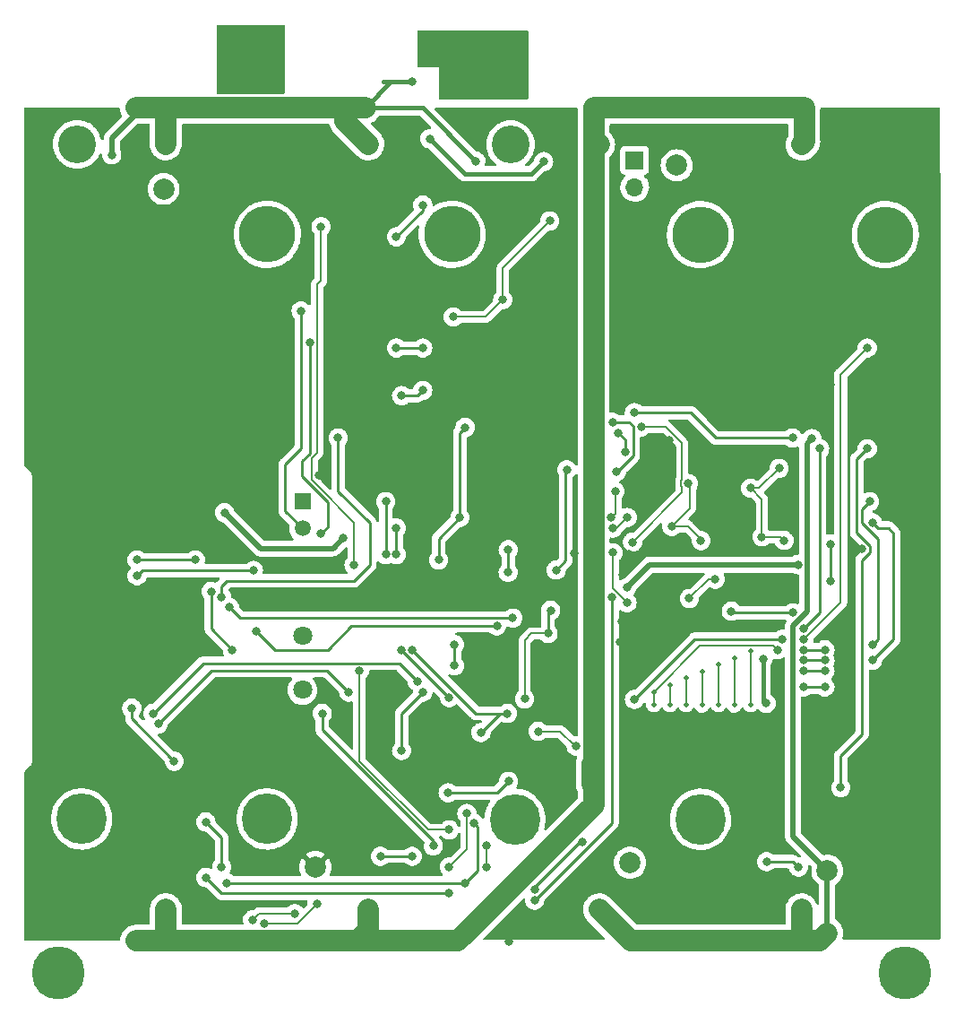
<source format=gbr>
%TF.GenerationSoftware,KiCad,Pcbnew,(6.0.7)*%
%TF.CreationDate,2023-03-29T01:01:16-07:00*%
%TF.ProjectId,battery_board_v1,62617474-6572-4795-9f62-6f6172645f76,rev?*%
%TF.SameCoordinates,Original*%
%TF.FileFunction,Copper,L4,Bot*%
%TF.FilePolarity,Positive*%
%FSLAX46Y46*%
G04 Gerber Fmt 4.6, Leading zero omitted, Abs format (unit mm)*
G04 Created by KiCad (PCBNEW (6.0.7)) date 2023-03-29 01:01:16*
%MOMM*%
%LPD*%
G01*
G04 APERTURE LIST*
%TA.AperFunction,ComponentPad*%
%ADD10C,4.770000*%
%TD*%
%TA.AperFunction,ComponentPad*%
%ADD11C,5.325000*%
%TD*%
%TA.AperFunction,ComponentPad*%
%ADD12C,3.570000*%
%TD*%
%TA.AperFunction,ComponentPad*%
%ADD13C,1.980000*%
%TD*%
%TA.AperFunction,ComponentPad*%
%ADD14C,5.000000*%
%TD*%
%TA.AperFunction,ComponentPad*%
%ADD15C,2.000000*%
%TD*%
%TA.AperFunction,ComponentPad*%
%ADD16R,1.700000X1.700000*%
%TD*%
%TA.AperFunction,ComponentPad*%
%ADD17O,1.700000X1.700000*%
%TD*%
%TA.AperFunction,ComponentPad*%
%ADD18R,1.508000X1.508000*%
%TD*%
%TA.AperFunction,ComponentPad*%
%ADD19C,1.508000*%
%TD*%
%TA.AperFunction,ComponentPad*%
%ADD20C,1.800000*%
%TD*%
%TA.AperFunction,ViaPad*%
%ADD21C,0.800000*%
%TD*%
%TA.AperFunction,ViaPad*%
%ADD22C,0.460000*%
%TD*%
%TA.AperFunction,Conductor*%
%ADD23C,2.000000*%
%TD*%
%TA.AperFunction,Conductor*%
%ADD24C,0.500000*%
%TD*%
%TA.AperFunction,Conductor*%
%ADD25C,0.250000*%
%TD*%
%TA.AperFunction,Conductor*%
%ADD26C,0.127000*%
%TD*%
%TA.AperFunction,Conductor*%
%ADD27C,0.152400*%
%TD*%
%TA.AperFunction,Conductor*%
%ADD28C,0.400000*%
%TD*%
%TA.AperFunction,Conductor*%
%ADD29C,0.200000*%
%TD*%
G04 APERTURE END LIST*
D10*
%TO.P,U7,1,1*%
%TO.N,unconnected-(U7-Pad1)*%
X175240000Y-117000000D03*
%TO.P,U7,2,2*%
%TO.N,unconnected-(U7-Pad2)*%
X157710000Y-117000000D03*
D11*
%TO.P,U7,3,3*%
%TO.N,unconnected-(U7-Pad3)*%
X175240000Y-61800000D03*
%TO.P,U7,4,4*%
%TO.N,unconnected-(U7-Pad4)*%
X192710000Y-61800000D03*
D12*
%TO.P,U7,5,5*%
%TO.N,unconnected-(U7-Pad5)*%
X157290000Y-53290000D03*
D13*
%TO.P,U7,6,6*%
%TO.N,B-*%
X165660000Y-125510000D03*
%TO.P,U7,7,7*%
X184790000Y-125510000D03*
%TO.P,U7,8,8*%
%TO.N,BM*%
X165660000Y-53290000D03*
%TO.P,U7,9,9*%
X184790000Y-53290000D03*
%TD*%
D10*
%TO.P,U8,1,1*%
%TO.N,unconnected-(U8-Pad1)*%
X134298500Y-116975000D03*
%TO.P,U8,2,2*%
%TO.N,unconnected-(U8-Pad2)*%
X116768500Y-116975000D03*
D11*
%TO.P,U8,3,3*%
%TO.N,unconnected-(U8-Pad3)*%
X134298500Y-61775000D03*
%TO.P,U8,4,4*%
%TO.N,unconnected-(U8-Pad4)*%
X151768500Y-61775000D03*
D12*
%TO.P,U8,5,5*%
%TO.N,unconnected-(U8-Pad5)*%
X116348500Y-53265000D03*
D13*
%TO.P,U8,6,6*%
%TO.N,BM*%
X124718500Y-125485000D03*
%TO.P,U8,7,7*%
X143848500Y-125485000D03*
%TO.P,U8,8,8*%
%TO.N,PACK+*%
X124718500Y-53265000D03*
%TO.P,U8,9,9*%
X143848500Y-53265000D03*
%TD*%
D14*
%TO.P,,1*%
%TO.N,N/C*%
X194573162Y-131529322D03*
%TD*%
D15*
%TO.P,TP4,1,1*%
%TO.N,PACK+*%
X173000000Y-55250000D03*
%TD*%
%TO.P,TP3,1,1*%
%TO.N,GND*%
X138850000Y-121525000D03*
%TD*%
%TO.P,TP5,1,1*%
%TO.N,+3V3*%
X168575000Y-121100000D03*
%TD*%
D14*
%TO.P,,1*%
%TO.N,N/C*%
X114573162Y-131529322D03*
%TD*%
D16*
%TO.P,J18,1,Pin_1*%
%TO.N,VBATT_SENSE*%
X169025000Y-54782400D03*
D17*
%TO.P,J18,2,Pin_2*%
%TO.N,VBatt*%
X169025000Y-57322400D03*
%TD*%
D15*
%TO.P,TP6,1,1*%
%TO.N,VBUSP*%
X124500000Y-57475000D03*
%TD*%
%TO.P,TP2,1,1*%
%TO.N,BM*%
X164973000Y-113665000D03*
%TD*%
%TO.P,TP1,1,1*%
%TO.N,B-*%
X187225000Y-121850000D03*
%TD*%
D18*
%TO.P,K1,C1*%
%TO.N,VBUSP*%
X137632500Y-87010000D03*
D19*
%TO.P,K1,C2*%
%TO.N,Net-(D5-PadA)*%
X137632500Y-89550000D03*
D20*
%TO.P,K1,M*%
%TO.N,PACK+*%
X137632500Y-104790000D03*
%TO.P,K1,NO*%
%TO.N,Net-(K1-PadNO)*%
X137632500Y-99710000D03*
%TD*%
D21*
%TO.N,+3V3*%
X128500000Y-117250000D03*
%TO.N,GND*%
X178825000Y-66475000D03*
%TO.N,Net-(IC2-Pad10)*%
X161000000Y-60500000D03*
%TO.N,GND*%
X130000000Y-115000000D03*
%TO.N,+3V3*%
X151400000Y-114500000D03*
X157100000Y-113425000D03*
%TO.N,VSOLAR_I*%
X157073600Y-93675200D03*
X157073600Y-91541600D03*
%TO.N,+3V3*%
X181450000Y-106050000D03*
X184000000Y-97500000D03*
X150500000Y-92500000D03*
X178158800Y-97346300D03*
X181150000Y-101900000D03*
X149000000Y-105000000D03*
X153000000Y-80000000D03*
X130000000Y-121500000D03*
X145000000Y-120500000D03*
X152000000Y-102500000D03*
X159900000Y-108700000D03*
X163500000Y-110100000D03*
X152500000Y-88500000D03*
X158620800Y-105633162D03*
X147000000Y-110500000D03*
X160832800Y-99449500D03*
X161086800Y-97275500D03*
X152000000Y-100500000D03*
X148000000Y-120500000D03*
%TO.N,VBUSP*%
X168300000Y-96550000D03*
X166974600Y-89500000D03*
X169000000Y-78600000D03*
X181047820Y-90330940D03*
X149000000Y-59000000D03*
X146500000Y-62000000D03*
X168329624Y-88500000D03*
X183950000Y-81000000D03*
X166962000Y-91825000D03*
X183146900Y-90675000D03*
X149000000Y-76500000D03*
X182674400Y-83861100D03*
X179982000Y-85740700D03*
X146500000Y-72500000D03*
X168162900Y-82337100D03*
X149000000Y-72500000D03*
X147000000Y-77000000D03*
X167500000Y-80500000D03*
%TO.N,B-*%
X185775500Y-81050000D03*
%TO.N,Net-(C12-Pad1)*%
X169625000Y-79950000D03*
X168825000Y-90825000D03*
%TO.N,Net-(C12-Pad2)*%
X172525000Y-89350100D03*
X174089200Y-85298800D03*
X176650000Y-94325000D03*
X174190800Y-96154700D03*
X175289643Y-90697170D03*
%TO.N,GND*%
X159500000Y-112400000D03*
X125350000Y-66525000D03*
X162950000Y-64750000D03*
X173888000Y-90642564D03*
X182300000Y-111650000D03*
X172281188Y-81218812D03*
X122000000Y-89500000D03*
X155194000Y-94945200D03*
X163350000Y-91900000D03*
X181556800Y-79492300D03*
X187500000Y-76000000D03*
X174000000Y-80500000D03*
X147224500Y-94132400D03*
X126875500Y-123000000D03*
X158500000Y-65500000D03*
X182700000Y-86900000D03*
X190500000Y-91500000D03*
X157150000Y-128552502D03*
X168653600Y-85842300D03*
X161650000Y-81700000D03*
X160950000Y-114650000D03*
X154500000Y-58500000D03*
X138500000Y-113000000D03*
X150709600Y-112173400D03*
X146000000Y-83000000D03*
X167800000Y-98300000D03*
X159197201Y-73223200D03*
X167200000Y-66550000D03*
X174250000Y-66000000D03*
X187500000Y-107500000D03*
X185150000Y-111700000D03*
X177950000Y-86909100D03*
X185150000Y-113350000D03*
X140502699Y-75118000D03*
X182250000Y-114800000D03*
X140449500Y-58710500D03*
X178650000Y-79400000D03*
X167900000Y-93950000D03*
X168450400Y-91989100D03*
X182300000Y-113350000D03*
X175156000Y-97272300D03*
X167050000Y-65000000D03*
X162100000Y-96000000D03*
X182626000Y-51866800D03*
X162900000Y-66900000D03*
X178800000Y-69750000D03*
X139175700Y-84488516D03*
X160250000Y-76900000D03*
X162125000Y-123700000D03*
X185150000Y-114700000D03*
X167612400Y-100248362D03*
X121500000Y-105000000D03*
X124996499Y-78267600D03*
%TO.N,VBatt*%
X160425000Y-54900000D03*
X149650000Y-52750000D03*
%TO.N,F0_ENB*%
X188500000Y-114000000D03*
X184512299Y-121512299D03*
X181500000Y-121000000D03*
X191000000Y-82000000D03*
%TO.N,F1_ENB*%
X187500000Y-94500000D03*
X187500000Y-91000000D03*
%TO.N,F3_ENB*%
X129000000Y-95500000D03*
X131000000Y-101000000D03*
%TO.N,F4_ENB*%
X121500000Y-106500000D03*
X125512299Y-111512299D03*
%TO.N,SCL_MAIN*%
X157000000Y-107000000D03*
X130500000Y-123000000D03*
X153000000Y-123000000D03*
X148012299Y-100987701D03*
X154500000Y-108800000D03*
X153852793Y-117397207D03*
X146500000Y-89500000D03*
X146500000Y-92000000D03*
%TO.N,SDA_MAIN*%
X128500000Y-122500000D03*
X153163300Y-116450000D03*
X151500000Y-124000000D03*
X147000000Y-101000000D03*
X145500000Y-87000000D03*
X151500000Y-121500000D03*
X145500000Y-92000000D03*
X151500000Y-105500000D03*
%TO.N,Net-(IC2-Pad10)*%
X156555601Y-67940000D03*
X151882001Y-69565600D03*
%TO.N,BURN_RELAY_A*%
X151500000Y-118000000D03*
X142500000Y-93000000D03*
X139382700Y-61047300D03*
X143000000Y-103000000D03*
%TO.N,Net-(D5-PadA)*%
X137500000Y-69000000D03*
%TO.N,ENAB_HEATER*%
X141000000Y-81000000D03*
X130000000Y-96000000D03*
%TO.N,/3V3_EN*%
X167179469Y-86046431D03*
X166789656Y-88517757D03*
%TO.N,BM*%
X165250000Y-68500000D03*
%TO.N,PACK+*%
X119600000Y-54250000D03*
X154000000Y-54850000D03*
X148000000Y-47375000D03*
%TO.N,ENAB_BURN*%
X150000000Y-119500000D03*
X139385500Y-90000000D03*
X138324300Y-72000000D03*
X139500000Y-107000000D03*
%TO.N,VBUS_RESET*%
X167327100Y-84165900D03*
X166847207Y-96052793D03*
X159575000Y-124650000D03*
X162600000Y-84000000D03*
X166950998Y-79515445D03*
X161609362Y-93468738D03*
D22*
%TO.N,F3_SDA*%
X178432800Y-101772362D03*
D21*
X133000000Y-93500000D03*
X156000000Y-98724500D03*
D22*
X178432800Y-106191962D03*
D21*
X122000000Y-94000000D03*
X133271938Y-99228062D03*
D22*
%TO.N,F2_SDA*%
X175384800Y-106191962D03*
D21*
X185000000Y-103000000D03*
D22*
X175384800Y-103042362D03*
D21*
X187000000Y-103000000D03*
%TO.N,F1_SDA*%
X191224500Y-87000000D03*
X185000000Y-101000497D03*
D22*
X172336800Y-104312362D03*
D21*
X187000000Y-101000000D03*
X191500000Y-100500000D03*
D22*
X172336800Y-106157062D03*
D21*
%TO.N,F0_SDA*%
X169000000Y-105672262D03*
X185000000Y-99000000D03*
X186500000Y-82000000D03*
X183000000Y-100000000D03*
D22*
%TO.N,F3_SCL*%
X179956800Y-106157062D03*
D21*
X157500000Y-98000000D03*
D22*
X179956800Y-101111963D03*
D21*
X127500000Y-92500000D03*
X130724500Y-97000000D03*
X122000000Y-92500000D03*
D22*
%TO.N,F2_SCL*%
X176908800Y-106157063D03*
X176908800Y-102381962D03*
D21*
X185000000Y-104500000D03*
X187000000Y-104500000D03*
%TO.N,F1_SCL*%
X191500000Y-89000000D03*
X191500000Y-102000000D03*
X187000000Y-102000000D03*
X185000000Y-102000000D03*
D22*
X173860800Y-106157062D03*
X173860800Y-103651962D03*
%TO.N,F0_SCL*%
X170812800Y-104972762D03*
D21*
X191000000Y-72500000D03*
X182500000Y-101000000D03*
D22*
X170812801Y-106157062D03*
D21*
X185000000Y-100000000D03*
%TO.N,F4_SCL*%
X124000000Y-108000000D03*
X142000000Y-105000000D03*
%TO.N,F4_SDA*%
X148500000Y-104000000D03*
X123500000Y-107000000D03*
%TO.N,I2C_RESET*%
X159587701Y-123612701D03*
X164037701Y-119162701D03*
%TO.N,ENAB_RF*%
X155000000Y-119500000D03*
X155000000Y-121500000D03*
%TO.N,VSOLAR*%
X141500000Y-90425000D03*
X168275000Y-95125000D03*
X130275000Y-88050000D03*
X184450000Y-92950000D03*
%TO.N,Break_SDA*%
X132900000Y-126500000D03*
X136900000Y-125900000D03*
%TO.N,Break_SCL*%
X139000000Y-125000000D03*
X134000000Y-126884500D03*
%TD*%
D23*
%TO.N,B-*%
X186516000Y-128484000D02*
X187225000Y-127775000D01*
D24*
X187225000Y-127775000D02*
X187225000Y-128330000D01*
X187225000Y-121850000D02*
X187225000Y-127775000D01*
D23*
X185334000Y-128484000D02*
X186516000Y-128484000D01*
X184790000Y-127940000D02*
X184790000Y-125510000D01*
X185334000Y-128484000D02*
X184790000Y-127940000D01*
X168634000Y-128484000D02*
X165660000Y-125510000D01*
X185334000Y-128484000D02*
X168634000Y-128484000D01*
%TO.N,BM*%
X164973000Y-111808452D02*
X164973000Y-113665000D01*
X165140726Y-111640726D02*
X164973000Y-111808452D01*
X165140726Y-111640726D02*
X165140726Y-115659274D01*
X165140726Y-54859274D02*
X165140726Y-111640726D01*
X165140726Y-54859274D02*
X165140726Y-53809274D01*
X165140726Y-53809274D02*
X165660000Y-53290000D01*
X165140726Y-49824000D02*
X165140726Y-54859274D01*
X185049000Y-53031000D02*
X184790000Y-53290000D01*
X185049000Y-49824000D02*
X185049000Y-53031000D01*
D25*
%TO.N,+3V3*%
X156025000Y-114500000D02*
X151400000Y-114500000D01*
X157100000Y-113425000D02*
X156025000Y-114500000D01*
%TO.N,SCL_MAIN*%
X154163000Y-117707414D02*
X154163000Y-121837000D01*
X153852793Y-117397207D02*
X154163000Y-117707414D01*
X154163000Y-121837000D02*
X153000000Y-123000000D01*
D26*
%TO.N,SDA_MAIN*%
X153163300Y-116450000D02*
X153163300Y-119836700D01*
X153163300Y-119836700D02*
X151500000Y-121500000D01*
D25*
%TO.N,+3V3*%
X130000000Y-118750000D02*
X128500000Y-117250000D01*
X130000000Y-121500000D02*
X130000000Y-118750000D01*
D23*
%TO.N,BM*%
X143848500Y-127444500D02*
X143848500Y-125485000D01*
X142809000Y-128484000D02*
X143848500Y-127444500D01*
X124718500Y-128218500D02*
X124718500Y-125485000D01*
X124984000Y-128484000D02*
X124718500Y-128218500D01*
%TO.N,PACK+*%
X141674000Y-49824000D02*
X141674000Y-51090500D01*
X141674000Y-49824000D02*
X124351000Y-49824000D01*
X143051000Y-49824000D02*
X141674000Y-49824000D01*
X141674000Y-51090500D02*
X143848500Y-53265000D01*
X124718500Y-50191500D02*
X124718500Y-53265000D01*
X124351000Y-49824000D02*
X124718500Y-50191500D01*
D27*
%TO.N,BURN_RELAY_A*%
X139382700Y-61047300D02*
X139382700Y-66118300D01*
X139382700Y-66118300D02*
X139000500Y-66500500D01*
X142500000Y-89000000D02*
X142500000Y-93000000D01*
X138901199Y-85333817D02*
X138901199Y-85401199D01*
X138500000Y-84932618D02*
X138901199Y-85333817D01*
X138500000Y-82866377D02*
X138500000Y-84932618D01*
X138901199Y-85401199D02*
X142500000Y-89000000D01*
X139000500Y-66500500D02*
X139000500Y-82365877D01*
X139000500Y-82365877D02*
X138500000Y-82866377D01*
D23*
%TO.N,BM*%
X165140726Y-115659274D02*
X152316000Y-128484000D01*
X152316000Y-128484000D02*
X142809000Y-128484000D01*
X185049000Y-49824000D02*
X165140726Y-49824000D01*
D25*
%TO.N,I2C_RESET*%
X159587701Y-123387299D02*
X163812299Y-119162701D01*
X159587701Y-123612701D02*
X159587701Y-123387299D01*
X163812299Y-119162701D02*
X164037701Y-119162701D01*
%TO.N,VBUS_RESET*%
X166887400Y-117337600D02*
X166887400Y-96092986D01*
X159575000Y-124650000D02*
X166887400Y-117337600D01*
X166887400Y-96092986D02*
X166847207Y-96052793D01*
D23*
%TO.N,BM*%
X142809000Y-128484000D02*
X124984000Y-128484000D01*
X124984000Y-128484000D02*
X121912726Y-128484000D01*
%TO.N,PACK+*%
X124351000Y-49824000D02*
X121912726Y-49824000D01*
X143550726Y-49824000D02*
X143051000Y-49824000D01*
D26*
%TO.N,Net-(IC2-Pad10)*%
X156555601Y-64944399D02*
X161000000Y-60500000D01*
D27*
%TO.N,BURN_RELAY_A*%
X149500000Y-118000000D02*
X151500000Y-118000000D01*
X143000000Y-111500000D02*
X149500000Y-118000000D01*
X143000000Y-103000000D02*
X143000000Y-111500000D01*
D25*
%TO.N,ENAB_BURN*%
X150000000Y-119067382D02*
X139500000Y-108567382D01*
X150000000Y-119500000D02*
X150000000Y-119067382D01*
X139500000Y-108567382D02*
X139500000Y-107000000D01*
%TO.N,VSOLAR_I*%
X157073600Y-93675200D02*
X157073600Y-91541600D01*
%TO.N,+3V3*%
X152000000Y-102500000D02*
X152000000Y-100500000D01*
X145000000Y-120500000D02*
X148000000Y-120500000D01*
D26*
X158620800Y-100099200D02*
X158620800Y-105633162D01*
D25*
X161086800Y-97275500D02*
X160832800Y-97529500D01*
X178158800Y-97346300D02*
X178312500Y-97500000D01*
D27*
X162000000Y-108700000D02*
X163400000Y-110100000D01*
D25*
X160832800Y-97529500D02*
X160832800Y-99449500D01*
X147000000Y-107000000D02*
X149000000Y-105000000D01*
D28*
X181150000Y-101900000D02*
X181150000Y-105750000D01*
D27*
X159900000Y-108700000D02*
X162000000Y-108700000D01*
D25*
X152500000Y-80500000D02*
X152500000Y-88500000D01*
X147000000Y-110500000D02*
X147000000Y-107000000D01*
X153000000Y-80000000D02*
X152500000Y-80500000D01*
D26*
X159270500Y-99449500D02*
X158620800Y-100099200D01*
D25*
X150500000Y-90500000D02*
X150500000Y-92500000D01*
X178312500Y-97500000D02*
X184000000Y-97500000D01*
D26*
X160832800Y-99449500D02*
X159270500Y-99449500D01*
D28*
X181150000Y-105750000D02*
X181450000Y-106050000D01*
D25*
X152500000Y-88500000D02*
X150500000Y-90500000D01*
%TO.N,VBUSP*%
X147000000Y-77000000D02*
X148500000Y-77000000D01*
D27*
X179982000Y-85740700D02*
X180794800Y-85740700D01*
X181047820Y-86806520D02*
X179982000Y-85740700D01*
D25*
X174300000Y-78600000D02*
X169000000Y-78600000D01*
X148500000Y-77000000D02*
X149000000Y-76500000D01*
D27*
X181047820Y-90330940D02*
X181047820Y-86806520D01*
X166962000Y-95212000D02*
X166962000Y-91825000D01*
X168329624Y-88500000D02*
X167329624Y-89500000D01*
D25*
X146500000Y-72500000D02*
X149000000Y-72500000D01*
D27*
X168300000Y-96550000D02*
X166962000Y-95212000D01*
X167329624Y-89500000D02*
X166974600Y-89500000D01*
X181047820Y-90330940D02*
X182802840Y-90330940D01*
D25*
X168162900Y-82337100D02*
X168162900Y-81162900D01*
X149000000Y-59500000D02*
X149000000Y-59000000D01*
X183950000Y-81000000D02*
X176700000Y-81000000D01*
D27*
X182802840Y-90330940D02*
X183146900Y-90675000D01*
D25*
X176700000Y-81000000D02*
X174300000Y-78600000D01*
X168162900Y-81162900D02*
X167500000Y-80500000D01*
X146500000Y-62000000D02*
X149000000Y-59500000D01*
D27*
X180794800Y-85740700D02*
X182674400Y-83861100D01*
D24*
%TO.N,B-*%
X185775500Y-81050000D02*
X185302400Y-81523100D01*
X187225000Y-128330000D02*
X187198000Y-128357000D01*
X185302400Y-97399682D02*
X184000000Y-98702082D01*
X184000000Y-98702082D02*
X184000000Y-118625000D01*
X184000000Y-118625000D02*
X187225000Y-121850000D01*
X185302400Y-81523100D02*
X185302400Y-97399682D01*
D26*
%TO.N,Net-(C12-Pad1)*%
X171950000Y-79950000D02*
X169625000Y-79950000D01*
X173425700Y-85573631D02*
X173425700Y-85023969D01*
X173425700Y-85023969D02*
X173500000Y-84949669D01*
X173500000Y-84949669D02*
X173500000Y-81500000D01*
X173500000Y-85647931D02*
X173425700Y-85573631D01*
X173500000Y-81500000D02*
X171950000Y-79950000D01*
X168825000Y-90825000D02*
X173500000Y-86150000D01*
X173500000Y-86150000D02*
X173500000Y-85647931D01*
%TO.N,Net-(C12-Pad2)*%
X174190800Y-96154700D02*
X176020500Y-94325000D01*
D27*
X174225800Y-85435400D02*
X174089200Y-85298800D01*
X174225800Y-87649300D02*
X174225800Y-85435400D01*
D26*
X176020500Y-94325000D02*
X176650000Y-94325000D01*
X174075100Y-89350100D02*
X172525000Y-89350100D01*
X175289643Y-90697170D02*
X175289643Y-90564643D01*
D27*
X172525000Y-89350100D02*
X174225800Y-87649300D01*
D26*
X175289643Y-90564643D02*
X174075100Y-89350100D01*
%TO.N,GND*%
X168653600Y-85842300D02*
X172281188Y-82214712D01*
X172281188Y-82214712D02*
X172281188Y-81218812D01*
D28*
%TO.N,VBatt*%
X152950000Y-56050000D02*
X149650000Y-52750000D01*
X160425000Y-54900000D02*
X159275000Y-56050000D01*
X158700000Y-56050000D02*
X152950000Y-56050000D01*
X159275000Y-56050000D02*
X158700000Y-56050000D01*
D25*
%TO.N,F0_ENB*%
X190000000Y-83000000D02*
X191000000Y-82000000D01*
X190000000Y-89974695D02*
X190000000Y-83000000D01*
X190500000Y-92525305D02*
X191225000Y-91800305D01*
X188500000Y-114000000D02*
X188500000Y-111000000D01*
X191225000Y-91800305D02*
X191225000Y-91199695D01*
X190500000Y-109000000D02*
X190500000Y-92525305D01*
X188500000Y-111000000D02*
X190500000Y-109000000D01*
X184000000Y-121000000D02*
X181500000Y-121000000D01*
X184512299Y-121512299D02*
X184000000Y-121000000D01*
X191225000Y-91199695D02*
X190000000Y-89974695D01*
%TO.N,F1_ENB*%
X187500000Y-94500000D02*
X187500000Y-91000000D01*
%TO.N,F3_ENB*%
X131000000Y-101000000D02*
X129000000Y-99000000D01*
X129000000Y-99000000D02*
X129000000Y-95500000D01*
%TO.N,F4_ENB*%
X125512299Y-111512299D02*
X121500000Y-107500000D01*
X121500000Y-107500000D02*
X121500000Y-106500000D01*
%TO.N,SCL_MAIN*%
X154500000Y-108800000D02*
X156300000Y-107000000D01*
X156300000Y-107000000D02*
X157000000Y-107000000D01*
X154024598Y-107000000D02*
X157000000Y-107000000D01*
X146500000Y-89500000D02*
X146500000Y-92000000D01*
X148012299Y-100987701D02*
X154024598Y-107000000D01*
X153000000Y-123000000D02*
X130500000Y-123000000D01*
%TO.N,SDA_MAIN*%
X145500000Y-87000000D02*
X145500000Y-92000000D01*
X151500000Y-124000000D02*
X130000000Y-124000000D01*
X147000000Y-101000000D02*
X151500000Y-105500000D01*
X130000000Y-124000000D02*
X128500000Y-122500000D01*
D26*
%TO.N,Net-(IC2-Pad10)*%
X154930001Y-69565600D02*
X156555601Y-67940000D01*
X156555601Y-67940000D02*
X156555601Y-64944399D01*
X151882001Y-69565600D02*
X154930001Y-69565600D01*
D25*
%TO.N,Net-(D5-PadA)*%
X136000000Y-83500000D02*
X136000000Y-87917500D01*
X136000000Y-87917500D02*
X137632500Y-89550000D01*
X137500000Y-82000000D02*
X136000000Y-83500000D01*
X137500000Y-69000000D02*
X137500000Y-82000000D01*
%TO.N,ENAB_HEATER*%
X144000000Y-93000000D02*
X142500000Y-94500000D01*
X142500000Y-94500000D02*
X130500000Y-94500000D01*
X141000000Y-81000000D02*
X141000000Y-86000000D01*
X130500000Y-94500000D02*
X130000000Y-95000000D01*
X144000000Y-89000000D02*
X144000000Y-93000000D01*
X130000000Y-95000000D02*
X130000000Y-96000000D01*
X141000000Y-86000000D02*
X144000000Y-89000000D01*
D27*
%TO.N,/3V3_EN*%
X167179469Y-86046431D02*
X167179469Y-88127944D01*
X167179469Y-88127944D02*
X166789656Y-88517757D01*
D24*
%TO.N,PACK+*%
X119600000Y-52724226D02*
X122500226Y-49824000D01*
D28*
X145999726Y-47375000D02*
X143550726Y-49824000D01*
X148974000Y-49824000D02*
X143550726Y-49824000D01*
D24*
X119600000Y-54250000D02*
X119600000Y-52724226D01*
D28*
X148000000Y-47375000D02*
X145324726Y-47375000D01*
X154000000Y-54850000D02*
X148974000Y-49824000D01*
D25*
%TO.N,ENAB_BURN*%
X138500000Y-85500000D02*
X138500000Y-85567382D01*
X140000000Y-87067382D02*
X140000000Y-87500000D01*
X140000000Y-89385500D02*
X139385500Y-90000000D01*
X138324300Y-72000000D02*
X138324300Y-82474695D01*
X137599300Y-84599300D02*
X138500000Y-85500000D01*
X140000000Y-87500000D02*
X140000000Y-89385500D01*
X138500000Y-85567382D02*
X140000000Y-87067382D01*
X138324300Y-82474695D02*
X137599300Y-83199695D01*
X137599300Y-83199695D02*
X137599300Y-84599300D01*
%TO.N,VBUS_RESET*%
X167359405Y-84165900D02*
X167327100Y-84165900D01*
X166966443Y-79500000D02*
X168500000Y-79500000D01*
X168900000Y-82625305D02*
X167359405Y-84165900D01*
X162500000Y-84100000D02*
X162500000Y-92578100D01*
X162500000Y-92578100D02*
X161609362Y-93468738D01*
X168900000Y-79900000D02*
X168900000Y-82625305D01*
X168500000Y-79500000D02*
X168900000Y-79900000D01*
X162600000Y-84000000D02*
X162500000Y-84100000D01*
X166950998Y-79515445D02*
X166966443Y-79500000D01*
%TO.N,F3_SDA*%
X135500000Y-101000000D02*
X135043876Y-101000000D01*
X140000000Y-101000000D02*
X135500000Y-101000000D01*
X156000000Y-98724500D02*
X142275500Y-98724500D01*
X142275500Y-98724500D02*
X140000000Y-101000000D01*
X122500000Y-93500000D02*
X122000000Y-94000000D01*
D29*
X178432800Y-106152462D02*
X178432800Y-101797762D01*
X178432800Y-106152462D02*
X178432800Y-106182462D01*
D25*
X133000000Y-93500000D02*
X122500000Y-93500000D01*
X135043876Y-101000000D02*
X133271938Y-99228062D01*
D29*
%TO.N,F2_SDA*%
X175384800Y-106152462D02*
X175384800Y-103067762D01*
D25*
X187000000Y-103000000D02*
X185000000Y-103000000D01*
D29*
X175384800Y-106152462D02*
X175384800Y-106182462D01*
%TO.N,F1_SDA*%
X172336800Y-106152462D02*
X172336800Y-105912562D01*
D25*
X191500000Y-90000000D02*
X192000000Y-90500000D01*
D29*
X172336800Y-105912562D02*
X172336800Y-104337762D01*
D25*
X185000497Y-101000000D02*
X185000000Y-101000497D01*
X192000000Y-100000000D02*
X191500000Y-100500000D01*
X192000000Y-90500000D02*
X192000000Y-100000000D01*
X191224500Y-87000000D02*
X190500000Y-87724500D01*
X187000000Y-101000000D02*
X185000497Y-101000000D01*
X191474695Y-90000000D02*
X191500000Y-90000000D01*
X190500000Y-87724500D02*
X190500000Y-89025305D01*
X190500000Y-89025305D02*
X191474695Y-90000000D01*
D27*
X172336800Y-106182462D02*
X172336800Y-105912562D01*
D25*
%TO.N,F0_SDA*%
X183000000Y-100000000D02*
X174672262Y-100000000D01*
X186500000Y-97500000D02*
X186500000Y-82000000D01*
X185000000Y-99000000D02*
X186500000Y-97500000D01*
X174672262Y-100000000D02*
X169000000Y-105672262D01*
%TO.N,F3_SCL*%
X130724500Y-97000000D02*
X131724500Y-98000000D01*
X131724500Y-98000000D02*
X157500000Y-98000000D01*
D29*
X179956800Y-106152462D02*
X179956800Y-101137363D01*
D25*
X127500000Y-92500000D02*
X122000000Y-92500000D01*
D29*
%TO.N,F2_SCL*%
X176908800Y-105810962D02*
X176908800Y-102407362D01*
D27*
X176908800Y-106182461D02*
X176908800Y-105810962D01*
D25*
X187000000Y-104500000D02*
X185000000Y-104500000D01*
D29*
X176908800Y-106152462D02*
X176908800Y-105810962D01*
D25*
%TO.N,F1_SCL*%
X187000000Y-102000000D02*
X185000000Y-102000000D01*
D29*
X173860800Y-106152462D02*
X173860800Y-105760162D01*
D25*
X192000000Y-89500000D02*
X193000000Y-89500000D01*
X191500000Y-89000000D02*
X192000000Y-89500000D01*
X193000000Y-89500000D02*
X193500000Y-90000000D01*
D29*
X173860800Y-105760162D02*
X173860800Y-103677362D01*
D27*
X173860800Y-106182462D02*
X173860800Y-105760162D01*
D25*
X193500000Y-90000000D02*
X193500000Y-91000000D01*
X193500000Y-91000000D02*
X193500000Y-100000000D01*
X193500000Y-100000000D02*
X191500000Y-102000000D01*
D29*
%TO.N,F0_SCL*%
X188500000Y-96500000D02*
X188500000Y-88500000D01*
X182081963Y-100581963D02*
X182500000Y-101000000D01*
X170812800Y-106152462D02*
X170812800Y-104998162D01*
X188500000Y-88500000D02*
X188500000Y-75000000D01*
X170812800Y-104972762D02*
X175203599Y-100581963D01*
X175203599Y-100581963D02*
X182081963Y-100581963D01*
X188500000Y-75000000D02*
X191000000Y-72500000D01*
X185000000Y-100000000D02*
X188500000Y-96500000D01*
D25*
%TO.N,F4_SCL*%
X139963400Y-102963400D02*
X129036600Y-102963400D01*
X142000000Y-105000000D02*
X139963400Y-102963400D01*
X129036600Y-102963400D02*
X124000000Y-108000000D01*
%TO.N,F4_SDA*%
X148500000Y-104000000D02*
X146775000Y-102275000D01*
X146775000Y-102275000D02*
X128225000Y-102275000D01*
X128225000Y-102275000D02*
X123500000Y-107000000D01*
D27*
%TO.N,ENAB_RF*%
X155000000Y-119500000D02*
X155000000Y-121500000D01*
D24*
%TO.N,VSOLAR*%
X140502690Y-91422310D02*
X141500000Y-90425000D01*
X130275000Y-88050000D02*
X133647310Y-91422310D01*
X184450000Y-92950000D02*
X170450000Y-92950000D01*
X133647310Y-91422310D02*
X140502690Y-91422310D01*
X170450000Y-92950000D02*
X168275000Y-95125000D01*
D27*
%TO.N,Break_SDA*%
X133500000Y-125900000D02*
X132900000Y-126500000D01*
X136900000Y-125900000D02*
X133500000Y-125900000D01*
%TO.N,Break_SCL*%
X134000000Y-126884500D02*
X137115500Y-126884500D01*
X137115500Y-126884500D02*
X139000000Y-125000000D01*
%TD*%
%TA.AperFunction,NonConductor*%
G36*
X135942121Y-42020002D02*
G01*
X135988614Y-42073658D01*
X136000000Y-42126000D01*
X136000000Y-48374000D01*
X135979998Y-48442121D01*
X135926342Y-48488614D01*
X135874000Y-48500000D01*
X129626000Y-48500000D01*
X129557879Y-48479998D01*
X129511386Y-48426342D01*
X129500000Y-48374000D01*
X129500000Y-42126000D01*
X129520002Y-42057879D01*
X129573658Y-42011386D01*
X129626000Y-42000000D01*
X135874000Y-42000000D01*
X135942121Y-42020002D01*
G37*
%TD.AperFunction*%
%TA.AperFunction,NonConductor*%
G36*
X158942121Y-42520002D02*
G01*
X158988614Y-42573658D01*
X159000000Y-42626000D01*
X159000000Y-48874000D01*
X158979998Y-48942121D01*
X158926342Y-48988614D01*
X158874000Y-49000000D01*
X150626000Y-49000000D01*
X150557879Y-48979998D01*
X150511386Y-48926342D01*
X150500000Y-48874000D01*
X150500000Y-46000000D01*
X148626000Y-46000000D01*
X148557879Y-45979998D01*
X148511386Y-45926342D01*
X148500000Y-45874000D01*
X148500000Y-42626000D01*
X148520002Y-42557879D01*
X148573658Y-42511386D01*
X148626000Y-42500000D01*
X158874000Y-42500000D01*
X158942121Y-42520002D01*
G37*
%TD.AperFunction*%
%TA.AperFunction,Conductor*%
%TO.N,GND*%
G36*
X120347743Y-49824602D02*
G01*
X120394236Y-49878258D01*
X120404787Y-49916118D01*
X120427559Y-50112928D01*
X120428141Y-50117956D01*
X120494236Y-50351532D01*
X120496370Y-50356108D01*
X120496372Y-50356114D01*
X120585993Y-50548307D01*
X120596654Y-50618499D01*
X120567674Y-50683312D01*
X120560893Y-50690652D01*
X119111089Y-52140456D01*
X119096677Y-52152842D01*
X119085082Y-52161375D01*
X119085077Y-52161380D01*
X119079182Y-52165718D01*
X119074443Y-52171296D01*
X119074440Y-52171299D01*
X119044965Y-52205994D01*
X119038035Y-52213510D01*
X119032340Y-52219205D01*
X119030060Y-52222087D01*
X119014719Y-52241477D01*
X119011928Y-52244881D01*
X118970769Y-52293328D01*
X118964667Y-52300511D01*
X118961339Y-52307027D01*
X118957972Y-52312076D01*
X118954805Y-52317205D01*
X118950266Y-52322942D01*
X118919345Y-52389101D01*
X118917442Y-52392995D01*
X118884231Y-52458034D01*
X118882492Y-52465142D01*
X118880393Y-52470785D01*
X118878476Y-52476548D01*
X118875378Y-52483176D01*
X118860690Y-52553794D01*
X118860514Y-52554638D01*
X118859544Y-52558922D01*
X118842192Y-52629836D01*
X118841500Y-52640990D01*
X118841464Y-52640988D01*
X118841225Y-52644981D01*
X118840851Y-52649173D01*
X118839360Y-52656341D01*
X118839558Y-52663658D01*
X118841454Y-52733747D01*
X118841500Y-52737154D01*
X118841500Y-52762764D01*
X118821498Y-52830885D01*
X118767842Y-52877378D01*
X118697568Y-52887482D01*
X118632988Y-52857988D01*
X118594604Y-52798262D01*
X118591921Y-52787346D01*
X118569410Y-52674175D01*
X118569408Y-52674169D01*
X118568604Y-52670125D01*
X118560433Y-52646052D01*
X118473290Y-52389338D01*
X118473289Y-52389337D01*
X118471964Y-52385432D01*
X118387181Y-52213510D01*
X118340818Y-52119494D01*
X118340815Y-52119489D01*
X118338991Y-52115790D01*
X118213375Y-51927792D01*
X118174253Y-51869241D01*
X118174249Y-51869236D01*
X118171960Y-51865810D01*
X118169246Y-51862716D01*
X118169242Y-51862710D01*
X117976438Y-51642860D01*
X117973729Y-51639771D01*
X117892125Y-51568206D01*
X117750790Y-51444258D01*
X117750784Y-51444254D01*
X117747690Y-51441540D01*
X117744264Y-51439251D01*
X117744259Y-51439247D01*
X117501144Y-51276803D01*
X117497711Y-51274509D01*
X117494012Y-51272685D01*
X117494007Y-51272682D01*
X117351508Y-51202410D01*
X117228068Y-51141536D01*
X117224162Y-51140210D01*
X116947288Y-51046224D01*
X116947284Y-51046223D01*
X116943375Y-51044896D01*
X116939331Y-51044092D01*
X116939325Y-51044090D01*
X116652543Y-50987045D01*
X116652537Y-50987044D01*
X116648504Y-50986242D01*
X116644399Y-50985973D01*
X116644392Y-50985972D01*
X116352619Y-50966849D01*
X116348500Y-50966579D01*
X116344381Y-50966849D01*
X116052608Y-50985972D01*
X116052601Y-50985973D01*
X116048496Y-50986242D01*
X116044463Y-50987044D01*
X116044457Y-50987045D01*
X115757675Y-51044090D01*
X115757669Y-51044092D01*
X115753625Y-51044896D01*
X115749716Y-51046223D01*
X115749712Y-51046224D01*
X115472838Y-51140210D01*
X115468932Y-51141536D01*
X115345492Y-51202410D01*
X115202994Y-51272682D01*
X115202989Y-51272685D01*
X115199290Y-51274509D01*
X115195857Y-51276803D01*
X114952741Y-51439247D01*
X114952736Y-51439251D01*
X114949310Y-51441540D01*
X114946216Y-51444254D01*
X114946210Y-51444258D01*
X114804875Y-51568206D01*
X114723271Y-51639771D01*
X114720562Y-51642860D01*
X114527758Y-51862710D01*
X114527754Y-51862716D01*
X114525040Y-51865810D01*
X114522751Y-51869236D01*
X114522747Y-51869241D01*
X114483625Y-51927792D01*
X114358009Y-52115790D01*
X114356185Y-52119489D01*
X114356182Y-52119494D01*
X114309819Y-52213510D01*
X114225036Y-52385432D01*
X114223711Y-52389337D01*
X114223710Y-52389338D01*
X114136568Y-52646052D01*
X114128396Y-52670125D01*
X114127592Y-52674169D01*
X114127590Y-52674175D01*
X114073480Y-52946206D01*
X114069742Y-52964996D01*
X114069473Y-52969101D01*
X114069472Y-52969108D01*
X114053417Y-53214072D01*
X114050079Y-53265000D01*
X114051448Y-53285881D01*
X114069380Y-53559479D01*
X114069742Y-53565004D01*
X114070544Y-53569037D01*
X114070545Y-53569043D01*
X114126596Y-53850826D01*
X114128396Y-53859875D01*
X114129723Y-53863784D01*
X114129724Y-53863788D01*
X114197267Y-54062763D01*
X114225036Y-54144568D01*
X114261041Y-54217578D01*
X114338577Y-54374805D01*
X114358009Y-54414210D01*
X114375193Y-54439928D01*
X114518094Y-54653794D01*
X114525040Y-54664190D01*
X114527754Y-54667284D01*
X114527758Y-54667290D01*
X114645188Y-54801193D01*
X114723271Y-54890229D01*
X114726360Y-54892938D01*
X114946210Y-55085742D01*
X114946216Y-55085746D01*
X114949310Y-55088460D01*
X114952736Y-55090749D01*
X114952741Y-55090753D01*
X115112601Y-55197568D01*
X115199289Y-55255491D01*
X115202988Y-55257315D01*
X115202993Y-55257318D01*
X115249984Y-55280491D01*
X115468932Y-55388464D01*
X115472837Y-55389789D01*
X115472838Y-55389790D01*
X115749712Y-55483776D01*
X115749716Y-55483777D01*
X115753625Y-55485104D01*
X115757669Y-55485908D01*
X115757675Y-55485910D01*
X116044457Y-55542955D01*
X116044463Y-55542956D01*
X116048496Y-55543758D01*
X116052601Y-55544027D01*
X116052608Y-55544028D01*
X116344381Y-55563151D01*
X116348500Y-55563421D01*
X116352619Y-55563151D01*
X116644392Y-55544028D01*
X116644399Y-55544027D01*
X116648504Y-55543758D01*
X116652537Y-55542956D01*
X116652543Y-55542955D01*
X116939325Y-55485910D01*
X116939331Y-55485908D01*
X116943375Y-55485104D01*
X116947284Y-55483777D01*
X116947288Y-55483776D01*
X117224162Y-55389790D01*
X117224163Y-55389789D01*
X117228068Y-55388464D01*
X117447016Y-55280491D01*
X117494007Y-55257318D01*
X117494012Y-55257315D01*
X117497711Y-55255491D01*
X117584399Y-55197568D01*
X117744259Y-55090753D01*
X117744264Y-55090749D01*
X117747690Y-55088460D01*
X117750784Y-55085746D01*
X117750790Y-55085742D01*
X117970640Y-54892938D01*
X117973729Y-54890229D01*
X118051812Y-54801193D01*
X118169242Y-54667290D01*
X118169246Y-54667284D01*
X118171960Y-54664190D01*
X118178907Y-54653794D01*
X118321807Y-54439928D01*
X118338991Y-54414210D01*
X118358424Y-54374805D01*
X118448180Y-54192797D01*
X118496248Y-54140548D01*
X118564934Y-54122581D01*
X118632430Y-54144600D01*
X118677306Y-54199615D01*
X118686834Y-54246783D01*
X118686496Y-54250000D01*
X118687186Y-54256565D01*
X118703366Y-54410506D01*
X118706458Y-54439928D01*
X118765473Y-54621556D01*
X118860960Y-54786944D01*
X118865378Y-54791851D01*
X118865379Y-54791852D01*
X118911825Y-54843435D01*
X118988747Y-54928866D01*
X119143248Y-55041118D01*
X119149276Y-55043802D01*
X119149278Y-55043803D01*
X119311681Y-55116109D01*
X119317712Y-55118794D01*
X119411113Y-55138647D01*
X119498056Y-55157128D01*
X119498061Y-55157128D01*
X119504513Y-55158500D01*
X119695487Y-55158500D01*
X119701939Y-55157128D01*
X119701944Y-55157128D01*
X119788888Y-55138647D01*
X119882288Y-55118794D01*
X119888319Y-55116109D01*
X120050722Y-55043803D01*
X120050724Y-55043802D01*
X120056752Y-55041118D01*
X120211253Y-54928866D01*
X120288175Y-54843435D01*
X120334621Y-54791852D01*
X120334622Y-54791851D01*
X120339040Y-54786944D01*
X120434527Y-54621556D01*
X120493542Y-54439928D01*
X120496635Y-54410506D01*
X120512814Y-54256565D01*
X120513504Y-54250000D01*
X120505439Y-54173266D01*
X120494232Y-54066635D01*
X120494232Y-54066633D01*
X120493542Y-54060072D01*
X120434527Y-53878444D01*
X120375381Y-53776000D01*
X120358500Y-53713001D01*
X120358500Y-53090597D01*
X120378502Y-53022476D01*
X120395405Y-53001502D01*
X122027502Y-51369405D01*
X122089814Y-51335379D01*
X122116597Y-51332500D01*
X123084000Y-51332500D01*
X123152121Y-51352502D01*
X123198614Y-51406158D01*
X123210000Y-51458500D01*
X123210000Y-53326001D01*
X123210202Y-53328509D01*
X123210202Y-53328514D01*
X123223056Y-53488267D01*
X123224560Y-53506965D01*
X123225766Y-53511873D01*
X123225766Y-53511876D01*
X123268460Y-53685695D01*
X123282463Y-53742706D01*
X123284438Y-53747358D01*
X123284439Y-53747362D01*
X123313016Y-53814685D01*
X123377312Y-53966156D01*
X123393272Y-53991500D01*
X123489665Y-54144568D01*
X123506667Y-54171567D01*
X123543497Y-54213343D01*
X123663850Y-54349858D01*
X123663853Y-54349861D01*
X123667198Y-54353655D01*
X123671106Y-54356865D01*
X123671107Y-54356866D01*
X123839384Y-54495089D01*
X123854778Y-54507734D01*
X123859146Y-54510276D01*
X124000685Y-54592654D01*
X124064578Y-54629841D01*
X124069301Y-54631654D01*
X124286478Y-54715020D01*
X124286482Y-54715021D01*
X124291202Y-54716833D01*
X124296152Y-54717867D01*
X124296155Y-54717868D01*
X124523869Y-54765440D01*
X124523873Y-54765440D01*
X124528820Y-54766474D01*
X124771317Y-54777486D01*
X124776337Y-54776905D01*
X124776341Y-54776905D01*
X125007429Y-54750167D01*
X125007433Y-54750166D01*
X125012456Y-54749585D01*
X125017320Y-54748209D01*
X125017323Y-54748208D01*
X125221524Y-54690425D01*
X125246032Y-54683490D01*
X125250608Y-54681356D01*
X125250614Y-54681354D01*
X125461454Y-54583038D01*
X125461458Y-54583036D01*
X125466036Y-54580901D01*
X125485592Y-54567611D01*
X125596157Y-54492470D01*
X125666807Y-54444456D01*
X125843181Y-54277668D01*
X125846260Y-54273641D01*
X125987547Y-54088846D01*
X125987550Y-54088842D01*
X125990620Y-54084826D01*
X126020107Y-54029834D01*
X126102939Y-53875352D01*
X126105331Y-53870891D01*
X126184362Y-53641369D01*
X126211618Y-53483571D01*
X126225004Y-53406074D01*
X126225005Y-53406068D01*
X126225679Y-53402164D01*
X126227000Y-53373075D01*
X126227000Y-51458500D01*
X126247002Y-51390379D01*
X126300658Y-51343886D01*
X126353000Y-51332500D01*
X140077700Y-51332500D01*
X140145821Y-51352502D01*
X140192314Y-51406158D01*
X140198322Y-51422082D01*
X140217478Y-51485529D01*
X140219219Y-51491890D01*
X140237963Y-51568206D01*
X140239941Y-51572866D01*
X140250801Y-51598451D01*
X140255438Y-51611261D01*
X140264933Y-51642708D01*
X140267151Y-51647256D01*
X140267154Y-51647263D01*
X140299371Y-51713318D01*
X140302107Y-51719320D01*
X140332812Y-51791656D01*
X140335504Y-51795930D01*
X140350319Y-51819456D01*
X140356945Y-51831360D01*
X140371346Y-51860888D01*
X140374265Y-51865025D01*
X140374265Y-51865026D01*
X140416641Y-51925097D01*
X140420301Y-51930586D01*
X140459471Y-51992786D01*
X140462167Y-51997067D01*
X140465508Y-52000856D01*
X140465512Y-52000862D01*
X140483898Y-52021717D01*
X140492344Y-52032412D01*
X140511274Y-52059247D01*
X140513944Y-52062171D01*
X140526613Y-52076045D01*
X140530909Y-52080750D01*
X140570625Y-52120466D01*
X140576044Y-52126236D01*
X140619350Y-52175358D01*
X140619353Y-52175361D01*
X140622698Y-52179155D01*
X140626612Y-52182370D01*
X140626613Y-52182371D01*
X140654987Y-52205678D01*
X140664107Y-52213948D01*
X142824963Y-54374805D01*
X142963220Y-54492470D01*
X142967542Y-54495087D01*
X142967544Y-54495089D01*
X143049087Y-54544473D01*
X143170857Y-54618220D01*
X143395929Y-54709155D01*
X143400860Y-54710275D01*
X143400859Y-54710275D01*
X143627713Y-54761815D01*
X143627716Y-54761816D01*
X143632644Y-54762935D01*
X143637691Y-54763253D01*
X143637694Y-54763253D01*
X143869858Y-54777860D01*
X143874912Y-54778178D01*
X144093260Y-54756768D01*
X144111475Y-54754982D01*
X144111476Y-54754982D01*
X144116502Y-54754489D01*
X144207512Y-54730443D01*
X144346307Y-54693773D01*
X144346313Y-54693771D01*
X144351195Y-54692481D01*
X144368299Y-54684866D01*
X144491885Y-54629841D01*
X144572955Y-54593746D01*
X144776078Y-54460826D01*
X144881243Y-54364798D01*
X144951603Y-54300551D01*
X144951605Y-54300549D01*
X144955336Y-54297142D01*
X145048157Y-54180031D01*
X145102973Y-54110871D01*
X145102977Y-54110865D01*
X145106118Y-54106902D01*
X145224545Y-53895002D01*
X145278319Y-53747261D01*
X145305837Y-53671657D01*
X145305839Y-53671650D01*
X145307570Y-53666894D01*
X145309171Y-53658500D01*
X145352106Y-53433424D01*
X145352107Y-53433419D01*
X145353055Y-53428447D01*
X145357506Y-53269119D01*
X145359693Y-53190850D01*
X145359693Y-53190847D01*
X145359834Y-53185795D01*
X145338650Y-53027025D01*
X145328398Y-52950194D01*
X145327729Y-52945180D01*
X145326267Y-52940337D01*
X145259032Y-52717643D01*
X145259030Y-52717639D01*
X145257567Y-52712792D01*
X145151154Y-52494612D01*
X145074135Y-52385432D01*
X145013507Y-52299486D01*
X145013504Y-52299482D01*
X145011226Y-52296253D01*
X144991591Y-52274750D01*
X144124330Y-51407489D01*
X144090304Y-51345177D01*
X144095369Y-51274362D01*
X144137916Y-51217526D01*
X144164193Y-51202410D01*
X144183244Y-51194323D01*
X144251882Y-51165188D01*
X144328372Y-51117019D01*
X144453014Y-51038528D01*
X144453017Y-51038526D01*
X144457293Y-51035833D01*
X144535847Y-50966579D01*
X144635584Y-50878650D01*
X144635587Y-50878647D01*
X144639381Y-50875302D01*
X144793460Y-50687722D01*
X144796000Y-50683357D01*
X144796004Y-50683352D01*
X144847357Y-50595119D01*
X144898910Y-50546306D01*
X144956255Y-50532500D01*
X148628340Y-50532500D01*
X148696461Y-50552502D01*
X148717435Y-50569405D01*
X149774435Y-51626405D01*
X149808461Y-51688717D01*
X149803396Y-51759532D01*
X149760849Y-51816368D01*
X149694329Y-51841179D01*
X149685340Y-51841500D01*
X149554513Y-51841500D01*
X149548061Y-51842872D01*
X149548056Y-51842872D01*
X149463300Y-51860888D01*
X149367712Y-51881206D01*
X149361682Y-51883891D01*
X149361681Y-51883891D01*
X149199278Y-51956197D01*
X149199276Y-51956198D01*
X149193248Y-51958882D01*
X149038747Y-52071134D01*
X149034326Y-52076044D01*
X149034325Y-52076045D01*
X148917319Y-52205994D01*
X148910960Y-52213056D01*
X148815473Y-52378444D01*
X148756458Y-52560072D01*
X148755768Y-52566633D01*
X148755768Y-52566635D01*
X148741838Y-52699175D01*
X148736496Y-52750000D01*
X148737186Y-52756565D01*
X148739932Y-52782687D01*
X148756458Y-52939928D01*
X148815473Y-53121556D01*
X148818776Y-53127278D01*
X148818777Y-53127279D01*
X148826407Y-53140494D01*
X148910960Y-53286944D01*
X148915378Y-53291851D01*
X148915379Y-53291852D01*
X149034325Y-53423955D01*
X149038747Y-53428866D01*
X149193248Y-53541118D01*
X149199276Y-53543802D01*
X149199278Y-53543803D01*
X149303048Y-53590004D01*
X149367712Y-53618794D01*
X149496449Y-53646158D01*
X149520569Y-53651285D01*
X149583467Y-53685437D01*
X152428550Y-56530520D01*
X152434404Y-56536785D01*
X152472439Y-56580385D01*
X152478657Y-56584755D01*
X152524697Y-56617112D01*
X152529993Y-56621045D01*
X152580282Y-56660477D01*
X152587204Y-56663602D01*
X152589452Y-56664964D01*
X152604185Y-56673368D01*
X152606524Y-56674622D01*
X152612739Y-56678990D01*
X152619815Y-56681749D01*
X152619819Y-56681751D01*
X152672269Y-56702200D01*
X152678334Y-56704749D01*
X152736573Y-56731045D01*
X152744038Y-56732429D01*
X152746582Y-56733226D01*
X152762848Y-56737859D01*
X152765428Y-56738521D01*
X152772509Y-56741282D01*
X152780042Y-56742274D01*
X152780043Y-56742274D01*
X152800166Y-56744923D01*
X152835857Y-56749622D01*
X152842355Y-56750650D01*
X152905187Y-56762296D01*
X152912767Y-56761859D01*
X152912768Y-56761859D01*
X152967393Y-56758709D01*
X152974647Y-56758500D01*
X159246088Y-56758500D01*
X159254658Y-56758792D01*
X159304776Y-56762209D01*
X159304780Y-56762209D01*
X159312352Y-56762725D01*
X159319829Y-56761420D01*
X159319830Y-56761420D01*
X159346308Y-56756799D01*
X159375303Y-56751738D01*
X159381821Y-56750777D01*
X159445242Y-56743102D01*
X159452343Y-56740419D01*
X159454952Y-56739778D01*
X159471262Y-56735315D01*
X159473798Y-56734550D01*
X159481284Y-56733243D01*
X159539800Y-56707556D01*
X159545904Y-56705065D01*
X159550319Y-56703397D01*
X159605656Y-56682487D01*
X159611919Y-56678183D01*
X159614285Y-56676946D01*
X159629097Y-56668701D01*
X159631351Y-56667368D01*
X159638305Y-56664315D01*
X159689002Y-56625413D01*
X159694332Y-56621541D01*
X159740720Y-56589661D01*
X159740725Y-56589656D01*
X159746981Y-56585357D01*
X159788436Y-56538829D01*
X159793416Y-56533554D01*
X160491533Y-55835437D01*
X160554431Y-55801285D01*
X160570589Y-55797850D01*
X160707288Y-55768794D01*
X160749242Y-55750115D01*
X160875722Y-55693803D01*
X160875724Y-55693802D01*
X160881752Y-55691118D01*
X161036253Y-55578866D01*
X161067864Y-55543758D01*
X161159621Y-55441852D01*
X161159622Y-55441851D01*
X161164040Y-55436944D01*
X161240452Y-55304595D01*
X161256223Y-55277279D01*
X161256224Y-55277278D01*
X161259527Y-55271556D01*
X161318542Y-55089928D01*
X161326079Y-55018223D01*
X161337814Y-54906565D01*
X161338504Y-54900000D01*
X161326650Y-54787218D01*
X161319232Y-54716635D01*
X161319232Y-54716633D01*
X161318542Y-54710072D01*
X161259527Y-54528444D01*
X161240270Y-54495089D01*
X161214269Y-54450055D01*
X161164040Y-54363056D01*
X161152157Y-54349858D01*
X161040675Y-54226045D01*
X161040674Y-54226044D01*
X161036253Y-54221134D01*
X160889654Y-54114623D01*
X160887094Y-54112763D01*
X160887093Y-54112762D01*
X160881752Y-54108882D01*
X160875724Y-54106198D01*
X160875722Y-54106197D01*
X160713319Y-54033891D01*
X160713318Y-54033891D01*
X160707288Y-54031206D01*
X160606760Y-54009838D01*
X160526944Y-53992872D01*
X160526939Y-53992872D01*
X160520487Y-53991500D01*
X160329513Y-53991500D01*
X160323061Y-53992872D01*
X160323056Y-53992872D01*
X160243240Y-54009838D01*
X160142712Y-54031206D01*
X160136682Y-54033891D01*
X160136681Y-54033891D01*
X159974278Y-54106197D01*
X159974276Y-54106198D01*
X159968248Y-54108882D01*
X159962907Y-54112762D01*
X159962906Y-54112763D01*
X159960346Y-54114623D01*
X159813747Y-54221134D01*
X159809326Y-54226044D01*
X159809325Y-54226045D01*
X159697844Y-54349858D01*
X159685960Y-54363056D01*
X159635731Y-54450055D01*
X159609731Y-54495089D01*
X159590473Y-54528444D01*
X159531458Y-54710072D01*
X159530768Y-54716635D01*
X159530768Y-54716637D01*
X159526550Y-54756768D01*
X159499537Y-54822425D01*
X159490336Y-54832693D01*
X159018435Y-55304595D01*
X158956122Y-55338620D01*
X158929339Y-55341500D01*
X158762743Y-55341500D01*
X158694622Y-55321498D01*
X158648129Y-55267842D01*
X158638025Y-55197568D01*
X158667519Y-55132988D01*
X158685938Y-55115633D01*
X158689190Y-55113460D01*
X158915229Y-54915229D01*
X158922827Y-54906565D01*
X159110742Y-54692290D01*
X159110746Y-54692284D01*
X159113460Y-54689190D01*
X159116350Y-54684866D01*
X159247094Y-54489192D01*
X159280491Y-54439210D01*
X159283374Y-54433365D01*
X159373799Y-54250000D01*
X159413464Y-54169568D01*
X159420695Y-54148266D01*
X159508776Y-53888788D01*
X159508777Y-53888784D01*
X159510104Y-53884875D01*
X159510910Y-53880825D01*
X159567955Y-53594043D01*
X159567956Y-53594037D01*
X159568758Y-53590004D01*
X159570479Y-53563758D01*
X159588151Y-53294119D01*
X159588421Y-53290000D01*
X159585263Y-53241819D01*
X159569028Y-52994108D01*
X159569027Y-52994101D01*
X159568758Y-52989996D01*
X159563786Y-52964996D01*
X159510910Y-52699175D01*
X159510908Y-52699169D01*
X159510104Y-52695125D01*
X159502993Y-52674175D01*
X159414790Y-52414338D01*
X159414789Y-52414337D01*
X159413464Y-52410432D01*
X159330998Y-52243208D01*
X159282318Y-52144494D01*
X159282315Y-52144489D01*
X159280491Y-52140790D01*
X159181598Y-51992786D01*
X159115753Y-51894241D01*
X159115749Y-51894236D01*
X159113460Y-51890810D01*
X159110746Y-51887716D01*
X159110742Y-51887710D01*
X158917938Y-51667860D01*
X158915229Y-51664771D01*
X158839606Y-51598451D01*
X158692290Y-51469258D01*
X158692284Y-51469254D01*
X158689190Y-51466540D01*
X158685764Y-51464251D01*
X158685759Y-51464247D01*
X158442644Y-51301803D01*
X158439211Y-51299509D01*
X158435512Y-51297685D01*
X158435507Y-51297682D01*
X158242313Y-51202410D01*
X158169568Y-51166536D01*
X158101294Y-51143360D01*
X157888788Y-51071224D01*
X157888784Y-51071223D01*
X157884875Y-51069896D01*
X157880831Y-51069092D01*
X157880825Y-51069090D01*
X157594043Y-51012045D01*
X157594037Y-51012044D01*
X157590004Y-51011242D01*
X157585899Y-51010973D01*
X157585892Y-51010972D01*
X157294119Y-50991849D01*
X157290000Y-50991579D01*
X157285881Y-50991849D01*
X156994108Y-51010972D01*
X156994101Y-51010973D01*
X156989996Y-51011242D01*
X156985963Y-51012044D01*
X156985957Y-51012045D01*
X156699175Y-51069090D01*
X156699169Y-51069092D01*
X156695125Y-51069896D01*
X156691216Y-51071223D01*
X156691212Y-51071224D01*
X156478706Y-51143360D01*
X156410432Y-51166536D01*
X156337687Y-51202410D01*
X156144494Y-51297682D01*
X156144489Y-51297685D01*
X156140790Y-51299509D01*
X156137357Y-51301803D01*
X155894241Y-51464247D01*
X155894236Y-51464251D01*
X155890810Y-51466540D01*
X155887716Y-51469254D01*
X155887710Y-51469258D01*
X155740394Y-51598451D01*
X155664771Y-51664771D01*
X155662062Y-51667860D01*
X155469258Y-51887710D01*
X155469254Y-51887716D01*
X155466540Y-51890810D01*
X155464251Y-51894236D01*
X155464247Y-51894241D01*
X155398402Y-51992786D01*
X155299509Y-52140790D01*
X155297685Y-52144489D01*
X155297682Y-52144494D01*
X155249002Y-52243208D01*
X155166536Y-52410432D01*
X155165211Y-52414337D01*
X155165210Y-52414338D01*
X155077008Y-52674175D01*
X155069896Y-52695125D01*
X155069092Y-52699169D01*
X155069090Y-52699175D01*
X155016215Y-52964996D01*
X155011242Y-52989996D01*
X155010973Y-52994101D01*
X155010972Y-52994108D01*
X154994737Y-53241819D01*
X154991579Y-53290000D01*
X154991849Y-53294119D01*
X155009522Y-53563758D01*
X155011242Y-53590004D01*
X155012044Y-53594037D01*
X155012045Y-53594043D01*
X155069090Y-53880825D01*
X155069896Y-53884875D01*
X155071223Y-53888784D01*
X155071224Y-53888788D01*
X155159305Y-54148266D01*
X155166536Y-54169568D01*
X155206201Y-54250000D01*
X155296627Y-54433365D01*
X155299509Y-54439210D01*
X155332906Y-54489192D01*
X155463651Y-54684866D01*
X155466540Y-54689190D01*
X155469254Y-54692284D01*
X155469258Y-54692290D01*
X155657173Y-54906565D01*
X155664771Y-54915229D01*
X155890810Y-55113460D01*
X155893997Y-55115590D01*
X155935826Y-55172869D01*
X155940052Y-55243740D01*
X155905291Y-55305645D01*
X155842580Y-55338929D01*
X155817257Y-55341500D01*
X154968979Y-55341500D01*
X154900858Y-55321498D01*
X154854365Y-55267842D01*
X154844261Y-55197568D01*
X154849146Y-55176564D01*
X154891502Y-55046206D01*
X154893542Y-55039928D01*
X154909601Y-54887140D01*
X154912814Y-54856565D01*
X154913504Y-54850000D01*
X154908319Y-54800665D01*
X154894232Y-54666635D01*
X154894232Y-54666633D01*
X154893542Y-54660072D01*
X154834527Y-54478444D01*
X154822387Y-54457416D01*
X154787627Y-54397211D01*
X154739040Y-54313056D01*
X154727781Y-54300551D01*
X154615675Y-54176045D01*
X154615674Y-54176044D01*
X154611253Y-54171134D01*
X154492461Y-54084826D01*
X154462094Y-54062763D01*
X154462093Y-54062762D01*
X154456752Y-54058882D01*
X154450724Y-54056198D01*
X154450722Y-54056197D01*
X154288319Y-53983891D01*
X154288318Y-53983891D01*
X154282288Y-53981206D01*
X154129431Y-53948715D01*
X154066533Y-53914563D01*
X150171665Y-50019695D01*
X150137639Y-49957383D01*
X150142704Y-49886568D01*
X150185251Y-49829732D01*
X150251771Y-49804921D01*
X150260760Y-49804600D01*
X163506226Y-49804600D01*
X163574347Y-49824602D01*
X163620840Y-49878258D01*
X163632226Y-49930600D01*
X163632226Y-53757382D01*
X163631977Y-53765293D01*
X163627548Y-53835687D01*
X163630531Y-53866106D01*
X163631625Y-53877266D01*
X163632226Y-53889562D01*
X163632226Y-83500631D01*
X163612224Y-83568752D01*
X163558568Y-83615245D01*
X163488294Y-83625349D01*
X163423714Y-83595855D01*
X163397107Y-83563631D01*
X163375095Y-83525505D01*
X163339040Y-83463056D01*
X163211253Y-83321134D01*
X163108491Y-83246473D01*
X163062094Y-83212763D01*
X163062093Y-83212762D01*
X163056752Y-83208882D01*
X163050724Y-83206198D01*
X163050722Y-83206197D01*
X162888319Y-83133891D01*
X162888318Y-83133891D01*
X162882288Y-83131206D01*
X162788888Y-83111353D01*
X162701944Y-83092872D01*
X162701939Y-83092872D01*
X162695487Y-83091500D01*
X162504513Y-83091500D01*
X162498061Y-83092872D01*
X162498056Y-83092872D01*
X162411112Y-83111353D01*
X162317712Y-83131206D01*
X162311682Y-83133891D01*
X162311681Y-83133891D01*
X162149278Y-83206197D01*
X162149276Y-83206198D01*
X162143248Y-83208882D01*
X162137907Y-83212762D01*
X162137906Y-83212763D01*
X162091509Y-83246473D01*
X161988747Y-83321134D01*
X161860960Y-83463056D01*
X161765473Y-83628444D01*
X161706458Y-83810072D01*
X161705768Y-83816633D01*
X161705768Y-83816635D01*
X161692857Y-83939476D01*
X161686496Y-84000000D01*
X161687186Y-84006565D01*
X161705660Y-84182332D01*
X161706458Y-84189928D01*
X161765473Y-84371556D01*
X161768776Y-84377278D01*
X161768777Y-84377279D01*
X161849619Y-84517301D01*
X161866500Y-84580301D01*
X161866500Y-92263505D01*
X161846498Y-92331626D01*
X161829595Y-92352600D01*
X161658862Y-92523333D01*
X161596550Y-92557359D01*
X161569767Y-92560238D01*
X161513875Y-92560238D01*
X161507423Y-92561610D01*
X161507418Y-92561610D01*
X161420474Y-92580091D01*
X161327074Y-92599944D01*
X161321044Y-92602629D01*
X161321043Y-92602629D01*
X161158640Y-92674935D01*
X161158638Y-92674936D01*
X161152610Y-92677620D01*
X161147269Y-92681500D01*
X161147268Y-92681501D01*
X161104240Y-92712763D01*
X160998109Y-92789872D01*
X160993688Y-92794782D01*
X160993687Y-92794783D01*
X160902673Y-92895865D01*
X160870322Y-92931794D01*
X160834014Y-92994681D01*
X160783741Y-93081757D01*
X160774835Y-93097182D01*
X160715820Y-93278810D01*
X160715130Y-93285371D01*
X160715130Y-93285373D01*
X160709987Y-93334310D01*
X160695858Y-93468738D01*
X160696548Y-93475303D01*
X160712644Y-93628444D01*
X160715820Y-93658666D01*
X160774835Y-93840294D01*
X160778138Y-93846016D01*
X160778139Y-93846017D01*
X160796894Y-93878502D01*
X160870322Y-94005682D01*
X160998109Y-94147604D01*
X161006227Y-94153502D01*
X161145694Y-94254831D01*
X161152610Y-94259856D01*
X161158638Y-94262540D01*
X161158640Y-94262541D01*
X161318876Y-94333882D01*
X161327074Y-94337532D01*
X161404860Y-94354066D01*
X161507418Y-94375866D01*
X161507423Y-94375866D01*
X161513875Y-94377238D01*
X161704849Y-94377238D01*
X161711301Y-94375866D01*
X161711306Y-94375866D01*
X161813864Y-94354066D01*
X161891650Y-94337532D01*
X161899848Y-94333882D01*
X162060084Y-94262541D01*
X162060086Y-94262540D01*
X162066114Y-94259856D01*
X162073031Y-94254831D01*
X162212497Y-94153502D01*
X162220615Y-94147604D01*
X162348402Y-94005682D01*
X162421830Y-93878502D01*
X162440585Y-93846017D01*
X162440586Y-93846016D01*
X162443889Y-93840294D01*
X162502904Y-93658666D01*
X162506081Y-93628444D01*
X162511710Y-93574882D01*
X162520269Y-93493444D01*
X162547282Y-93427788D01*
X162556484Y-93417520D01*
X162892247Y-93081757D01*
X162900537Y-93074213D01*
X162907018Y-93070100D01*
X162953659Y-93020432D01*
X162956413Y-93017591D01*
X162976134Y-92997870D01*
X162978612Y-92994675D01*
X162986318Y-92985653D01*
X163011158Y-92959201D01*
X163016586Y-92953421D01*
X163026346Y-92935668D01*
X163037199Y-92919145D01*
X163044753Y-92909406D01*
X163049613Y-92903141D01*
X163067176Y-92862557D01*
X163072383Y-92851927D01*
X163093695Y-92813160D01*
X163095666Y-92805483D01*
X163095668Y-92805478D01*
X163098732Y-92793542D01*
X163105138Y-92774830D01*
X163110034Y-92763517D01*
X163113181Y-92756245D01*
X163117838Y-92726846D01*
X163120097Y-92712581D01*
X163122504Y-92700960D01*
X163131528Y-92665811D01*
X163131528Y-92665810D01*
X163133500Y-92658130D01*
X163133500Y-92637869D01*
X163135051Y-92618158D01*
X163136979Y-92605985D01*
X163138219Y-92598157D01*
X163134059Y-92554146D01*
X163133500Y-92542289D01*
X163133500Y-84799557D01*
X163153502Y-84731436D01*
X163185439Y-84697621D01*
X163205909Y-84682749D01*
X163205911Y-84682747D01*
X163211253Y-84678866D01*
X163235247Y-84652218D01*
X163334621Y-84541852D01*
X163334622Y-84541851D01*
X163339040Y-84536944D01*
X163397107Y-84436369D01*
X163448489Y-84387376D01*
X163518203Y-84373940D01*
X163584114Y-84400326D01*
X163625296Y-84458158D01*
X163632226Y-84499369D01*
X163632226Y-109065500D01*
X163612224Y-109133621D01*
X163558568Y-109180114D01*
X163506226Y-109191500D01*
X163404513Y-109191500D01*
X163398056Y-109192872D01*
X163391485Y-109193563D01*
X163391287Y-109191680D01*
X163329595Y-109186964D01*
X163285111Y-109158221D01*
X162446387Y-108319497D01*
X162435519Y-108307105D01*
X162422039Y-108289537D01*
X162417013Y-108282987D01*
X162319902Y-108208472D01*
X162319901Y-108208471D01*
X162301430Y-108194297D01*
X162301427Y-108194295D01*
X162294873Y-108189266D01*
X162253213Y-108172010D01*
X162152637Y-108130350D01*
X162144449Y-108129272D01*
X162038324Y-108115300D01*
X162038319Y-108115300D01*
X162000000Y-108110255D01*
X161991812Y-108111333D01*
X161969867Y-108114222D01*
X161953421Y-108115300D01*
X160652138Y-108115300D01*
X160584017Y-108095298D01*
X160558507Y-108073615D01*
X160511253Y-108021134D01*
X160385590Y-107929834D01*
X160362094Y-107912763D01*
X160362093Y-107912762D01*
X160356752Y-107908882D01*
X160350724Y-107906198D01*
X160350722Y-107906197D01*
X160188319Y-107833891D01*
X160188318Y-107833891D01*
X160182288Y-107831206D01*
X160074515Y-107808298D01*
X160001944Y-107792872D01*
X160001939Y-107792872D01*
X159995487Y-107791500D01*
X159804513Y-107791500D01*
X159798061Y-107792872D01*
X159798056Y-107792872D01*
X159725485Y-107808298D01*
X159617712Y-107831206D01*
X159611682Y-107833891D01*
X159611681Y-107833891D01*
X159449278Y-107906197D01*
X159449276Y-107906198D01*
X159443248Y-107908882D01*
X159437907Y-107912762D01*
X159437906Y-107912763D01*
X159414410Y-107929834D01*
X159288747Y-108021134D01*
X159284326Y-108026044D01*
X159284325Y-108026045D01*
X159190409Y-108130350D01*
X159160960Y-108163056D01*
X159103225Y-108263056D01*
X159070639Y-108319497D01*
X159065473Y-108328444D01*
X159006458Y-108510072D01*
X159005768Y-108516633D01*
X159005768Y-108516635D01*
X158995948Y-108610072D01*
X158986496Y-108700000D01*
X158987186Y-108706565D01*
X159003955Y-108866109D01*
X159006458Y-108889928D01*
X159065473Y-109071556D01*
X159160960Y-109236944D01*
X159165378Y-109241851D01*
X159165379Y-109241852D01*
X159233734Y-109317768D01*
X159288747Y-109378866D01*
X159348906Y-109422574D01*
X159436511Y-109486223D01*
X159443248Y-109491118D01*
X159449276Y-109493802D01*
X159449278Y-109493803D01*
X159611681Y-109566109D01*
X159617712Y-109568794D01*
X159704479Y-109587237D01*
X159798056Y-109607128D01*
X159798061Y-109607128D01*
X159804513Y-109608500D01*
X159995487Y-109608500D01*
X160001939Y-109607128D01*
X160001944Y-109607128D01*
X160095521Y-109587237D01*
X160182288Y-109568794D01*
X160188319Y-109566109D01*
X160350722Y-109493803D01*
X160350724Y-109493802D01*
X160356752Y-109491118D01*
X160363490Y-109486223D01*
X160451094Y-109422574D01*
X160511253Y-109378866D01*
X160558504Y-109326388D01*
X160618947Y-109289150D01*
X160652138Y-109284700D01*
X161705620Y-109284700D01*
X161773741Y-109304702D01*
X161794715Y-109321605D01*
X162556517Y-110083407D01*
X162590543Y-110145719D01*
X162592732Y-110159330D01*
X162606458Y-110289928D01*
X162665473Y-110471556D01*
X162760960Y-110636944D01*
X162765378Y-110641851D01*
X162765379Y-110641852D01*
X162869958Y-110757999D01*
X162888747Y-110778866D01*
X162896587Y-110784562D01*
X163024015Y-110877144D01*
X163043248Y-110891118D01*
X163049276Y-110893802D01*
X163049278Y-110893803D01*
X163197814Y-110959935D01*
X163217712Y-110968794D01*
X163307292Y-110987835D01*
X163398056Y-111007128D01*
X163398061Y-111007128D01*
X163404513Y-111008500D01*
X163479693Y-111008500D01*
X163547814Y-111028502D01*
X163594307Y-111082158D01*
X163604411Y-111152432D01*
X163590736Y-111194043D01*
X163586169Y-111202561D01*
X163584523Y-111207342D01*
X163584521Y-111207346D01*
X163560588Y-111276853D01*
X163558278Y-111283031D01*
X163545526Y-111314594D01*
X163528845Y-111355881D01*
X163527723Y-111360820D01*
X163521568Y-111387912D01*
X163517837Y-111401011D01*
X163507138Y-111432083D01*
X163493757Y-111509552D01*
X163492477Y-111515956D01*
X163475065Y-111592596D01*
X163473001Y-111625405D01*
X163471415Y-111638905D01*
X163465821Y-111671288D01*
X163464500Y-111700377D01*
X163464500Y-111756560D01*
X163464251Y-111764471D01*
X163459822Y-111834865D01*
X163463095Y-111868243D01*
X163463899Y-111876444D01*
X163464500Y-111888740D01*
X163464500Y-113600771D01*
X163464112Y-113610657D01*
X163459835Y-113665000D01*
X163460223Y-113669930D01*
X163464377Y-113722710D01*
X163464500Y-113724787D01*
X163464500Y-113726001D01*
X163470737Y-113803517D01*
X163478465Y-113901711D01*
X163478724Y-113902790D01*
X163479060Y-113906965D01*
X163508589Y-114027185D01*
X163533895Y-114132594D01*
X163534922Y-114135074D01*
X163535341Y-114136543D01*
X163535756Y-114137791D01*
X163536963Y-114142706D01*
X163583128Y-114251464D01*
X163583471Y-114252280D01*
X163609565Y-114315278D01*
X163622635Y-114346833D01*
X163632226Y-114395050D01*
X163632226Y-114982243D01*
X163612224Y-115050364D01*
X163595321Y-115071338D01*
X160689574Y-117977085D01*
X160627262Y-118011111D01*
X160556447Y-118006046D01*
X160499611Y-117963499D01*
X160474800Y-117896979D01*
X160482152Y-117844693D01*
X160483448Y-117841152D01*
X160483452Y-117841138D01*
X160484699Y-117837731D01*
X160562596Y-117513263D01*
X160602685Y-117181992D01*
X160608404Y-117000000D01*
X160606942Y-116974642D01*
X160589405Y-116670486D01*
X160589404Y-116670481D01*
X160589196Y-116666866D01*
X160552897Y-116458882D01*
X160532449Y-116341720D01*
X160532447Y-116341713D01*
X160531825Y-116338147D01*
X160523389Y-116309665D01*
X160454898Y-116078444D01*
X160437053Y-116018201D01*
X160426390Y-115993201D01*
X160307559Y-115714606D01*
X160307557Y-115714603D01*
X160306135Y-115711268D01*
X160276255Y-115658882D01*
X160142597Y-115424556D01*
X160140806Y-115421416D01*
X160131319Y-115408500D01*
X159945399Y-115155401D01*
X159945397Y-115155399D01*
X159943259Y-115152488D01*
X159716111Y-114908047D01*
X159713351Y-114905690D01*
X159713345Y-114905684D01*
X159465128Y-114693688D01*
X159462372Y-114691334D01*
X159185408Y-114505222D01*
X159182199Y-114503566D01*
X159182191Y-114503561D01*
X158892107Y-114353838D01*
X158888887Y-114352176D01*
X158576741Y-114234226D01*
X158573220Y-114233342D01*
X158573215Y-114233340D01*
X158374254Y-114183365D01*
X158253107Y-114152935D01*
X157952770Y-114113395D01*
X157887843Y-114084673D01*
X157848751Y-114025407D01*
X157847906Y-113954416D01*
X157860097Y-113925473D01*
X157931223Y-113802279D01*
X157931224Y-113802278D01*
X157934527Y-113796556D01*
X157993542Y-113614928D01*
X157996005Y-113591500D01*
X158012814Y-113431565D01*
X158013504Y-113425000D01*
X157993542Y-113235072D01*
X157934527Y-113053444D01*
X157839040Y-112888056D01*
X157711253Y-112746134D01*
X157556752Y-112633882D01*
X157550724Y-112631198D01*
X157550722Y-112631197D01*
X157388319Y-112558891D01*
X157388318Y-112558891D01*
X157382288Y-112556206D01*
X157288887Y-112536353D01*
X157201944Y-112517872D01*
X157201939Y-112517872D01*
X157195487Y-112516500D01*
X157004513Y-112516500D01*
X156998061Y-112517872D01*
X156998056Y-112517872D01*
X156911112Y-112536353D01*
X156817712Y-112556206D01*
X156811682Y-112558891D01*
X156811681Y-112558891D01*
X156649278Y-112631197D01*
X156649276Y-112631198D01*
X156643248Y-112633882D01*
X156488747Y-112746134D01*
X156360960Y-112888056D01*
X156265473Y-113053444D01*
X156206458Y-113235072D01*
X156205768Y-113241633D01*
X156205768Y-113241635D01*
X156189093Y-113400292D01*
X156162080Y-113465949D01*
X156152878Y-113476218D01*
X155799499Y-113829596D01*
X155737187Y-113863621D01*
X155710404Y-113866500D01*
X152108200Y-113866500D01*
X152040079Y-113846498D01*
X152020853Y-113830157D01*
X152020580Y-113830460D01*
X152015668Y-113826037D01*
X152011253Y-113821134D01*
X151856752Y-113708882D01*
X151850724Y-113706198D01*
X151850722Y-113706197D01*
X151688319Y-113633891D01*
X151688318Y-113633891D01*
X151682288Y-113631206D01*
X151585613Y-113610657D01*
X151501944Y-113592872D01*
X151501939Y-113592872D01*
X151495487Y-113591500D01*
X151304513Y-113591500D01*
X151298061Y-113592872D01*
X151298056Y-113592872D01*
X151214387Y-113610657D01*
X151117712Y-113631206D01*
X151111682Y-113633891D01*
X151111681Y-113633891D01*
X150949278Y-113706197D01*
X150949276Y-113706198D01*
X150943248Y-113708882D01*
X150788747Y-113821134D01*
X150784326Y-113826044D01*
X150784325Y-113826045D01*
X150711465Y-113906965D01*
X150660960Y-113963056D01*
X150635840Y-114006565D01*
X150574162Y-114113395D01*
X150565473Y-114128444D01*
X150506458Y-114310072D01*
X150505768Y-114316633D01*
X150505768Y-114316635D01*
X150493316Y-114435109D01*
X150486496Y-114500000D01*
X150487186Y-114506565D01*
X150504226Y-114668688D01*
X150506458Y-114689928D01*
X150565473Y-114871556D01*
X150568776Y-114877278D01*
X150568777Y-114877279D01*
X150586541Y-114908047D01*
X150660960Y-115036944D01*
X150665378Y-115041851D01*
X150665379Y-115041852D01*
X150742486Y-115127488D01*
X150788747Y-115178866D01*
X150943248Y-115291118D01*
X150949276Y-115293802D01*
X150949278Y-115293803D01*
X151073105Y-115348934D01*
X151117712Y-115368794D01*
X151211112Y-115388647D01*
X151298056Y-115407128D01*
X151298061Y-115407128D01*
X151304513Y-115408500D01*
X151495487Y-115408500D01*
X151501939Y-115407128D01*
X151501944Y-115407128D01*
X151588888Y-115388647D01*
X151682288Y-115368794D01*
X151726895Y-115348934D01*
X151850722Y-115293803D01*
X151850724Y-115293802D01*
X151856752Y-115291118D01*
X152011253Y-115178866D01*
X152015668Y-115173963D01*
X152020580Y-115169540D01*
X152021705Y-115170789D01*
X152075014Y-115137949D01*
X152108200Y-115133500D01*
X155237564Y-115133500D01*
X155305685Y-115153502D01*
X155352178Y-115207158D01*
X155362282Y-115277432D01*
X155336720Y-115337244D01*
X155329978Y-115345842D01*
X155155627Y-115630357D01*
X155154100Y-115633647D01*
X155154095Y-115633656D01*
X155036849Y-115886240D01*
X155015132Y-115933026D01*
X154910357Y-116249838D01*
X154909621Y-116253393D01*
X154909620Y-116253396D01*
X154891329Y-116341720D01*
X154842689Y-116576592D01*
X154827956Y-116741678D01*
X154822483Y-116802999D01*
X154796505Y-116869072D01*
X154738929Y-116910611D01*
X154668035Y-116914428D01*
X154606331Y-116879311D01*
X154595104Y-116865929D01*
X154591833Y-116860263D01*
X154464046Y-116718341D01*
X154309545Y-116606089D01*
X154303519Y-116603406D01*
X154303512Y-116603402D01*
X154149047Y-116534631D01*
X154094951Y-116488651D01*
X154074985Y-116432694D01*
X154057532Y-116266635D01*
X154057532Y-116266633D01*
X154056842Y-116260072D01*
X153997827Y-116078444D01*
X153902340Y-115913056D01*
X153894842Y-115904728D01*
X153778975Y-115776045D01*
X153778974Y-115776044D01*
X153774553Y-115771134D01*
X153662340Y-115689606D01*
X153625394Y-115662763D01*
X153625393Y-115662762D01*
X153620052Y-115658882D01*
X153614024Y-115656198D01*
X153614022Y-115656197D01*
X153451619Y-115583891D01*
X153451618Y-115583891D01*
X153445588Y-115581206D01*
X153352188Y-115561353D01*
X153265244Y-115542872D01*
X153265239Y-115542872D01*
X153258787Y-115541500D01*
X153067813Y-115541500D01*
X153061361Y-115542872D01*
X153061356Y-115542872D01*
X152974412Y-115561353D01*
X152881012Y-115581206D01*
X152874982Y-115583891D01*
X152874981Y-115583891D01*
X152712578Y-115656197D01*
X152712576Y-115656198D01*
X152706548Y-115658882D01*
X152701207Y-115662762D01*
X152701206Y-115662763D01*
X152664260Y-115689606D01*
X152552047Y-115771134D01*
X152547626Y-115776044D01*
X152547625Y-115776045D01*
X152431759Y-115904728D01*
X152424260Y-115913056D01*
X152328773Y-116078444D01*
X152269758Y-116260072D01*
X152269068Y-116266633D01*
X152269068Y-116266635D01*
X152261055Y-116342872D01*
X152249796Y-116450000D01*
X152250486Y-116456565D01*
X152262528Y-116571134D01*
X152269758Y-116639928D01*
X152328773Y-116821556D01*
X152332076Y-116827278D01*
X152332077Y-116827279D01*
X152351263Y-116860510D01*
X152424260Y-116986944D01*
X152428678Y-116991851D01*
X152428679Y-116991852D01*
X152547629Y-117123960D01*
X152547632Y-117123963D01*
X152550424Y-117127063D01*
X152552047Y-117128866D01*
X152551717Y-117129163D01*
X152586850Y-117186190D01*
X152591300Y-117219379D01*
X152591300Y-117623178D01*
X152571298Y-117691299D01*
X152517642Y-117737792D01*
X152447368Y-117747896D01*
X152382788Y-117718402D01*
X152345467Y-117662114D01*
X152336569Y-117634729D01*
X152334527Y-117628444D01*
X152322450Y-117607525D01*
X152265942Y-117509652D01*
X152239040Y-117463056D01*
X152218216Y-117439928D01*
X152115675Y-117326045D01*
X152115674Y-117326044D01*
X152111253Y-117321134D01*
X151998075Y-117238905D01*
X151962094Y-117212763D01*
X151962093Y-117212762D01*
X151956752Y-117208882D01*
X151950724Y-117206198D01*
X151950722Y-117206197D01*
X151788319Y-117133891D01*
X151788318Y-117133891D01*
X151782288Y-117131206D01*
X151688888Y-117111353D01*
X151601944Y-117092872D01*
X151601939Y-117092872D01*
X151595487Y-117091500D01*
X151404513Y-117091500D01*
X151398061Y-117092872D01*
X151398056Y-117092872D01*
X151311112Y-117111353D01*
X151217712Y-117131206D01*
X151211682Y-117133891D01*
X151211681Y-117133891D01*
X151049278Y-117206197D01*
X151049276Y-117206198D01*
X151043248Y-117208882D01*
X151037907Y-117212762D01*
X151037906Y-117212763D01*
X151001925Y-117238905D01*
X150888747Y-117321134D01*
X150841496Y-117373612D01*
X150781053Y-117410850D01*
X150747862Y-117415300D01*
X149794380Y-117415300D01*
X149726259Y-117395298D01*
X149705285Y-117378395D01*
X143621605Y-111294715D01*
X143587579Y-111232403D01*
X143584700Y-111205620D01*
X143584700Y-103756722D01*
X143604702Y-103688601D01*
X143617064Y-103672412D01*
X143618734Y-103670558D01*
X143739040Y-103536944D01*
X143797314Y-103436010D01*
X143831223Y-103377279D01*
X143831224Y-103377278D01*
X143834527Y-103371556D01*
X143893542Y-103189928D01*
X143898050Y-103147042D01*
X143905272Y-103078319D01*
X143911262Y-103021329D01*
X143938275Y-102955673D01*
X143996497Y-102915043D01*
X144036572Y-102908500D01*
X146460406Y-102908500D01*
X146528527Y-102928502D01*
X146549501Y-102945405D01*
X147552878Y-103948782D01*
X147586904Y-104011094D01*
X147589093Y-104024707D01*
X147599858Y-104127128D01*
X147606458Y-104189928D01*
X147665473Y-104371556D01*
X147760960Y-104536944D01*
X147765378Y-104541851D01*
X147765379Y-104541852D01*
X147879488Y-104668583D01*
X147888747Y-104678866D01*
X147954801Y-104726857D01*
X148043248Y-104791118D01*
X148041768Y-104793156D01*
X148082935Y-104836338D01*
X148096246Y-104907233D01*
X148090972Y-104957418D01*
X148089093Y-104975293D01*
X148062080Y-105040950D01*
X148052878Y-105051218D01*
X147316858Y-105787237D01*
X146607747Y-106496348D01*
X146599461Y-106503888D01*
X146592982Y-106508000D01*
X146587557Y-106513777D01*
X146546357Y-106557651D01*
X146543602Y-106560493D01*
X146523865Y-106580230D01*
X146521385Y-106583427D01*
X146513682Y-106592447D01*
X146483414Y-106624679D01*
X146479595Y-106631625D01*
X146479593Y-106631628D01*
X146473652Y-106642434D01*
X146462801Y-106658953D01*
X146450386Y-106674959D01*
X146447241Y-106682228D01*
X146447238Y-106682232D01*
X146432826Y-106715537D01*
X146427609Y-106726187D01*
X146406305Y-106764940D01*
X146404334Y-106772615D01*
X146404334Y-106772616D01*
X146401267Y-106784562D01*
X146394863Y-106803266D01*
X146386819Y-106821855D01*
X146385580Y-106829678D01*
X146385577Y-106829688D01*
X146379901Y-106865524D01*
X146377495Y-106877144D01*
X146371772Y-106899435D01*
X146366500Y-106919970D01*
X146366500Y-106940224D01*
X146364949Y-106959934D01*
X146361780Y-106979943D01*
X146362526Y-106987835D01*
X146365941Y-107023961D01*
X146366500Y-107035819D01*
X146366500Y-109797476D01*
X146346498Y-109865597D01*
X146334142Y-109881779D01*
X146260960Y-109963056D01*
X146165473Y-110128444D01*
X146106458Y-110310072D01*
X146105768Y-110316633D01*
X146105768Y-110316635D01*
X146090146Y-110465271D01*
X146086496Y-110500000D01*
X146087186Y-110506565D01*
X146101435Y-110642133D01*
X146106458Y-110689928D01*
X146165473Y-110871556D01*
X146260960Y-111036944D01*
X146388747Y-111178866D01*
X146543248Y-111291118D01*
X146549276Y-111293802D01*
X146549278Y-111293803D01*
X146699802Y-111360820D01*
X146717712Y-111368794D01*
X146795122Y-111385248D01*
X146898056Y-111407128D01*
X146898061Y-111407128D01*
X146904513Y-111408500D01*
X147095487Y-111408500D01*
X147101939Y-111407128D01*
X147101944Y-111407128D01*
X147204878Y-111385248D01*
X147282288Y-111368794D01*
X147300198Y-111360820D01*
X147450722Y-111293803D01*
X147450724Y-111293802D01*
X147456752Y-111291118D01*
X147611253Y-111178866D01*
X147739040Y-111036944D01*
X147834527Y-110871556D01*
X147893542Y-110689928D01*
X147898566Y-110642133D01*
X147912814Y-110506565D01*
X147913504Y-110500000D01*
X147909854Y-110465271D01*
X147894232Y-110316635D01*
X147894232Y-110316633D01*
X147893542Y-110310072D01*
X147834527Y-110128444D01*
X147739040Y-109963056D01*
X147665863Y-109881785D01*
X147635147Y-109817779D01*
X147633500Y-109797476D01*
X147633500Y-107314594D01*
X147653502Y-107246473D01*
X147670405Y-107225499D01*
X148950500Y-105945405D01*
X149012812Y-105911379D01*
X149039595Y-105908500D01*
X149095487Y-105908500D01*
X149101939Y-105907128D01*
X149101944Y-105907128D01*
X149198132Y-105886682D01*
X149282288Y-105868794D01*
X149288319Y-105866109D01*
X149450722Y-105793803D01*
X149450724Y-105793802D01*
X149456752Y-105791118D01*
X149611253Y-105678866D01*
X149617199Y-105672262D01*
X149734621Y-105541852D01*
X149734622Y-105541851D01*
X149739040Y-105536944D01*
X149801067Y-105429510D01*
X149831223Y-105377279D01*
X149831224Y-105377278D01*
X149834527Y-105371556D01*
X149893542Y-105189928D01*
X149897371Y-105153502D01*
X149903391Y-105096218D01*
X149904018Y-105090253D01*
X149931031Y-105024596D01*
X149989253Y-104983966D01*
X150060198Y-104981263D01*
X150118423Y-105014328D01*
X150552878Y-105448783D01*
X150586904Y-105511095D01*
X150589093Y-105524708D01*
X150600015Y-105628622D01*
X150606458Y-105689928D01*
X150665473Y-105871556D01*
X150668776Y-105877278D01*
X150668777Y-105877279D01*
X150686803Y-105908500D01*
X150760960Y-106036944D01*
X150765378Y-106041851D01*
X150765379Y-106041852D01*
X150881625Y-106170956D01*
X150888747Y-106178866D01*
X151043248Y-106291118D01*
X151049276Y-106293802D01*
X151049278Y-106293803D01*
X151202293Y-106361929D01*
X151217712Y-106368794D01*
X151311113Y-106388647D01*
X151398056Y-106407128D01*
X151398061Y-106407128D01*
X151404513Y-106408500D01*
X151595487Y-106408500D01*
X151601939Y-106407128D01*
X151601944Y-106407128D01*
X151688887Y-106388647D01*
X151782288Y-106368794D01*
X151797707Y-106361929D01*
X151950722Y-106293803D01*
X151950724Y-106293802D01*
X151956752Y-106291118D01*
X152111253Y-106178866D01*
X152115675Y-106173954D01*
X152120577Y-106169541D01*
X152121456Y-106170517D01*
X152175873Y-106136998D01*
X152246857Y-106138355D01*
X152298149Y-106169456D01*
X153520946Y-107392253D01*
X153528486Y-107400539D01*
X153532598Y-107407018D01*
X153538375Y-107412443D01*
X153582249Y-107453643D01*
X153585091Y-107456398D01*
X153604828Y-107476135D01*
X153608025Y-107478615D01*
X153617045Y-107486318D01*
X153649277Y-107516586D01*
X153656223Y-107520405D01*
X153656226Y-107520407D01*
X153667032Y-107526348D01*
X153683551Y-107537199D01*
X153699557Y-107549614D01*
X153706826Y-107552759D01*
X153706830Y-107552762D01*
X153740135Y-107567174D01*
X153750785Y-107572391D01*
X153789538Y-107593695D01*
X153797213Y-107595666D01*
X153797214Y-107595666D01*
X153809160Y-107598733D01*
X153827865Y-107605137D01*
X153846453Y-107613181D01*
X153854276Y-107614420D01*
X153854286Y-107614423D01*
X153890122Y-107620099D01*
X153901742Y-107622505D01*
X153936887Y-107631528D01*
X153944568Y-107633500D01*
X153964822Y-107633500D01*
X153984532Y-107635051D01*
X154004541Y-107638220D01*
X154012433Y-107637474D01*
X154048559Y-107634059D01*
X154060417Y-107633500D01*
X154466405Y-107633500D01*
X154534526Y-107653502D01*
X154581019Y-107707158D01*
X154591123Y-107777432D01*
X154561629Y-107842012D01*
X154555500Y-107848595D01*
X154549500Y-107854595D01*
X154487188Y-107888621D01*
X154460405Y-107891500D01*
X154404513Y-107891500D01*
X154398061Y-107892872D01*
X154398056Y-107892872D01*
X154311112Y-107911353D01*
X154217712Y-107931206D01*
X154211682Y-107933891D01*
X154211681Y-107933891D01*
X154049278Y-108006197D01*
X154049276Y-108006198D01*
X154043248Y-108008882D01*
X154037907Y-108012762D01*
X154037906Y-108012763D01*
X154021467Y-108024707D01*
X153888747Y-108121134D01*
X153884326Y-108126044D01*
X153884325Y-108126045D01*
X153799296Y-108220480D01*
X153760960Y-108263056D01*
X153665473Y-108428444D01*
X153606458Y-108610072D01*
X153605768Y-108616633D01*
X153605768Y-108616635D01*
X153598819Y-108682749D01*
X153586496Y-108800000D01*
X153587186Y-108806565D01*
X153604686Y-108973065D01*
X153606458Y-108989928D01*
X153665473Y-109171556D01*
X153668776Y-109177278D01*
X153668777Y-109177279D01*
X153681496Y-109199309D01*
X153760960Y-109336944D01*
X153765378Y-109341851D01*
X153765379Y-109341852D01*
X153853308Y-109439507D01*
X153888747Y-109478866D01*
X154043248Y-109591118D01*
X154049276Y-109593802D01*
X154049278Y-109593803D01*
X154211681Y-109666109D01*
X154217712Y-109668794D01*
X154311112Y-109688647D01*
X154398056Y-109707128D01*
X154398061Y-109707128D01*
X154404513Y-109708500D01*
X154595487Y-109708500D01*
X154601939Y-109707128D01*
X154601944Y-109707128D01*
X154688888Y-109688647D01*
X154782288Y-109668794D01*
X154788319Y-109666109D01*
X154950722Y-109593803D01*
X154950724Y-109593802D01*
X154956752Y-109591118D01*
X155111253Y-109478866D01*
X155146692Y-109439507D01*
X155234621Y-109341852D01*
X155234622Y-109341851D01*
X155239040Y-109336944D01*
X155318504Y-109199309D01*
X155331223Y-109177279D01*
X155331224Y-109177278D01*
X155334527Y-109171556D01*
X155393542Y-108989928D01*
X155395315Y-108973065D01*
X155404742Y-108883365D01*
X155410907Y-108824706D01*
X155437920Y-108759050D01*
X155447122Y-108748782D01*
X156387606Y-107808298D01*
X156449918Y-107774272D01*
X156520733Y-107779337D01*
X156538656Y-107787781D01*
X156543248Y-107791118D01*
X156549274Y-107793801D01*
X156660647Y-107843387D01*
X156717712Y-107868794D01*
X156810990Y-107888621D01*
X156898056Y-107907128D01*
X156898061Y-107907128D01*
X156904513Y-107908500D01*
X157095487Y-107908500D01*
X157101939Y-107907128D01*
X157101944Y-107907128D01*
X157189010Y-107888621D01*
X157282288Y-107868794D01*
X157327656Y-107848595D01*
X157450722Y-107793803D01*
X157450724Y-107793802D01*
X157456752Y-107791118D01*
X157479939Y-107774272D01*
X157566829Y-107711142D01*
X157611253Y-107678866D01*
X157647851Y-107638220D01*
X157734621Y-107541852D01*
X157734625Y-107541847D01*
X157739040Y-107536944D01*
X157834527Y-107371556D01*
X157893542Y-107189928D01*
X157901080Y-107118213D01*
X157912814Y-107006565D01*
X157913504Y-107000000D01*
X157902934Y-106899434D01*
X157894232Y-106816635D01*
X157894232Y-106816633D01*
X157893542Y-106810072D01*
X157834527Y-106628444D01*
X157824171Y-106610506D01*
X157793655Y-106557651D01*
X157739040Y-106463056D01*
X157629936Y-106341883D01*
X157615675Y-106326045D01*
X157615674Y-106326044D01*
X157611253Y-106321134D01*
X157456752Y-106208882D01*
X157450724Y-106206198D01*
X157450722Y-106206197D01*
X157288319Y-106133891D01*
X157288318Y-106133891D01*
X157282288Y-106131206D01*
X157181520Y-106109787D01*
X157101944Y-106092872D01*
X157101939Y-106092872D01*
X157095487Y-106091500D01*
X156904513Y-106091500D01*
X156898061Y-106092872D01*
X156898056Y-106092872D01*
X156818480Y-106109787D01*
X156717712Y-106131206D01*
X156711682Y-106133891D01*
X156711681Y-106133891D01*
X156549278Y-106206197D01*
X156549276Y-106206198D01*
X156543248Y-106208882D01*
X156388747Y-106321134D01*
X156384325Y-106326045D01*
X156379423Y-106330459D01*
X156378266Y-106329174D01*
X156325099Y-106361929D01*
X156295881Y-106366316D01*
X156292044Y-106366437D01*
X156288073Y-106366500D01*
X154339192Y-106366500D01*
X154271071Y-106346498D01*
X154250097Y-106329595D01*
X153553664Y-105633162D01*
X157707296Y-105633162D01*
X157707986Y-105639727D01*
X157725156Y-105803086D01*
X157727258Y-105823090D01*
X157786273Y-106004718D01*
X157881760Y-106170106D01*
X157886178Y-106175013D01*
X157886179Y-106175014D01*
X157993137Y-106293803D01*
X158009547Y-106312028D01*
X158164048Y-106424280D01*
X158170076Y-106426964D01*
X158170078Y-106426965D01*
X158326855Y-106496766D01*
X158338512Y-106501956D01*
X158430209Y-106521447D01*
X158518856Y-106540290D01*
X158518861Y-106540290D01*
X158525313Y-106541662D01*
X158716287Y-106541662D01*
X158722739Y-106540290D01*
X158722744Y-106540290D01*
X158811391Y-106521447D01*
X158903088Y-106501956D01*
X158914745Y-106496766D01*
X159071522Y-106426965D01*
X159071524Y-106426964D01*
X159077552Y-106424280D01*
X159232053Y-106312028D01*
X159248463Y-106293803D01*
X159355421Y-106175014D01*
X159355422Y-106175013D01*
X159359840Y-106170106D01*
X159455327Y-106004718D01*
X159514342Y-105823090D01*
X159516445Y-105803086D01*
X159533614Y-105639727D01*
X159534304Y-105633162D01*
X159522633Y-105522116D01*
X159515032Y-105449797D01*
X159515032Y-105449795D01*
X159514342Y-105443234D01*
X159455327Y-105261606D01*
X159359840Y-105096218D01*
X159301321Y-105031226D01*
X159236471Y-104959202D01*
X159236468Y-104959199D01*
X159232053Y-104954296D01*
X159232383Y-104953999D01*
X159197250Y-104896972D01*
X159192800Y-104863783D01*
X159192800Y-100388320D01*
X159212802Y-100320199D01*
X159229705Y-100299225D01*
X159470525Y-100058405D01*
X159532837Y-100024379D01*
X159559620Y-100021500D01*
X160069226Y-100021500D01*
X160137347Y-100041502D01*
X160162861Y-100063189D01*
X160221547Y-100128366D01*
X160226889Y-100132247D01*
X160226891Y-100132249D01*
X160332367Y-100208882D01*
X160376048Y-100240618D01*
X160382076Y-100243302D01*
X160382078Y-100243303D01*
X160532045Y-100310072D01*
X160550512Y-100318294D01*
X160643912Y-100338147D01*
X160730856Y-100356628D01*
X160730861Y-100356628D01*
X160737313Y-100358000D01*
X160928287Y-100358000D01*
X160934739Y-100356628D01*
X160934744Y-100356628D01*
X161021688Y-100338147D01*
X161115088Y-100318294D01*
X161133555Y-100310072D01*
X161283522Y-100243303D01*
X161283524Y-100243302D01*
X161289552Y-100240618D01*
X161444053Y-100128366D01*
X161522266Y-100041502D01*
X161567421Y-99991352D01*
X161567422Y-99991351D01*
X161571840Y-99986444D01*
X161667327Y-99821056D01*
X161726342Y-99639428D01*
X161727351Y-99629834D01*
X161745614Y-99456065D01*
X161746304Y-99449500D01*
X161742436Y-99412697D01*
X161727032Y-99266135D01*
X161727032Y-99266133D01*
X161726342Y-99259572D01*
X161667327Y-99077944D01*
X161571840Y-98912556D01*
X161498663Y-98831285D01*
X161467947Y-98767279D01*
X161466300Y-98746976D01*
X161466300Y-98182839D01*
X161486302Y-98114718D01*
X161532980Y-98074653D01*
X161531799Y-98072607D01*
X161537522Y-98069303D01*
X161543552Y-98066618D01*
X161698053Y-97954366D01*
X161757672Y-97888152D01*
X161821421Y-97817352D01*
X161821422Y-97817351D01*
X161825840Y-97812444D01*
X161900720Y-97682749D01*
X161918023Y-97652779D01*
X161918024Y-97652778D01*
X161921327Y-97647056D01*
X161980342Y-97465428D01*
X161981215Y-97457128D01*
X161999614Y-97282065D01*
X162000304Y-97275500D01*
X161995403Y-97228866D01*
X161981032Y-97092135D01*
X161981032Y-97092133D01*
X161980342Y-97085572D01*
X161921327Y-96903944D01*
X161825840Y-96738556D01*
X161800804Y-96710750D01*
X161702475Y-96601545D01*
X161702474Y-96601544D01*
X161698053Y-96596634D01*
X161565048Y-96500000D01*
X161548894Y-96488263D01*
X161548893Y-96488262D01*
X161543552Y-96484382D01*
X161537524Y-96481698D01*
X161537522Y-96481697D01*
X161375119Y-96409391D01*
X161375118Y-96409391D01*
X161369088Y-96406706D01*
X161275688Y-96386853D01*
X161188744Y-96368372D01*
X161188739Y-96368372D01*
X161182287Y-96367000D01*
X160991313Y-96367000D01*
X160984861Y-96368372D01*
X160984856Y-96368372D01*
X160897912Y-96386853D01*
X160804512Y-96406706D01*
X160798482Y-96409391D01*
X160798481Y-96409391D01*
X160636078Y-96481697D01*
X160636076Y-96481698D01*
X160630048Y-96484382D01*
X160624707Y-96488262D01*
X160624706Y-96488263D01*
X160608552Y-96500000D01*
X160475547Y-96596634D01*
X160471126Y-96601544D01*
X160471125Y-96601545D01*
X160372797Y-96710750D01*
X160347760Y-96738556D01*
X160252273Y-96903944D01*
X160193258Y-97085572D01*
X160192568Y-97092133D01*
X160192568Y-97092135D01*
X160178197Y-97228866D01*
X160173296Y-97275500D01*
X160173986Y-97282065D01*
X160192530Y-97458500D01*
X160193258Y-97465428D01*
X160193541Y-97466300D01*
X160194255Y-97493634D01*
X160196070Y-97493691D01*
X160195821Y-97501610D01*
X160194580Y-97509443D01*
X160195326Y-97517335D01*
X160195326Y-97517337D01*
X160198741Y-97553461D01*
X160199300Y-97565319D01*
X160199300Y-98746976D01*
X160179298Y-98815097D01*
X160166949Y-98831272D01*
X160162864Y-98835808D01*
X160102423Y-98873048D01*
X160069227Y-98877500D01*
X159316251Y-98877500D01*
X159299805Y-98876422D01*
X159270500Y-98872564D01*
X159121178Y-98892222D01*
X159043201Y-98924522D01*
X158982032Y-98949859D01*
X158942826Y-98979943D01*
X158901354Y-99011766D01*
X158862545Y-99041545D01*
X158857519Y-99048095D01*
X158844551Y-99064995D01*
X158833684Y-99077386D01*
X158248686Y-99662384D01*
X158236295Y-99673251D01*
X158227845Y-99679735D01*
X158212845Y-99691245D01*
X158189825Y-99721245D01*
X158189824Y-99721246D01*
X158139937Y-99786260D01*
X158121159Y-99810732D01*
X158063523Y-99949878D01*
X158048800Y-100061708D01*
X158048800Y-100061714D01*
X158043865Y-100099200D01*
X158044943Y-100107388D01*
X158044943Y-100107389D01*
X158047722Y-100128498D01*
X158048800Y-100144944D01*
X158048800Y-104863783D01*
X158028798Y-104931904D01*
X158010116Y-104953882D01*
X158009547Y-104954296D01*
X158005132Y-104959199D01*
X158005129Y-104959202D01*
X157940279Y-105031226D01*
X157881760Y-105096218D01*
X157786273Y-105261606D01*
X157727258Y-105443234D01*
X157726568Y-105449795D01*
X157726568Y-105449797D01*
X157718967Y-105522116D01*
X157707296Y-105633162D01*
X153553664Y-105633162D01*
X151426189Y-103505687D01*
X151392164Y-103443376D01*
X151397229Y-103372561D01*
X151439776Y-103315725D01*
X151506296Y-103290914D01*
X151566533Y-103301486D01*
X151711677Y-103366108D01*
X151711685Y-103366111D01*
X151717712Y-103368794D01*
X151807768Y-103387936D01*
X151898056Y-103407128D01*
X151898061Y-103407128D01*
X151904513Y-103408500D01*
X152095487Y-103408500D01*
X152101939Y-103407128D01*
X152101944Y-103407128D01*
X152192232Y-103387936D01*
X152282288Y-103368794D01*
X152315321Y-103354087D01*
X152450722Y-103293803D01*
X152450724Y-103293802D01*
X152456752Y-103291118D01*
X152611253Y-103178866D01*
X152615675Y-103173955D01*
X152734621Y-103041852D01*
X152734622Y-103041851D01*
X152739040Y-103036944D01*
X152813197Y-102908500D01*
X152831223Y-102877279D01*
X152831224Y-102877278D01*
X152834527Y-102871556D01*
X152893542Y-102689928D01*
X152901793Y-102611429D01*
X152912814Y-102506565D01*
X152913504Y-102500000D01*
X152908957Y-102456734D01*
X152894232Y-102316635D01*
X152894232Y-102316633D01*
X152893542Y-102310072D01*
X152834527Y-102128444D01*
X152739040Y-101963056D01*
X152665863Y-101881785D01*
X152635147Y-101817779D01*
X152633500Y-101797476D01*
X152633500Y-101202524D01*
X152653502Y-101134403D01*
X152665858Y-101118221D01*
X152739040Y-101036944D01*
X152834527Y-100871556D01*
X152893542Y-100689928D01*
X152913504Y-100500000D01*
X152904743Y-100416644D01*
X152894232Y-100316635D01*
X152894232Y-100316633D01*
X152893542Y-100310072D01*
X152834527Y-100128444D01*
X152814740Y-100094171D01*
X152772783Y-100021500D01*
X152739040Y-99963056D01*
X152727175Y-99949878D01*
X152615675Y-99826045D01*
X152615674Y-99826044D01*
X152611253Y-99821134D01*
X152473768Y-99721245D01*
X152462094Y-99712763D01*
X152462093Y-99712762D01*
X152456752Y-99708882D01*
X152450724Y-99706198D01*
X152450722Y-99706197D01*
X152288319Y-99633891D01*
X152288318Y-99633891D01*
X152282288Y-99631206D01*
X152169570Y-99607247D01*
X152107097Y-99573518D01*
X152072775Y-99511369D01*
X152077503Y-99440530D01*
X152119779Y-99383492D01*
X152186180Y-99358365D01*
X152195767Y-99358000D01*
X155291800Y-99358000D01*
X155359921Y-99378002D01*
X155379147Y-99394343D01*
X155379420Y-99394040D01*
X155384332Y-99398463D01*
X155388747Y-99403366D01*
X155399842Y-99411427D01*
X155537400Y-99511369D01*
X155543248Y-99515618D01*
X155549276Y-99518302D01*
X155549278Y-99518303D01*
X155599435Y-99540634D01*
X155717712Y-99593294D01*
X155811113Y-99613147D01*
X155898056Y-99631628D01*
X155898061Y-99631628D01*
X155904513Y-99633000D01*
X156095487Y-99633000D01*
X156101939Y-99631628D01*
X156101944Y-99631628D01*
X156188887Y-99613147D01*
X156282288Y-99593294D01*
X156400565Y-99540634D01*
X156450722Y-99518303D01*
X156450724Y-99518302D01*
X156456752Y-99515618D01*
X156462601Y-99511369D01*
X156553716Y-99445169D01*
X156611253Y-99403366D01*
X156619650Y-99394040D01*
X156734621Y-99266352D01*
X156734622Y-99266351D01*
X156739040Y-99261444D01*
X156834527Y-99096056D01*
X156893542Y-98914428D01*
X156894232Y-98907864D01*
X156894233Y-98907859D01*
X156894489Y-98905425D01*
X156895030Y-98904111D01*
X156895606Y-98901400D01*
X156896102Y-98901505D01*
X156921505Y-98839769D01*
X156979729Y-98799143D01*
X157050674Y-98796444D01*
X157071047Y-98803495D01*
X157190113Y-98856506D01*
X157217712Y-98868794D01*
X157311112Y-98888647D01*
X157398056Y-98907128D01*
X157398061Y-98907128D01*
X157404513Y-98908500D01*
X157595487Y-98908500D01*
X157601939Y-98907128D01*
X157601944Y-98907128D01*
X157688888Y-98888647D01*
X157782288Y-98868794D01*
X157795771Y-98862791D01*
X157950722Y-98793803D01*
X157950724Y-98793802D01*
X157956752Y-98791118D01*
X157989564Y-98767279D01*
X158061505Y-98715010D01*
X158111253Y-98678866D01*
X158134091Y-98653502D01*
X158234621Y-98541852D01*
X158234622Y-98541851D01*
X158239040Y-98536944D01*
X158314053Y-98407018D01*
X158331223Y-98377279D01*
X158331224Y-98377278D01*
X158334527Y-98371556D01*
X158393542Y-98189928D01*
X158397371Y-98153502D01*
X158412814Y-98006565D01*
X158413504Y-98000000D01*
X158403743Y-97907128D01*
X158394232Y-97816635D01*
X158394232Y-97816633D01*
X158393542Y-97810072D01*
X158334527Y-97628444D01*
X158239040Y-97463056D01*
X158233703Y-97457128D01*
X158115675Y-97326045D01*
X158115674Y-97326044D01*
X158111253Y-97321134D01*
X157956752Y-97208882D01*
X157950724Y-97206198D01*
X157950722Y-97206197D01*
X157788319Y-97133891D01*
X157788318Y-97133891D01*
X157782288Y-97131206D01*
X157688888Y-97111353D01*
X157601944Y-97092872D01*
X157601939Y-97092872D01*
X157595487Y-97091500D01*
X157404513Y-97091500D01*
X157398061Y-97092872D01*
X157398056Y-97092872D01*
X157311112Y-97111353D01*
X157217712Y-97131206D01*
X157211682Y-97133891D01*
X157211681Y-97133891D01*
X157049278Y-97206197D01*
X157049276Y-97206198D01*
X157043248Y-97208882D01*
X157037907Y-97212762D01*
X157037906Y-97212763D01*
X156942521Y-97282065D01*
X156888747Y-97321134D01*
X156884332Y-97326037D01*
X156879420Y-97330460D01*
X156878295Y-97329211D01*
X156824986Y-97362051D01*
X156791800Y-97366500D01*
X132039094Y-97366500D01*
X131970973Y-97346498D01*
X131949999Y-97329595D01*
X131671622Y-97051218D01*
X131637596Y-96988906D01*
X131635407Y-96975293D01*
X131635350Y-96974744D01*
X131623505Y-96862051D01*
X131618732Y-96816635D01*
X131618732Y-96816633D01*
X131618042Y-96810072D01*
X131559027Y-96628444D01*
X131540662Y-96596634D01*
X131503333Y-96531979D01*
X131463540Y-96463056D01*
X131440800Y-96437800D01*
X131340175Y-96326045D01*
X131340174Y-96326044D01*
X131335753Y-96321134D01*
X131181252Y-96208882D01*
X131175224Y-96206198D01*
X131175222Y-96206197D01*
X131012819Y-96133891D01*
X131012818Y-96133891D01*
X131006788Y-96131206D01*
X131000331Y-96129834D01*
X130999877Y-96129686D01*
X130941272Y-96089612D01*
X130913635Y-96024216D01*
X130912814Y-96009853D01*
X130912814Y-96006565D01*
X130913504Y-96000000D01*
X130893542Y-95810072D01*
X130834527Y-95628444D01*
X130739040Y-95463056D01*
X130673975Y-95390794D01*
X130643258Y-95326787D01*
X130652022Y-95256333D01*
X130678516Y-95217388D01*
X130700739Y-95195166D01*
X130725500Y-95170404D01*
X130787814Y-95136379D01*
X130814596Y-95133500D01*
X142421233Y-95133500D01*
X142432416Y-95134027D01*
X142439909Y-95135702D01*
X142447835Y-95135453D01*
X142447836Y-95135453D01*
X142507986Y-95133562D01*
X142511945Y-95133500D01*
X142539856Y-95133500D01*
X142543791Y-95133003D01*
X142543856Y-95132995D01*
X142555693Y-95132062D01*
X142587951Y-95131048D01*
X142591970Y-95130922D01*
X142599889Y-95130673D01*
X142619343Y-95125021D01*
X142638700Y-95121013D01*
X142650930Y-95119468D01*
X142650931Y-95119468D01*
X142658797Y-95118474D01*
X142666168Y-95115555D01*
X142666170Y-95115555D01*
X142699912Y-95102196D01*
X142711142Y-95098351D01*
X142745983Y-95088229D01*
X142745984Y-95088229D01*
X142753593Y-95086018D01*
X142760412Y-95081985D01*
X142760417Y-95081983D01*
X142771028Y-95075707D01*
X142788776Y-95067012D01*
X142807617Y-95059552D01*
X142843387Y-95033564D01*
X142853307Y-95027048D01*
X142884535Y-95008580D01*
X142884538Y-95008578D01*
X142891362Y-95004542D01*
X142905683Y-94990221D01*
X142920717Y-94977380D01*
X142930694Y-94970131D01*
X142937107Y-94965472D01*
X142965298Y-94931395D01*
X142973288Y-94922616D01*
X144220704Y-93675200D01*
X156160096Y-93675200D01*
X156160786Y-93681765D01*
X156178724Y-93852432D01*
X156180058Y-93865128D01*
X156239073Y-94046756D01*
X156334560Y-94212144D01*
X156338978Y-94217051D01*
X156338979Y-94217052D01*
X156452100Y-94342686D01*
X156462347Y-94354066D01*
X156616848Y-94466318D01*
X156622876Y-94469002D01*
X156622878Y-94469003D01*
X156723452Y-94513781D01*
X156791312Y-94543994D01*
X156884713Y-94563847D01*
X156971656Y-94582328D01*
X156971661Y-94582328D01*
X156978113Y-94583700D01*
X157169087Y-94583700D01*
X157175539Y-94582328D01*
X157175544Y-94582328D01*
X157262487Y-94563847D01*
X157355888Y-94543994D01*
X157423748Y-94513781D01*
X157524322Y-94469003D01*
X157524324Y-94469002D01*
X157530352Y-94466318D01*
X157684853Y-94354066D01*
X157695100Y-94342686D01*
X157808221Y-94217052D01*
X157808222Y-94217051D01*
X157812640Y-94212144D01*
X157908127Y-94046756D01*
X157967142Y-93865128D01*
X157968477Y-93852432D01*
X157986414Y-93681765D01*
X157987104Y-93675200D01*
X157969380Y-93506565D01*
X157967832Y-93491835D01*
X157967832Y-93491833D01*
X157967142Y-93485272D01*
X157908127Y-93303644D01*
X157898655Y-93287237D01*
X157846400Y-93196730D01*
X157812640Y-93138256D01*
X157739463Y-93056985D01*
X157708747Y-92992979D01*
X157707100Y-92972676D01*
X157707100Y-92244124D01*
X157727102Y-92176003D01*
X157739458Y-92159821D01*
X157812640Y-92078544D01*
X157894229Y-91937228D01*
X157904823Y-91918879D01*
X157904824Y-91918878D01*
X157908127Y-91913156D01*
X157967142Y-91731528D01*
X157969805Y-91706197D01*
X157986414Y-91548165D01*
X157987104Y-91541600D01*
X157978499Y-91459729D01*
X157967832Y-91358235D01*
X157967832Y-91358233D01*
X157967142Y-91351672D01*
X157908127Y-91170044D01*
X157812640Y-91004656D01*
X157769016Y-90956206D01*
X157689275Y-90867645D01*
X157689274Y-90867644D01*
X157684853Y-90862734D01*
X157530352Y-90750482D01*
X157524324Y-90747798D01*
X157524322Y-90747797D01*
X157361919Y-90675491D01*
X157361918Y-90675491D01*
X157355888Y-90672806D01*
X157262487Y-90652953D01*
X157175544Y-90634472D01*
X157175539Y-90634472D01*
X157169087Y-90633100D01*
X156978113Y-90633100D01*
X156971661Y-90634472D01*
X156971656Y-90634472D01*
X156884712Y-90652953D01*
X156791312Y-90672806D01*
X156785282Y-90675491D01*
X156785281Y-90675491D01*
X156622878Y-90747797D01*
X156622876Y-90747798D01*
X156616848Y-90750482D01*
X156462347Y-90862734D01*
X156457926Y-90867644D01*
X156457925Y-90867645D01*
X156378185Y-90956206D01*
X156334560Y-91004656D01*
X156239073Y-91170044D01*
X156180058Y-91351672D01*
X156179368Y-91358233D01*
X156179368Y-91358235D01*
X156168701Y-91459729D01*
X156160096Y-91541600D01*
X156160786Y-91548165D01*
X156177396Y-91706197D01*
X156180058Y-91731528D01*
X156239073Y-91913156D01*
X156242376Y-91918878D01*
X156242377Y-91918879D01*
X156252971Y-91937228D01*
X156334560Y-92078544D01*
X156407737Y-92159815D01*
X156438453Y-92223821D01*
X156440100Y-92244124D01*
X156440100Y-92972676D01*
X156420098Y-93040797D01*
X156407742Y-93056979D01*
X156334560Y-93138256D01*
X156300800Y-93196730D01*
X156248546Y-93287237D01*
X156239073Y-93303644D01*
X156180058Y-93485272D01*
X156179368Y-93491833D01*
X156179368Y-93491835D01*
X156177820Y-93506565D01*
X156160096Y-93675200D01*
X144220704Y-93675200D01*
X144392247Y-93503657D01*
X144400537Y-93496113D01*
X144407018Y-93492000D01*
X144428829Y-93468774D01*
X144453658Y-93442333D01*
X144456413Y-93439491D01*
X144476134Y-93419770D01*
X144478612Y-93416575D01*
X144486318Y-93407553D01*
X144511158Y-93381101D01*
X144516586Y-93375321D01*
X144526346Y-93357568D01*
X144537199Y-93341045D01*
X144544753Y-93331306D01*
X144549613Y-93325041D01*
X144567176Y-93284457D01*
X144572383Y-93273827D01*
X144593695Y-93235060D01*
X144595666Y-93227383D01*
X144595668Y-93227378D01*
X144598732Y-93215442D01*
X144605138Y-93196730D01*
X144610034Y-93185417D01*
X144613181Y-93178145D01*
X144620058Y-93134729D01*
X144620097Y-93134481D01*
X144622504Y-93122860D01*
X144631528Y-93087711D01*
X144631528Y-93087710D01*
X144633500Y-93080030D01*
X144633500Y-93059769D01*
X144635051Y-93040058D01*
X144636979Y-93027885D01*
X144638219Y-93020057D01*
X144634059Y-92976046D01*
X144633500Y-92964189D01*
X144633500Y-92723626D01*
X144653502Y-92655505D01*
X144707158Y-92609012D01*
X144777432Y-92598908D01*
X144842012Y-92628402D01*
X144853136Y-92639316D01*
X144888747Y-92678866D01*
X144950354Y-92723626D01*
X145036189Y-92785989D01*
X145043248Y-92791118D01*
X145049276Y-92793802D01*
X145049278Y-92793803D01*
X145131612Y-92830460D01*
X145217712Y-92868794D01*
X145311112Y-92888647D01*
X145398056Y-92907128D01*
X145398061Y-92907128D01*
X145404513Y-92908500D01*
X145595487Y-92908500D01*
X145601939Y-92907128D01*
X145601944Y-92907128D01*
X145688887Y-92888647D01*
X145782288Y-92868794D01*
X145948752Y-92794680D01*
X146019118Y-92785246D01*
X146051247Y-92794680D01*
X146217712Y-92868794D01*
X146311112Y-92888647D01*
X146398056Y-92907128D01*
X146398061Y-92907128D01*
X146404513Y-92908500D01*
X146595487Y-92908500D01*
X146601939Y-92907128D01*
X146601944Y-92907128D01*
X146688887Y-92888647D01*
X146782288Y-92868794D01*
X146868388Y-92830460D01*
X146950722Y-92793803D01*
X146950724Y-92793802D01*
X146956752Y-92791118D01*
X146963812Y-92785989D01*
X147049646Y-92723626D01*
X147111253Y-92678866D01*
X147182315Y-92599944D01*
X147234621Y-92541852D01*
X147234622Y-92541851D01*
X147239040Y-92536944D01*
X147260370Y-92500000D01*
X149586496Y-92500000D01*
X149587186Y-92506565D01*
X149602283Y-92650201D01*
X149606458Y-92689928D01*
X149665473Y-92871556D01*
X149668776Y-92877278D01*
X149668777Y-92877279D01*
X149686803Y-92908500D01*
X149760960Y-93036944D01*
X149765378Y-93041851D01*
X149765379Y-93041852D01*
X149857330Y-93143974D01*
X149888747Y-93178866D01*
X149955518Y-93227378D01*
X150035341Y-93285373D01*
X150043248Y-93291118D01*
X150049276Y-93293802D01*
X150049278Y-93293803D01*
X150209799Y-93365271D01*
X150217712Y-93368794D01*
X150275612Y-93381101D01*
X150398056Y-93407128D01*
X150398061Y-93407128D01*
X150404513Y-93408500D01*
X150595487Y-93408500D01*
X150601939Y-93407128D01*
X150601944Y-93407128D01*
X150724388Y-93381101D01*
X150782288Y-93368794D01*
X150790201Y-93365271D01*
X150950722Y-93293803D01*
X150950724Y-93293802D01*
X150956752Y-93291118D01*
X150964660Y-93285373D01*
X151044482Y-93227378D01*
X151111253Y-93178866D01*
X151142670Y-93143974D01*
X151234621Y-93041852D01*
X151234622Y-93041851D01*
X151239040Y-93036944D01*
X151313197Y-92908500D01*
X151331223Y-92877279D01*
X151331224Y-92877278D01*
X151334527Y-92871556D01*
X151393542Y-92689928D01*
X151397718Y-92650201D01*
X151412814Y-92506565D01*
X151413504Y-92500000D01*
X151403251Y-92402449D01*
X151394232Y-92316635D01*
X151394232Y-92316633D01*
X151393542Y-92310072D01*
X151334527Y-92128444D01*
X151323712Y-92109711D01*
X151276429Y-92027815D01*
X151239040Y-91963056D01*
X151165863Y-91881785D01*
X151135147Y-91817779D01*
X151133500Y-91797476D01*
X151133500Y-90814594D01*
X151153502Y-90746473D01*
X151170405Y-90725499D01*
X152450500Y-89445405D01*
X152512812Y-89411379D01*
X152539595Y-89408500D01*
X152595487Y-89408500D01*
X152601939Y-89407128D01*
X152601944Y-89407128D01*
X152688888Y-89388647D01*
X152782288Y-89368794D01*
X152798583Y-89361539D01*
X152950722Y-89293803D01*
X152950724Y-89293802D01*
X152956752Y-89291118D01*
X153111253Y-89178866D01*
X153119074Y-89170180D01*
X153234621Y-89041852D01*
X153234622Y-89041851D01*
X153239040Y-89036944D01*
X153307254Y-88918794D01*
X153331223Y-88877279D01*
X153331224Y-88877278D01*
X153334527Y-88871556D01*
X153393542Y-88689928D01*
X153401369Y-88615463D01*
X153412814Y-88506565D01*
X153413504Y-88500000D01*
X153403487Y-88404695D01*
X153394232Y-88316635D01*
X153394232Y-88316633D01*
X153393542Y-88310072D01*
X153334527Y-88128444D01*
X153313990Y-88092872D01*
X153265837Y-88009470D01*
X153239040Y-87963056D01*
X153165863Y-87881785D01*
X153135147Y-87817779D01*
X153133500Y-87797476D01*
X153133500Y-81002453D01*
X153153502Y-80934332D01*
X153207158Y-80887839D01*
X153233302Y-80879206D01*
X153282288Y-80868794D01*
X153305409Y-80858500D01*
X153450722Y-80793803D01*
X153450724Y-80793802D01*
X153456752Y-80791118D01*
X153611253Y-80678866D01*
X153739040Y-80536944D01*
X153834527Y-80371556D01*
X153893542Y-80189928D01*
X153904737Y-80083419D01*
X153912814Y-80006565D01*
X153913504Y-80000000D01*
X153893542Y-79810072D01*
X153834527Y-79628444D01*
X153739040Y-79463056D01*
X153611253Y-79321134D01*
X153456752Y-79208882D01*
X153450724Y-79206198D01*
X153450722Y-79206197D01*
X153288319Y-79133891D01*
X153288318Y-79133891D01*
X153282288Y-79131206D01*
X153188888Y-79111353D01*
X153101944Y-79092872D01*
X153101939Y-79092872D01*
X153095487Y-79091500D01*
X152904513Y-79091500D01*
X152898061Y-79092872D01*
X152898056Y-79092872D01*
X152811112Y-79111353D01*
X152717712Y-79131206D01*
X152711682Y-79133891D01*
X152711681Y-79133891D01*
X152549278Y-79206197D01*
X152549276Y-79206198D01*
X152543248Y-79208882D01*
X152388747Y-79321134D01*
X152260960Y-79463056D01*
X152165473Y-79628444D01*
X152106458Y-79810072D01*
X152105769Y-79816631D01*
X152105768Y-79816634D01*
X152089164Y-79974615D01*
X152062151Y-80040271D01*
X152055705Y-80047695D01*
X152046356Y-80057651D01*
X152043600Y-80060495D01*
X152023865Y-80080230D01*
X152021385Y-80083427D01*
X152013682Y-80092447D01*
X151983414Y-80124679D01*
X151979595Y-80131625D01*
X151979593Y-80131628D01*
X151973652Y-80142434D01*
X151962801Y-80158953D01*
X151950386Y-80174959D01*
X151947241Y-80182228D01*
X151947238Y-80182232D01*
X151932826Y-80215537D01*
X151927609Y-80226187D01*
X151906305Y-80264940D01*
X151904334Y-80272615D01*
X151904334Y-80272616D01*
X151901267Y-80284562D01*
X151894863Y-80303266D01*
X151886819Y-80321855D01*
X151885580Y-80329678D01*
X151885577Y-80329688D01*
X151879901Y-80365524D01*
X151877495Y-80377144D01*
X151868472Y-80412289D01*
X151866500Y-80419970D01*
X151866500Y-80440224D01*
X151864949Y-80459934D01*
X151861780Y-80479943D01*
X151862526Y-80487835D01*
X151865941Y-80523961D01*
X151866500Y-80535819D01*
X151866500Y-87797476D01*
X151846498Y-87865597D01*
X151834142Y-87881779D01*
X151760960Y-87963056D01*
X151734163Y-88009470D01*
X151686011Y-88092872D01*
X151665473Y-88128444D01*
X151606458Y-88310072D01*
X151605768Y-88316633D01*
X151605768Y-88316635D01*
X151597652Y-88393856D01*
X151590236Y-88464422D01*
X151589093Y-88475293D01*
X151562080Y-88540950D01*
X151552878Y-88551218D01*
X150819301Y-89284794D01*
X150107747Y-89996348D01*
X150099461Y-90003888D01*
X150092982Y-90008000D01*
X150087557Y-90013777D01*
X150046357Y-90057651D01*
X150043602Y-90060493D01*
X150023865Y-90080230D01*
X150021385Y-90083427D01*
X150013682Y-90092447D01*
X149983414Y-90124679D01*
X149979595Y-90131625D01*
X149979593Y-90131628D01*
X149973652Y-90142434D01*
X149962801Y-90158953D01*
X149950386Y-90174959D01*
X149947241Y-90182228D01*
X149947238Y-90182232D01*
X149932826Y-90215537D01*
X149927609Y-90226187D01*
X149906305Y-90264940D01*
X149904334Y-90272615D01*
X149904334Y-90272616D01*
X149901267Y-90284562D01*
X149894863Y-90303266D01*
X149886819Y-90321855D01*
X149885580Y-90329678D01*
X149885577Y-90329688D01*
X149879901Y-90365524D01*
X149877495Y-90377144D01*
X149869797Y-90407127D01*
X149866500Y-90419970D01*
X149866500Y-90440224D01*
X149864949Y-90459934D01*
X149861780Y-90479943D01*
X149862526Y-90487835D01*
X149865941Y-90523961D01*
X149866500Y-90535819D01*
X149866500Y-91797476D01*
X149846498Y-91865597D01*
X149834142Y-91881779D01*
X149760960Y-91963056D01*
X149723571Y-92027815D01*
X149676289Y-92109711D01*
X149665473Y-92128444D01*
X149606458Y-92310072D01*
X149605768Y-92316633D01*
X149605768Y-92316635D01*
X149596749Y-92402449D01*
X149586496Y-92500000D01*
X147260370Y-92500000D01*
X147334527Y-92371556D01*
X147393542Y-92189928D01*
X147394276Y-92182951D01*
X147412814Y-92006565D01*
X147413504Y-92000000D01*
X147407527Y-91943128D01*
X147394232Y-91816635D01*
X147394232Y-91816633D01*
X147393542Y-91810072D01*
X147334527Y-91628444D01*
X147321379Y-91605670D01*
X147280597Y-91535035D01*
X147239040Y-91463056D01*
X147165863Y-91381785D01*
X147135147Y-91317779D01*
X147133500Y-91297476D01*
X147133500Y-90202524D01*
X147153502Y-90134403D01*
X147165858Y-90118221D01*
X147239040Y-90036944D01*
X147320456Y-89895928D01*
X147331223Y-89877279D01*
X147331224Y-89877277D01*
X147334527Y-89871556D01*
X147393542Y-89689928D01*
X147395640Y-89669973D01*
X147412814Y-89506565D01*
X147413504Y-89500000D01*
X147396205Y-89335409D01*
X147394232Y-89316635D01*
X147394232Y-89316633D01*
X147393542Y-89310072D01*
X147334527Y-89128444D01*
X147239040Y-88963056D01*
X147224798Y-88947238D01*
X147115675Y-88826045D01*
X147115674Y-88826044D01*
X147111253Y-88821134D01*
X147008401Y-88746407D01*
X146962094Y-88712763D01*
X146962093Y-88712762D01*
X146956752Y-88708882D01*
X146950724Y-88706198D01*
X146950722Y-88706197D01*
X146788319Y-88633891D01*
X146788318Y-88633891D01*
X146782288Y-88631206D01*
X146688887Y-88611353D01*
X146601944Y-88592872D01*
X146601939Y-88592872D01*
X146595487Y-88591500D01*
X146404513Y-88591500D01*
X146398061Y-88592872D01*
X146398056Y-88592872D01*
X146285697Y-88616755D01*
X146214906Y-88611353D01*
X146158273Y-88568536D01*
X146133780Y-88501898D01*
X146133500Y-88493508D01*
X146133500Y-87702524D01*
X146153502Y-87634403D01*
X146165858Y-87618221D01*
X146239040Y-87536944D01*
X146304803Y-87423040D01*
X146331223Y-87377279D01*
X146331224Y-87377278D01*
X146334527Y-87371556D01*
X146393542Y-87189928D01*
X146405792Y-87073381D01*
X146412814Y-87006565D01*
X146413504Y-87000000D01*
X146412814Y-86993435D01*
X146394232Y-86816635D01*
X146394232Y-86816633D01*
X146393542Y-86810072D01*
X146334527Y-86628444D01*
X146239040Y-86463056D01*
X146199882Y-86419566D01*
X146115675Y-86326045D01*
X146115674Y-86326044D01*
X146111253Y-86321134D01*
X145956752Y-86208882D01*
X145950724Y-86206198D01*
X145950722Y-86206197D01*
X145788319Y-86133891D01*
X145788318Y-86133891D01*
X145782288Y-86131206D01*
X145677705Y-86108976D01*
X145601944Y-86092872D01*
X145601939Y-86092872D01*
X145595487Y-86091500D01*
X145404513Y-86091500D01*
X145398061Y-86092872D01*
X145398056Y-86092872D01*
X145322295Y-86108976D01*
X145217712Y-86131206D01*
X145211682Y-86133891D01*
X145211681Y-86133891D01*
X145049278Y-86206197D01*
X145049276Y-86206198D01*
X145043248Y-86208882D01*
X144888747Y-86321134D01*
X144884326Y-86326044D01*
X144884325Y-86326045D01*
X144800119Y-86419566D01*
X144760960Y-86463056D01*
X144665473Y-86628444D01*
X144606458Y-86810072D01*
X144605768Y-86816633D01*
X144605768Y-86816635D01*
X144587186Y-86993435D01*
X144586496Y-87000000D01*
X144587186Y-87006565D01*
X144594209Y-87073381D01*
X144606458Y-87189928D01*
X144665473Y-87371556D01*
X144668776Y-87377278D01*
X144668777Y-87377279D01*
X144695197Y-87423040D01*
X144760960Y-87536944D01*
X144834137Y-87618215D01*
X144864853Y-87682221D01*
X144866500Y-87702524D01*
X144866500Y-88813804D01*
X144846498Y-88881925D01*
X144792842Y-88928418D01*
X144722568Y-88938522D01*
X144657988Y-88909028D01*
X144619102Y-88846178D01*
X144618474Y-88841203D01*
X144615558Y-88833837D01*
X144615556Y-88833831D01*
X144602200Y-88800098D01*
X144598355Y-88788868D01*
X144588230Y-88754017D01*
X144588230Y-88754016D01*
X144586019Y-88746407D01*
X144577942Y-88732749D01*
X144575705Y-88728966D01*
X144567008Y-88711213D01*
X144562472Y-88699758D01*
X144559552Y-88692383D01*
X144533563Y-88656612D01*
X144527047Y-88646692D01*
X144519970Y-88634726D01*
X144504542Y-88608638D01*
X144490221Y-88594317D01*
X144477380Y-88579283D01*
X144470131Y-88569306D01*
X144465472Y-88562893D01*
X144431395Y-88534702D01*
X144422616Y-88526712D01*
X141670405Y-85774500D01*
X141636379Y-85712188D01*
X141633500Y-85685405D01*
X141633500Y-81702524D01*
X141653502Y-81634403D01*
X141665858Y-81618221D01*
X141739040Y-81536944D01*
X141813197Y-81408500D01*
X141831223Y-81377279D01*
X141831224Y-81377278D01*
X141834527Y-81371556D01*
X141893542Y-81189928D01*
X141895325Y-81172970D01*
X141912814Y-81006565D01*
X141913504Y-81000000D01*
X141893542Y-80810072D01*
X141834527Y-80628444D01*
X141739040Y-80463056D01*
X141611253Y-80321134D01*
X141512157Y-80249136D01*
X141462094Y-80212763D01*
X141462093Y-80212762D01*
X141456752Y-80208882D01*
X141450724Y-80206198D01*
X141450722Y-80206197D01*
X141288319Y-80133891D01*
X141288318Y-80133891D01*
X141282288Y-80131206D01*
X141188888Y-80111353D01*
X141101944Y-80092872D01*
X141101939Y-80092872D01*
X141095487Y-80091500D01*
X140904513Y-80091500D01*
X140898061Y-80092872D01*
X140898056Y-80092872D01*
X140811112Y-80111353D01*
X140717712Y-80131206D01*
X140711682Y-80133891D01*
X140711681Y-80133891D01*
X140549278Y-80206197D01*
X140549276Y-80206198D01*
X140543248Y-80208882D01*
X140537907Y-80212762D01*
X140537906Y-80212763D01*
X140487843Y-80249136D01*
X140388747Y-80321134D01*
X140260960Y-80463056D01*
X140165473Y-80628444D01*
X140106458Y-80810072D01*
X140086496Y-81000000D01*
X140087186Y-81006565D01*
X140104676Y-81172970D01*
X140106458Y-81189928D01*
X140165473Y-81371556D01*
X140168776Y-81377278D01*
X140168777Y-81377279D01*
X140186803Y-81408500D01*
X140260960Y-81536944D01*
X140334137Y-81618215D01*
X140364853Y-81682221D01*
X140366500Y-81702524D01*
X140366500Y-85735420D01*
X140346498Y-85803541D01*
X140292842Y-85850034D01*
X140222568Y-85860138D01*
X140157988Y-85830644D01*
X140151405Y-85824515D01*
X139462253Y-85135363D01*
X139434939Y-85094485D01*
X139421853Y-85062892D01*
X139415095Y-85046576D01*
X139415092Y-85046572D01*
X139411933Y-85038944D01*
X139362576Y-84974621D01*
X139318212Y-84916804D01*
X139311662Y-84911778D01*
X139311658Y-84911774D01*
X139294090Y-84898294D01*
X139281698Y-84887426D01*
X139121605Y-84727333D01*
X139087579Y-84665021D01*
X139084700Y-84638238D01*
X139084700Y-83160757D01*
X139104702Y-83092636D01*
X139121605Y-83071662D01*
X139381003Y-82812264D01*
X139393395Y-82801396D01*
X139400919Y-82795623D01*
X139417513Y-82782890D01*
X139425397Y-82772616D01*
X139486961Y-82692383D01*
X139506207Y-82667301D01*
X139511234Y-82660750D01*
X139570150Y-82518514D01*
X139590246Y-82365877D01*
X139586278Y-82335739D01*
X139585200Y-82319292D01*
X139585200Y-77000000D01*
X146086496Y-77000000D01*
X146106458Y-77189928D01*
X146165473Y-77371556D01*
X146168776Y-77377278D01*
X146168777Y-77377279D01*
X146186803Y-77408500D01*
X146260960Y-77536944D01*
X146265378Y-77541851D01*
X146265379Y-77541852D01*
X146347452Y-77633003D01*
X146388747Y-77678866D01*
X146543248Y-77791118D01*
X146549276Y-77793802D01*
X146549278Y-77793803D01*
X146711681Y-77866109D01*
X146717712Y-77868794D01*
X146811113Y-77888647D01*
X146898056Y-77907128D01*
X146898061Y-77907128D01*
X146904513Y-77908500D01*
X147095487Y-77908500D01*
X147101939Y-77907128D01*
X147101944Y-77907128D01*
X147188887Y-77888647D01*
X147282288Y-77868794D01*
X147288319Y-77866109D01*
X147450722Y-77793803D01*
X147450724Y-77793802D01*
X147456752Y-77791118D01*
X147539214Y-77731206D01*
X147593864Y-77691500D01*
X147611253Y-77678866D01*
X147615668Y-77673963D01*
X147620580Y-77669540D01*
X147621705Y-77670789D01*
X147675014Y-77637949D01*
X147708200Y-77633500D01*
X148421233Y-77633500D01*
X148432416Y-77634027D01*
X148439909Y-77635702D01*
X148447835Y-77635453D01*
X148447836Y-77635453D01*
X148507986Y-77633562D01*
X148511945Y-77633500D01*
X148539856Y-77633500D01*
X148543791Y-77633003D01*
X148543856Y-77632995D01*
X148555693Y-77632062D01*
X148587951Y-77631048D01*
X148591970Y-77630922D01*
X148599889Y-77630673D01*
X148619343Y-77625021D01*
X148638700Y-77621013D01*
X148650930Y-77619468D01*
X148650931Y-77619468D01*
X148658797Y-77618474D01*
X148666168Y-77615555D01*
X148666170Y-77615555D01*
X148699912Y-77602196D01*
X148711142Y-77598351D01*
X148745983Y-77588229D01*
X148745984Y-77588229D01*
X148753593Y-77586018D01*
X148760412Y-77581985D01*
X148760417Y-77581983D01*
X148771028Y-77575707D01*
X148788776Y-77567012D01*
X148807617Y-77559552D01*
X148843387Y-77533564D01*
X148853307Y-77527048D01*
X148884535Y-77508580D01*
X148884538Y-77508578D01*
X148891362Y-77504542D01*
X148905683Y-77490221D01*
X148920717Y-77477380D01*
X148930693Y-77470132D01*
X148937107Y-77465472D01*
X148946442Y-77454187D01*
X149005275Y-77414447D01*
X149043529Y-77408500D01*
X149095487Y-77408500D01*
X149101939Y-77407128D01*
X149101944Y-77407128D01*
X149188887Y-77388647D01*
X149282288Y-77368794D01*
X149290201Y-77365271D01*
X149450722Y-77293803D01*
X149450724Y-77293802D01*
X149456752Y-77291118D01*
X149611253Y-77178866D01*
X149739040Y-77036944D01*
X149834527Y-76871556D01*
X149893542Y-76689928D01*
X149913504Y-76500000D01*
X149899473Y-76366500D01*
X149894232Y-76316635D01*
X149894232Y-76316633D01*
X149893542Y-76310072D01*
X149834527Y-76128444D01*
X149813990Y-76092872D01*
X149742341Y-75968774D01*
X149739040Y-75963056D01*
X149611253Y-75821134D01*
X149456752Y-75708882D01*
X149450724Y-75706198D01*
X149450722Y-75706197D01*
X149288319Y-75633891D01*
X149288318Y-75633891D01*
X149282288Y-75631206D01*
X149188888Y-75611353D01*
X149101944Y-75592872D01*
X149101939Y-75592872D01*
X149095487Y-75591500D01*
X148904513Y-75591500D01*
X148898061Y-75592872D01*
X148898056Y-75592872D01*
X148811112Y-75611353D01*
X148717712Y-75631206D01*
X148711682Y-75633891D01*
X148711681Y-75633891D01*
X148549278Y-75706197D01*
X148549276Y-75706198D01*
X148543248Y-75708882D01*
X148388747Y-75821134D01*
X148260960Y-75963056D01*
X148257659Y-75968774D01*
X148186011Y-76092872D01*
X148165473Y-76128444D01*
X148163432Y-76134726D01*
X148116412Y-76279437D01*
X148076338Y-76338042D01*
X148010941Y-76365679D01*
X147996579Y-76366500D01*
X147708200Y-76366500D01*
X147640079Y-76346498D01*
X147620853Y-76330157D01*
X147620580Y-76330460D01*
X147615668Y-76326037D01*
X147611253Y-76321134D01*
X147456752Y-76208882D01*
X147450724Y-76206198D01*
X147450722Y-76206197D01*
X147288319Y-76133891D01*
X147288318Y-76133891D01*
X147282288Y-76131206D01*
X147188888Y-76111353D01*
X147101944Y-76092872D01*
X147101939Y-76092872D01*
X147095487Y-76091500D01*
X146904513Y-76091500D01*
X146898061Y-76092872D01*
X146898056Y-76092872D01*
X146811112Y-76111353D01*
X146717712Y-76131206D01*
X146711682Y-76133891D01*
X146711681Y-76133891D01*
X146549278Y-76206197D01*
X146549276Y-76206198D01*
X146543248Y-76208882D01*
X146388747Y-76321134D01*
X146384326Y-76326044D01*
X146384325Y-76326045D01*
X146348639Y-76365679D01*
X146260960Y-76463056D01*
X146165473Y-76628444D01*
X146106458Y-76810072D01*
X146086496Y-77000000D01*
X139585200Y-77000000D01*
X139585200Y-72500000D01*
X145586496Y-72500000D01*
X145606458Y-72689928D01*
X145665473Y-72871556D01*
X145760960Y-73036944D01*
X145888747Y-73178866D01*
X146043248Y-73291118D01*
X146049276Y-73293802D01*
X146049278Y-73293803D01*
X146211681Y-73366109D01*
X146217712Y-73368794D01*
X146311113Y-73388647D01*
X146398056Y-73407128D01*
X146398061Y-73407128D01*
X146404513Y-73408500D01*
X146595487Y-73408500D01*
X146601939Y-73407128D01*
X146601944Y-73407128D01*
X146688887Y-73388647D01*
X146782288Y-73368794D01*
X146788319Y-73366109D01*
X146950722Y-73293803D01*
X146950724Y-73293802D01*
X146956752Y-73291118D01*
X147111253Y-73178866D01*
X147115668Y-73173963D01*
X147120580Y-73169540D01*
X147121705Y-73170789D01*
X147175014Y-73137949D01*
X147208200Y-73133500D01*
X148291800Y-73133500D01*
X148359921Y-73153502D01*
X148379147Y-73169843D01*
X148379420Y-73169540D01*
X148384332Y-73173963D01*
X148388747Y-73178866D01*
X148543248Y-73291118D01*
X148549276Y-73293802D01*
X148549278Y-73293803D01*
X148711681Y-73366109D01*
X148717712Y-73368794D01*
X148811113Y-73388647D01*
X148898056Y-73407128D01*
X148898061Y-73407128D01*
X148904513Y-73408500D01*
X149095487Y-73408500D01*
X149101939Y-73407128D01*
X149101944Y-73407128D01*
X149188887Y-73388647D01*
X149282288Y-73368794D01*
X149288319Y-73366109D01*
X149450722Y-73293803D01*
X149450724Y-73293802D01*
X149456752Y-73291118D01*
X149611253Y-73178866D01*
X149739040Y-73036944D01*
X149834527Y-72871556D01*
X149893542Y-72689928D01*
X149913504Y-72500000D01*
X149893542Y-72310072D01*
X149834527Y-72128444D01*
X149739040Y-71963056D01*
X149611253Y-71821134D01*
X149456752Y-71708882D01*
X149450724Y-71706198D01*
X149450722Y-71706197D01*
X149288319Y-71633891D01*
X149288318Y-71633891D01*
X149282288Y-71631206D01*
X149188888Y-71611353D01*
X149101944Y-71592872D01*
X149101939Y-71592872D01*
X149095487Y-71591500D01*
X148904513Y-71591500D01*
X148898061Y-71592872D01*
X148898056Y-71592872D01*
X148811112Y-71611353D01*
X148717712Y-71631206D01*
X148711682Y-71633891D01*
X148711681Y-71633891D01*
X148549278Y-71706197D01*
X148549276Y-71706198D01*
X148543248Y-71708882D01*
X148388747Y-71821134D01*
X148384332Y-71826037D01*
X148379420Y-71830460D01*
X148378295Y-71829211D01*
X148324986Y-71862051D01*
X148291800Y-71866500D01*
X147208200Y-71866500D01*
X147140079Y-71846498D01*
X147120853Y-71830157D01*
X147120580Y-71830460D01*
X147115668Y-71826037D01*
X147111253Y-71821134D01*
X146956752Y-71708882D01*
X146950724Y-71706198D01*
X146950722Y-71706197D01*
X146788319Y-71633891D01*
X146788318Y-71633891D01*
X146782288Y-71631206D01*
X146688888Y-71611353D01*
X146601944Y-71592872D01*
X146601939Y-71592872D01*
X146595487Y-71591500D01*
X146404513Y-71591500D01*
X146398061Y-71592872D01*
X146398056Y-71592872D01*
X146311112Y-71611353D01*
X146217712Y-71631206D01*
X146211682Y-71633891D01*
X146211681Y-71633891D01*
X146049278Y-71706197D01*
X146049276Y-71706198D01*
X146043248Y-71708882D01*
X145888747Y-71821134D01*
X145760960Y-71963056D01*
X145665473Y-72128444D01*
X145606458Y-72310072D01*
X145586496Y-72500000D01*
X139585200Y-72500000D01*
X139585200Y-69565600D01*
X150968497Y-69565600D01*
X150988459Y-69755528D01*
X151047474Y-69937156D01*
X151142961Y-70102544D01*
X151147379Y-70107451D01*
X151147380Y-70107452D01*
X151174526Y-70137601D01*
X151270748Y-70244466D01*
X151425249Y-70356718D01*
X151431277Y-70359402D01*
X151431279Y-70359403D01*
X151593682Y-70431709D01*
X151599713Y-70434394D01*
X151693113Y-70454247D01*
X151780057Y-70472728D01*
X151780062Y-70472728D01*
X151786514Y-70474100D01*
X151977488Y-70474100D01*
X151983940Y-70472728D01*
X151983945Y-70472728D01*
X152070889Y-70454247D01*
X152164289Y-70434394D01*
X152170320Y-70431709D01*
X152332723Y-70359403D01*
X152332725Y-70359402D01*
X152338753Y-70356718D01*
X152493254Y-70244466D01*
X152551939Y-70179289D01*
X152612384Y-70142050D01*
X152645575Y-70137600D01*
X154884257Y-70137600D01*
X154900703Y-70138678D01*
X154921812Y-70141457D01*
X154921813Y-70141457D01*
X154930001Y-70142535D01*
X154938189Y-70141457D01*
X154938190Y-70141457D01*
X154967480Y-70137601D01*
X154967492Y-70137600D01*
X154967495Y-70137600D01*
X154967504Y-70137599D01*
X155048626Y-70126918D01*
X155079323Y-70122877D01*
X155218469Y-70065241D01*
X155337956Y-69973555D01*
X155355950Y-69950105D01*
X155366817Y-69937714D01*
X156419126Y-68885405D01*
X156481438Y-68851379D01*
X156508221Y-68848500D01*
X156651088Y-68848500D01*
X156657540Y-68847128D01*
X156657545Y-68847128D01*
X156744488Y-68828647D01*
X156837889Y-68808794D01*
X156843920Y-68806109D01*
X157006323Y-68733803D01*
X157006325Y-68733802D01*
X157012353Y-68731118D01*
X157166854Y-68618866D01*
X157294641Y-68476944D01*
X157390128Y-68311556D01*
X157449143Y-68129928D01*
X157469105Y-67940000D01*
X157449143Y-67750072D01*
X157390128Y-67568444D01*
X157294641Y-67403056D01*
X157290222Y-67398148D01*
X157171272Y-67266040D01*
X157171269Y-67266037D01*
X157166854Y-67261134D01*
X157167184Y-67260837D01*
X157132051Y-67203810D01*
X157127601Y-67170621D01*
X157127601Y-65233519D01*
X157147603Y-65165398D01*
X157164506Y-65144424D01*
X160863525Y-61445405D01*
X160925837Y-61411379D01*
X160952620Y-61408500D01*
X161095487Y-61408500D01*
X161101939Y-61407128D01*
X161101944Y-61407128D01*
X161188888Y-61388647D01*
X161282288Y-61368794D01*
X161288319Y-61366109D01*
X161450722Y-61293803D01*
X161450724Y-61293802D01*
X161456752Y-61291118D01*
X161611253Y-61178866D01*
X161708049Y-61071363D01*
X161734621Y-61041852D01*
X161734622Y-61041851D01*
X161739040Y-61036944D01*
X161800870Y-60929852D01*
X161831223Y-60877279D01*
X161831224Y-60877278D01*
X161834527Y-60871556D01*
X161893542Y-60689928D01*
X161913504Y-60500000D01*
X161901716Y-60387840D01*
X161894232Y-60316635D01*
X161894232Y-60316633D01*
X161893542Y-60310072D01*
X161834527Y-60128444D01*
X161806291Y-60079537D01*
X161742341Y-59968774D01*
X161739040Y-59963056D01*
X161611253Y-59821134D01*
X161456752Y-59708882D01*
X161450724Y-59706198D01*
X161450722Y-59706197D01*
X161288319Y-59633891D01*
X161288318Y-59633891D01*
X161282288Y-59631206D01*
X161188888Y-59611353D01*
X161101944Y-59592872D01*
X161101939Y-59592872D01*
X161095487Y-59591500D01*
X160904513Y-59591500D01*
X160898061Y-59592872D01*
X160898056Y-59592872D01*
X160811112Y-59611353D01*
X160717712Y-59631206D01*
X160711682Y-59633891D01*
X160711681Y-59633891D01*
X160549278Y-59706197D01*
X160549276Y-59706198D01*
X160543248Y-59708882D01*
X160388747Y-59821134D01*
X160260960Y-59963056D01*
X160257659Y-59968774D01*
X160193710Y-60079537D01*
X160165473Y-60128444D01*
X160106458Y-60310072D01*
X160105768Y-60316633D01*
X160105768Y-60316635D01*
X160098284Y-60387840D01*
X160086496Y-60500000D01*
X160087186Y-60506565D01*
X160090160Y-60534859D01*
X160077388Y-60604697D01*
X160053945Y-60637125D01*
X156183487Y-64507583D01*
X156171096Y-64518450D01*
X156147646Y-64536444D01*
X156055960Y-64655931D01*
X155998324Y-64795077D01*
X155983601Y-64906907D01*
X155983601Y-64906913D01*
X155978666Y-64944399D01*
X155979744Y-64952587D01*
X155979744Y-64952588D01*
X155982523Y-64973697D01*
X155983601Y-64990143D01*
X155983601Y-67170621D01*
X155963599Y-67238742D01*
X155944917Y-67260720D01*
X155944348Y-67261134D01*
X155939933Y-67266037D01*
X155939930Y-67266040D01*
X155820980Y-67398148D01*
X155816561Y-67403056D01*
X155721074Y-67568444D01*
X155662059Y-67750072D01*
X155642097Y-67940000D01*
X155642787Y-67946565D01*
X155645761Y-67974859D01*
X155632989Y-68044697D01*
X155609546Y-68077125D01*
X154729976Y-68956695D01*
X154667664Y-68990721D01*
X154640881Y-68993600D01*
X152645575Y-68993600D01*
X152577454Y-68973598D01*
X152551938Y-68951910D01*
X152497673Y-68891642D01*
X152493254Y-68886734D01*
X152444593Y-68851379D01*
X152344095Y-68778363D01*
X152344094Y-68778362D01*
X152338753Y-68774482D01*
X152332725Y-68771798D01*
X152332723Y-68771797D01*
X152170320Y-68699491D01*
X152170319Y-68699491D01*
X152164289Y-68696806D01*
X152070889Y-68676953D01*
X151983945Y-68658472D01*
X151983940Y-68658472D01*
X151977488Y-68657100D01*
X151786514Y-68657100D01*
X151780062Y-68658472D01*
X151780057Y-68658472D01*
X151693113Y-68676953D01*
X151599713Y-68696806D01*
X151593683Y-68699491D01*
X151593682Y-68699491D01*
X151431279Y-68771797D01*
X151431277Y-68771798D01*
X151425249Y-68774482D01*
X151270748Y-68886734D01*
X151266329Y-68891642D01*
X151266326Y-68891645D01*
X151174526Y-68993600D01*
X151142961Y-69028656D01*
X151139660Y-69034374D01*
X151053640Y-69183365D01*
X151047474Y-69194044D01*
X150988459Y-69375672D01*
X150987769Y-69382233D01*
X150987769Y-69382235D01*
X150970418Y-69547323D01*
X150968497Y-69565600D01*
X139585200Y-69565600D01*
X139585200Y-66794881D01*
X139605202Y-66726760D01*
X139622105Y-66705785D01*
X139763207Y-66564684D01*
X139775598Y-66553817D01*
X139793162Y-66540340D01*
X139793163Y-66540339D01*
X139799713Y-66535313D01*
X139855830Y-66462179D01*
X139893434Y-66413173D01*
X139920486Y-66347863D01*
X139952350Y-66270937D01*
X139967400Y-66156621D01*
X139967400Y-66156619D01*
X139972445Y-66118300D01*
X139968478Y-66088167D01*
X139967400Y-66071721D01*
X139967400Y-62000000D01*
X145586496Y-62000000D01*
X145587186Y-62006565D01*
X145597680Y-62106406D01*
X145606458Y-62189928D01*
X145665473Y-62371556D01*
X145760960Y-62536944D01*
X145888747Y-62678866D01*
X145987843Y-62750864D01*
X146024505Y-62777500D01*
X146043248Y-62791118D01*
X146049276Y-62793802D01*
X146049278Y-62793803D01*
X146211681Y-62866109D01*
X146217712Y-62868794D01*
X146311113Y-62888647D01*
X146398056Y-62907128D01*
X146398061Y-62907128D01*
X146404513Y-62908500D01*
X146595487Y-62908500D01*
X146601939Y-62907128D01*
X146601944Y-62907128D01*
X146688887Y-62888647D01*
X146782288Y-62868794D01*
X146788319Y-62866109D01*
X146950722Y-62793803D01*
X146950724Y-62793802D01*
X146956752Y-62791118D01*
X146975496Y-62777500D01*
X147012157Y-62750864D01*
X147111253Y-62678866D01*
X147239040Y-62536944D01*
X147334527Y-62371556D01*
X147393542Y-62189928D01*
X147410907Y-62024706D01*
X147437920Y-61959050D01*
X147447122Y-61948782D01*
X148466053Y-60929852D01*
X148528365Y-60895826D01*
X148599181Y-60900891D01*
X148656016Y-60943438D01*
X148680827Y-61009958D01*
X148679078Y-61041691D01*
X148673632Y-61071363D01*
X148618792Y-61370166D01*
X148617548Y-61376942D01*
X148592814Y-61730656D01*
X148607662Y-62084923D01*
X148661907Y-62435327D01*
X148662829Y-62438719D01*
X148662829Y-62438721D01*
X148729131Y-62682749D01*
X148754874Y-62777500D01*
X148756167Y-62780765D01*
X148756168Y-62780769D01*
X148814389Y-62927818D01*
X148885402Y-63107178D01*
X149051867Y-63420252D01*
X149053852Y-63423151D01*
X149250200Y-63709912D01*
X149250205Y-63709918D01*
X149252191Y-63712819D01*
X149483880Y-63981232D01*
X149744044Y-64222147D01*
X150029441Y-64432560D01*
X150032478Y-64434314D01*
X150032482Y-64434316D01*
X150148125Y-64501082D01*
X150336515Y-64609849D01*
X150459457Y-64663561D01*
X150658216Y-64750397D01*
X150658219Y-64750398D01*
X150661437Y-64751804D01*
X150664794Y-64752843D01*
X150664799Y-64752845D01*
X150886421Y-64821448D01*
X151000157Y-64856655D01*
X151348454Y-64923097D01*
X151615558Y-64943649D01*
X151698490Y-64950030D01*
X151698491Y-64950030D01*
X151701987Y-64950299D01*
X151916006Y-64942826D01*
X152052834Y-64938048D01*
X152052839Y-64938048D01*
X152056349Y-64937925D01*
X152237824Y-64911127D01*
X152403644Y-64886641D01*
X152403649Y-64886640D01*
X152407123Y-64886127D01*
X152410515Y-64885231D01*
X152410519Y-64885230D01*
X152746546Y-64796448D01*
X152746547Y-64796448D01*
X152749937Y-64795552D01*
X153080518Y-64667328D01*
X153394746Y-64503053D01*
X153688704Y-64304776D01*
X153753971Y-64249230D01*
X153956056Y-64077242D01*
X153956057Y-64077241D01*
X153958729Y-64074967D01*
X154021037Y-64008616D01*
X154199043Y-63819059D01*
X154199047Y-63819054D01*
X154201454Y-63816491D01*
X154203559Y-63813677D01*
X154203565Y-63813670D01*
X154411746Y-63535388D01*
X154413855Y-63532569D01*
X154466904Y-63442150D01*
X154576833Y-63254779D01*
X154593283Y-63226741D01*
X154737503Y-62902818D01*
X154807313Y-62682749D01*
X154843652Y-62568193D01*
X154843653Y-62568189D01*
X154844716Y-62564838D01*
X154913587Y-62217013D01*
X154936469Y-61944528D01*
X154943075Y-61865861D01*
X154943075Y-61865854D01*
X154943258Y-61863679D01*
X154944177Y-61797828D01*
X154944466Y-61777178D01*
X154944466Y-61777166D01*
X154944496Y-61775000D01*
X154942845Y-61745458D01*
X154927375Y-61468774D01*
X154924703Y-61420975D01*
X154922361Y-61407128D01*
X154866159Y-61074844D01*
X154866158Y-61074840D01*
X154865570Y-61071363D01*
X154767836Y-60730521D01*
X154644358Y-60430942D01*
X154634054Y-60405942D01*
X154634050Y-60405935D01*
X154632716Y-60402697D01*
X154461897Y-60091979D01*
X154257507Y-59802237D01*
X154022094Y-59537085D01*
X154015156Y-59530838D01*
X153761209Y-59302183D01*
X153761206Y-59302181D01*
X153758591Y-59299826D01*
X153755741Y-59297785D01*
X153755734Y-59297780D01*
X153473138Y-59095461D01*
X153473135Y-59095459D01*
X153470284Y-59093418D01*
X153160765Y-58920434D01*
X152833893Y-58783029D01*
X152830530Y-58782039D01*
X152830521Y-58782036D01*
X152582061Y-58708911D01*
X152493741Y-58682917D01*
X152490282Y-58682307D01*
X152490273Y-58682305D01*
X152248476Y-58639671D01*
X152144551Y-58621346D01*
X152063238Y-58616230D01*
X151794190Y-58599302D01*
X151794184Y-58599302D01*
X151790672Y-58599081D01*
X151690169Y-58603996D01*
X151440025Y-58616230D01*
X151440016Y-58616231D01*
X151436518Y-58616402D01*
X151433050Y-58616964D01*
X151433047Y-58616964D01*
X151089976Y-58672530D01*
X151089973Y-58672531D01*
X151086501Y-58673093D01*
X151083114Y-58674039D01*
X151083108Y-58674040D01*
X150963967Y-58707305D01*
X150744985Y-58768446D01*
X150657496Y-58803794D01*
X150419491Y-58899954D01*
X150419487Y-58899956D01*
X150416227Y-58901273D01*
X150413140Y-58902942D01*
X150413136Y-58902944D01*
X150256241Y-58987777D01*
X150104323Y-59069919D01*
X150102250Y-59071359D01*
X150033943Y-59089969D01*
X149966227Y-59068635D01*
X149920796Y-59014077D01*
X149911104Y-58977164D01*
X149894232Y-58816634D01*
X149894231Y-58816631D01*
X149893542Y-58810072D01*
X149834527Y-58628444D01*
X149830302Y-58621125D01*
X149790241Y-58551738D01*
X149739040Y-58463056D01*
X149611253Y-58321134D01*
X149456752Y-58208882D01*
X149450724Y-58206198D01*
X149450722Y-58206197D01*
X149288319Y-58133891D01*
X149288318Y-58133891D01*
X149282288Y-58131206D01*
X149188888Y-58111353D01*
X149101944Y-58092872D01*
X149101939Y-58092872D01*
X149095487Y-58091500D01*
X148904513Y-58091500D01*
X148898061Y-58092872D01*
X148898056Y-58092872D01*
X148811112Y-58111353D01*
X148717712Y-58131206D01*
X148711682Y-58133891D01*
X148711681Y-58133891D01*
X148549278Y-58206197D01*
X148549276Y-58206198D01*
X148543248Y-58208882D01*
X148388747Y-58321134D01*
X148260960Y-58463056D01*
X148209759Y-58551738D01*
X148169699Y-58621125D01*
X148165473Y-58628444D01*
X148106458Y-58810072D01*
X148105768Y-58816633D01*
X148105768Y-58816635D01*
X148094245Y-58926273D01*
X148086496Y-59000000D01*
X148087186Y-59006565D01*
X148096684Y-59096929D01*
X148106458Y-59189928D01*
X148108498Y-59196206D01*
X148158060Y-59348743D01*
X148160087Y-59419711D01*
X148127322Y-59476774D01*
X147300301Y-60303794D01*
X146549500Y-61054595D01*
X146487188Y-61088621D01*
X146460405Y-61091500D01*
X146404513Y-61091500D01*
X146398061Y-61092872D01*
X146398056Y-61092872D01*
X146311112Y-61111353D01*
X146217712Y-61131206D01*
X146211682Y-61133891D01*
X146211681Y-61133891D01*
X146049278Y-61206197D01*
X146049276Y-61206198D01*
X146043248Y-61208882D01*
X145888747Y-61321134D01*
X145884326Y-61326044D01*
X145884325Y-61326045D01*
X145773177Y-61449488D01*
X145760960Y-61463056D01*
X145665473Y-61628444D01*
X145606458Y-61810072D01*
X145605768Y-61816633D01*
X145605768Y-61816635D01*
X145592330Y-61944496D01*
X145586496Y-62000000D01*
X139967400Y-62000000D01*
X139967400Y-61804022D01*
X139987402Y-61735901D01*
X139999764Y-61719712D01*
X140117321Y-61589152D01*
X140117322Y-61589151D01*
X140121740Y-61584244D01*
X140217227Y-61418856D01*
X140276242Y-61237228D01*
X140278814Y-61212763D01*
X140295514Y-61053865D01*
X140296204Y-61047300D01*
X140276242Y-60857372D01*
X140217227Y-60675744D01*
X140121740Y-60510356D01*
X140112416Y-60500000D01*
X139998375Y-60373345D01*
X139998374Y-60373344D01*
X139993953Y-60368434D01*
X139839452Y-60256182D01*
X139833424Y-60253498D01*
X139833422Y-60253497D01*
X139671019Y-60181191D01*
X139671018Y-60181191D01*
X139664988Y-60178506D01*
X139571588Y-60158653D01*
X139484644Y-60140172D01*
X139484639Y-60140172D01*
X139478187Y-60138800D01*
X139287213Y-60138800D01*
X139280761Y-60140172D01*
X139280756Y-60140172D01*
X139193812Y-60158653D01*
X139100412Y-60178506D01*
X139094382Y-60181191D01*
X139094381Y-60181191D01*
X138931978Y-60253497D01*
X138931976Y-60253498D01*
X138925948Y-60256182D01*
X138771447Y-60368434D01*
X138767026Y-60373344D01*
X138767025Y-60373345D01*
X138652985Y-60500000D01*
X138643660Y-60510356D01*
X138548173Y-60675744D01*
X138489158Y-60857372D01*
X138469196Y-61047300D01*
X138469886Y-61053865D01*
X138486587Y-61212763D01*
X138489158Y-61237228D01*
X138548173Y-61418856D01*
X138643660Y-61584244D01*
X138648078Y-61589151D01*
X138648079Y-61589152D01*
X138765636Y-61719712D01*
X138796353Y-61783719D01*
X138798000Y-61804022D01*
X138798000Y-65823918D01*
X138777998Y-65892039D01*
X138761096Y-65913013D01*
X138619994Y-66054116D01*
X138607601Y-66064984D01*
X138583487Y-66083487D01*
X138527370Y-66156621D01*
X138489766Y-66205627D01*
X138489766Y-66205628D01*
X138483725Y-66220213D01*
X138483724Y-66220214D01*
X138462714Y-66270937D01*
X138430850Y-66347863D01*
X138422252Y-66413172D01*
X138410755Y-66500500D01*
X138411833Y-66508688D01*
X138414722Y-66530633D01*
X138415800Y-66547079D01*
X138415800Y-68331127D01*
X138395798Y-68399248D01*
X138342142Y-68445741D01*
X138271868Y-68455845D01*
X138207288Y-68426351D01*
X138196169Y-68415443D01*
X138111253Y-68321134D01*
X137956752Y-68208882D01*
X137950724Y-68206198D01*
X137950722Y-68206197D01*
X137788319Y-68133891D01*
X137788318Y-68133891D01*
X137782288Y-68131206D01*
X137688888Y-68111353D01*
X137601944Y-68092872D01*
X137601939Y-68092872D01*
X137595487Y-68091500D01*
X137404513Y-68091500D01*
X137398061Y-68092872D01*
X137398056Y-68092872D01*
X137311112Y-68111353D01*
X137217712Y-68131206D01*
X137211682Y-68133891D01*
X137211681Y-68133891D01*
X137049278Y-68206197D01*
X137049276Y-68206198D01*
X137043248Y-68208882D01*
X136888747Y-68321134D01*
X136760960Y-68463056D01*
X136665473Y-68628444D01*
X136606458Y-68810072D01*
X136605768Y-68816633D01*
X136605768Y-68816635D01*
X136597885Y-68891642D01*
X136586496Y-69000000D01*
X136606458Y-69189928D01*
X136665473Y-69371556D01*
X136668776Y-69377278D01*
X136668777Y-69377279D01*
X136702686Y-69436010D01*
X136760960Y-69536944D01*
X136834137Y-69618215D01*
X136864853Y-69682221D01*
X136866500Y-69702524D01*
X136866500Y-81685405D01*
X136846498Y-81753526D01*
X136829595Y-81774500D01*
X135607747Y-82996348D01*
X135599461Y-83003888D01*
X135592982Y-83008000D01*
X135587557Y-83013777D01*
X135546357Y-83057651D01*
X135543602Y-83060493D01*
X135523865Y-83080230D01*
X135521385Y-83083427D01*
X135513682Y-83092447D01*
X135483414Y-83124679D01*
X135479595Y-83131625D01*
X135479593Y-83131628D01*
X135473652Y-83142434D01*
X135462801Y-83158953D01*
X135450386Y-83174959D01*
X135447241Y-83182228D01*
X135447238Y-83182232D01*
X135432826Y-83215537D01*
X135427609Y-83226187D01*
X135406305Y-83264940D01*
X135404334Y-83272615D01*
X135404334Y-83272616D01*
X135401267Y-83284562D01*
X135394863Y-83303266D01*
X135386819Y-83321855D01*
X135385580Y-83329678D01*
X135385577Y-83329688D01*
X135379901Y-83365524D01*
X135377495Y-83377144D01*
X135366500Y-83419970D01*
X135366500Y-83440224D01*
X135364949Y-83459934D01*
X135361780Y-83479943D01*
X135362526Y-83487835D01*
X135365941Y-83523961D01*
X135366500Y-83535819D01*
X135366500Y-87838733D01*
X135365973Y-87849916D01*
X135364298Y-87857409D01*
X135364547Y-87865335D01*
X135364547Y-87865336D01*
X135366438Y-87925486D01*
X135366500Y-87929445D01*
X135366500Y-87957356D01*
X135366997Y-87961290D01*
X135366997Y-87961291D01*
X135367005Y-87961356D01*
X135367938Y-87973193D01*
X135369327Y-88017389D01*
X135374978Y-88036839D01*
X135378987Y-88056200D01*
X135381526Y-88076297D01*
X135384445Y-88083668D01*
X135384445Y-88083670D01*
X135397804Y-88117412D01*
X135401649Y-88128642D01*
X135404909Y-88139862D01*
X135413982Y-88171093D01*
X135418015Y-88177912D01*
X135418017Y-88177917D01*
X135424293Y-88188528D01*
X135432988Y-88206276D01*
X135440448Y-88225117D01*
X135445110Y-88231533D01*
X135445110Y-88231534D01*
X135466436Y-88260887D01*
X135472952Y-88270807D01*
X135478546Y-88280265D01*
X135495458Y-88308862D01*
X135509779Y-88323183D01*
X135522619Y-88338216D01*
X135534528Y-88354607D01*
X135540634Y-88359658D01*
X135568605Y-88382798D01*
X135577384Y-88390788D01*
X136360906Y-89174310D01*
X136394932Y-89236622D01*
X136393517Y-89296018D01*
X136385854Y-89324615D01*
X136385853Y-89324623D01*
X136384430Y-89329932D01*
X136365177Y-89550000D01*
X136384430Y-89770068D01*
X136409596Y-89863987D01*
X136436842Y-89965669D01*
X136441606Y-89983450D01*
X136443928Y-89988431D01*
X136443929Y-89988432D01*
X136521209Y-90154158D01*
X136534966Y-90183661D01*
X136661674Y-90364620D01*
X136745769Y-90448715D01*
X136779795Y-90511027D01*
X136774730Y-90581842D01*
X136732183Y-90638678D01*
X136665663Y-90663489D01*
X136656674Y-90663810D01*
X134013681Y-90663810D01*
X133945560Y-90643808D01*
X133924586Y-90626905D01*
X131195125Y-87897444D01*
X131164387Y-87847285D01*
X131154070Y-87815531D01*
X131109527Y-87678444D01*
X131095506Y-87654158D01*
X131059330Y-87591500D01*
X131014040Y-87513056D01*
X130951875Y-87444014D01*
X130890675Y-87376045D01*
X130890674Y-87376044D01*
X130886253Y-87371134D01*
X130731752Y-87258882D01*
X130725724Y-87256198D01*
X130725722Y-87256197D01*
X130563319Y-87183891D01*
X130563318Y-87183891D01*
X130557288Y-87181206D01*
X130463888Y-87161353D01*
X130376944Y-87142872D01*
X130376939Y-87142872D01*
X130370487Y-87141500D01*
X130179513Y-87141500D01*
X130173061Y-87142872D01*
X130173056Y-87142872D01*
X130086112Y-87161353D01*
X129992712Y-87181206D01*
X129986682Y-87183891D01*
X129986681Y-87183891D01*
X129824278Y-87256197D01*
X129824276Y-87256198D01*
X129818248Y-87258882D01*
X129663747Y-87371134D01*
X129659326Y-87376044D01*
X129659325Y-87376045D01*
X129598126Y-87444014D01*
X129535960Y-87513056D01*
X129490670Y-87591500D01*
X129454495Y-87654158D01*
X129440473Y-87678444D01*
X129381458Y-87860072D01*
X129380768Y-87866633D01*
X129380768Y-87866635D01*
X129364871Y-88017891D01*
X129361496Y-88050000D01*
X129362186Y-88056565D01*
X129379127Y-88217746D01*
X129381458Y-88239928D01*
X129440473Y-88421556D01*
X129443776Y-88427278D01*
X129443777Y-88427279D01*
X129458319Y-88452466D01*
X129535960Y-88586944D01*
X129540378Y-88591851D01*
X129540379Y-88591852D01*
X129634340Y-88696206D01*
X129663747Y-88728866D01*
X129818248Y-88841118D01*
X129824276Y-88843802D01*
X129824278Y-88843803D01*
X129986681Y-88916109D01*
X129992712Y-88918794D01*
X129999167Y-88920166D01*
X129999176Y-88920169D01*
X130055772Y-88932199D01*
X130118669Y-88966350D01*
X133063540Y-91911221D01*
X133075926Y-91925633D01*
X133084459Y-91937228D01*
X133084464Y-91937233D01*
X133088802Y-91943128D01*
X133094380Y-91947867D01*
X133094383Y-91947870D01*
X133129078Y-91977345D01*
X133136594Y-91984275D01*
X133142290Y-91989971D01*
X133145151Y-91992234D01*
X133145156Y-91992239D01*
X133164576Y-92007603D01*
X133167977Y-92010392D01*
X133223595Y-92057643D01*
X133230115Y-92060972D01*
X133235162Y-92064338D01*
X133240286Y-92067503D01*
X133246027Y-92072045D01*
X133252658Y-92075144D01*
X133252661Y-92075146D01*
X133275453Y-92085798D01*
X133308259Y-92101130D01*
X133312140Y-92102944D01*
X133316086Y-92104872D01*
X133381118Y-92138079D01*
X133388224Y-92139818D01*
X133393874Y-92141919D01*
X133399631Y-92143834D01*
X133406260Y-92146932D01*
X133477745Y-92161801D01*
X133482011Y-92162767D01*
X133552920Y-92180118D01*
X133558522Y-92180466D01*
X133558525Y-92180466D01*
X133564074Y-92180810D01*
X133564072Y-92180845D01*
X133568044Y-92181085D01*
X133572265Y-92181462D01*
X133579425Y-92182951D01*
X133656852Y-92180856D01*
X133660260Y-92180810D01*
X140435620Y-92180810D01*
X140454570Y-92182243D01*
X140468805Y-92184409D01*
X140468809Y-92184409D01*
X140476039Y-92185509D01*
X140483331Y-92184916D01*
X140483334Y-92184916D01*
X140528708Y-92181225D01*
X140538923Y-92180810D01*
X140546983Y-92180810D01*
X140564370Y-92178783D01*
X140575197Y-92177521D01*
X140579572Y-92177088D01*
X140645029Y-92171764D01*
X140645032Y-92171763D01*
X140652327Y-92171170D01*
X140659291Y-92168914D01*
X140665250Y-92167723D01*
X140671105Y-92166339D01*
X140678371Y-92165492D01*
X140747017Y-92140575D01*
X140751145Y-92139158D01*
X140813626Y-92118917D01*
X140813628Y-92118916D01*
X140820589Y-92116661D01*
X140826844Y-92112865D01*
X140832318Y-92110359D01*
X140837748Y-92107640D01*
X140844627Y-92105143D01*
X140874133Y-92085798D01*
X140905666Y-92065124D01*
X140909370Y-92062787D01*
X140971797Y-92024905D01*
X140980174Y-92017507D01*
X140980198Y-92017534D01*
X140983190Y-92014881D01*
X140986423Y-92012178D01*
X140992542Y-92008166D01*
X141045818Y-91951927D01*
X141048196Y-91949485D01*
X141656331Y-91341350D01*
X141719228Y-91307199D01*
X141763102Y-91297873D01*
X141833893Y-91303274D01*
X141890526Y-91346090D01*
X141915020Y-91412728D01*
X141915300Y-91421119D01*
X141915300Y-92243278D01*
X141895298Y-92311399D01*
X141882937Y-92327587D01*
X141760960Y-92463056D01*
X141735840Y-92506565D01*
X141671412Y-92618158D01*
X141665473Y-92628444D01*
X141606458Y-92810072D01*
X141605768Y-92816633D01*
X141605768Y-92816635D01*
X141587234Y-92992979D01*
X141586496Y-93000000D01*
X141587186Y-93006565D01*
X141605220Y-93178145D01*
X141606458Y-93189928D01*
X141665473Y-93371556D01*
X141668776Y-93377278D01*
X141668777Y-93377279D01*
X141686256Y-93407553D01*
X141760960Y-93536944D01*
X141765378Y-93541851D01*
X141765379Y-93541852D01*
X141868329Y-93656190D01*
X141899047Y-93720197D01*
X141890282Y-93790651D01*
X141844819Y-93845182D01*
X141774693Y-93866500D01*
X134009594Y-93866500D01*
X133941473Y-93846498D01*
X133894980Y-93792842D01*
X133884876Y-93722568D01*
X133889762Y-93701562D01*
X133891502Y-93696208D01*
X133891503Y-93696203D01*
X133893542Y-93689928D01*
X133913504Y-93500000D01*
X133904743Y-93416647D01*
X133894232Y-93316635D01*
X133894232Y-93316633D01*
X133893542Y-93310072D01*
X133834527Y-93128444D01*
X133820107Y-93103467D01*
X133772167Y-93020433D01*
X133739040Y-92963056D01*
X133706473Y-92926886D01*
X133615675Y-92826045D01*
X133615674Y-92826044D01*
X133611253Y-92821134D01*
X133456752Y-92708882D01*
X133450724Y-92706198D01*
X133450722Y-92706197D01*
X133288319Y-92633891D01*
X133288318Y-92633891D01*
X133282288Y-92631206D01*
X133177874Y-92609012D01*
X133101944Y-92592872D01*
X133101939Y-92592872D01*
X133095487Y-92591500D01*
X132904513Y-92591500D01*
X132898061Y-92592872D01*
X132898056Y-92592872D01*
X132822126Y-92609012D01*
X132717712Y-92631206D01*
X132711682Y-92633891D01*
X132711681Y-92633891D01*
X132549278Y-92706197D01*
X132549276Y-92706198D01*
X132543248Y-92708882D01*
X132537907Y-92712762D01*
X132537906Y-92712763D01*
X132478059Y-92756245D01*
X132388747Y-92821134D01*
X132384332Y-92826037D01*
X132379420Y-92830460D01*
X132378295Y-92829211D01*
X132324986Y-92862051D01*
X132291800Y-92866500D01*
X128509594Y-92866500D01*
X128441473Y-92846498D01*
X128394980Y-92792842D01*
X128384876Y-92722568D01*
X128389762Y-92701562D01*
X128391502Y-92696208D01*
X128391503Y-92696203D01*
X128393542Y-92689928D01*
X128397718Y-92650201D01*
X128412814Y-92506565D01*
X128413504Y-92500000D01*
X128403251Y-92402449D01*
X128394232Y-92316635D01*
X128394232Y-92316633D01*
X128393542Y-92310072D01*
X128334527Y-92128444D01*
X128323712Y-92109711D01*
X128276429Y-92027815D01*
X128239040Y-91963056D01*
X128229020Y-91951927D01*
X128115675Y-91826045D01*
X128115674Y-91826044D01*
X128111253Y-91821134D01*
X127988747Y-91732128D01*
X127962094Y-91712763D01*
X127962093Y-91712762D01*
X127956752Y-91708882D01*
X127950724Y-91706198D01*
X127950722Y-91706197D01*
X127788319Y-91633891D01*
X127788318Y-91633891D01*
X127782288Y-91631206D01*
X127688887Y-91611353D01*
X127601944Y-91592872D01*
X127601939Y-91592872D01*
X127595487Y-91591500D01*
X127404513Y-91591500D01*
X127398061Y-91592872D01*
X127398056Y-91592872D01*
X127311113Y-91611353D01*
X127217712Y-91631206D01*
X127211682Y-91633891D01*
X127211681Y-91633891D01*
X127049278Y-91706197D01*
X127049276Y-91706198D01*
X127043248Y-91708882D01*
X127037907Y-91712762D01*
X127037906Y-91712763D01*
X126921309Y-91797476D01*
X126888747Y-91821134D01*
X126884332Y-91826037D01*
X126879420Y-91830460D01*
X126878295Y-91829211D01*
X126824986Y-91862051D01*
X126791800Y-91866500D01*
X122708200Y-91866500D01*
X122640079Y-91846498D01*
X122620853Y-91830157D01*
X122620580Y-91830460D01*
X122615668Y-91826037D01*
X122611253Y-91821134D01*
X122578691Y-91797476D01*
X122462094Y-91712763D01*
X122462093Y-91712762D01*
X122456752Y-91708882D01*
X122450724Y-91706198D01*
X122450722Y-91706197D01*
X122288319Y-91633891D01*
X122288318Y-91633891D01*
X122282288Y-91631206D01*
X122188887Y-91611353D01*
X122101944Y-91592872D01*
X122101939Y-91592872D01*
X122095487Y-91591500D01*
X121904513Y-91591500D01*
X121898061Y-91592872D01*
X121898056Y-91592872D01*
X121811113Y-91611353D01*
X121717712Y-91631206D01*
X121711682Y-91633891D01*
X121711681Y-91633891D01*
X121549278Y-91706197D01*
X121549276Y-91706198D01*
X121543248Y-91708882D01*
X121537907Y-91712762D01*
X121537906Y-91712763D01*
X121511253Y-91732128D01*
X121388747Y-91821134D01*
X121384326Y-91826044D01*
X121384325Y-91826045D01*
X121270981Y-91951927D01*
X121260960Y-91963056D01*
X121223571Y-92027815D01*
X121176289Y-92109711D01*
X121165473Y-92128444D01*
X121106458Y-92310072D01*
X121105768Y-92316633D01*
X121105768Y-92316635D01*
X121096749Y-92402449D01*
X121086496Y-92500000D01*
X121087186Y-92506565D01*
X121102283Y-92650201D01*
X121106458Y-92689928D01*
X121165473Y-92871556D01*
X121168776Y-92877278D01*
X121168777Y-92877279D01*
X121186803Y-92908500D01*
X121260960Y-93036944D01*
X121265378Y-93041851D01*
X121265379Y-93041852D01*
X121376883Y-93165690D01*
X121407601Y-93229697D01*
X121398836Y-93300151D01*
X121376883Y-93334310D01*
X121302806Y-93416581D01*
X121260960Y-93463056D01*
X121165473Y-93628444D01*
X121106458Y-93810072D01*
X121105768Y-93816633D01*
X121105768Y-93816635D01*
X121099266Y-93878502D01*
X121086496Y-94000000D01*
X121087186Y-94006565D01*
X121102630Y-94153502D01*
X121106458Y-94189928D01*
X121165473Y-94371556D01*
X121168776Y-94377278D01*
X121168777Y-94377279D01*
X121187483Y-94409679D01*
X121260960Y-94536944D01*
X121265378Y-94541851D01*
X121265379Y-94541852D01*
X121339957Y-94624679D01*
X121388747Y-94678866D01*
X121543248Y-94791118D01*
X121549276Y-94793802D01*
X121549278Y-94793803D01*
X121711681Y-94866109D01*
X121717712Y-94868794D01*
X121811112Y-94888647D01*
X121898056Y-94907128D01*
X121898061Y-94907128D01*
X121904513Y-94908500D01*
X122095487Y-94908500D01*
X122101939Y-94907128D01*
X122101944Y-94907128D01*
X122188887Y-94888647D01*
X122282288Y-94868794D01*
X122288319Y-94866109D01*
X122450722Y-94793803D01*
X122450724Y-94793802D01*
X122456752Y-94791118D01*
X122611253Y-94678866D01*
X122660043Y-94624679D01*
X122734621Y-94541852D01*
X122734622Y-94541851D01*
X122739040Y-94536944D01*
X122812517Y-94409679D01*
X122831223Y-94377279D01*
X122831224Y-94377278D01*
X122834527Y-94371556D01*
X122883588Y-94220563D01*
X122923662Y-94161958D01*
X122989059Y-94134321D01*
X123003421Y-94133500D01*
X129666404Y-94133500D01*
X129734525Y-94153502D01*
X129781018Y-94207158D01*
X129791122Y-94277432D01*
X129761628Y-94342012D01*
X129755499Y-94348595D01*
X129607742Y-94496352D01*
X129599462Y-94503887D01*
X129592982Y-94508000D01*
X129580581Y-94521206D01*
X129546357Y-94557651D01*
X129543602Y-94560493D01*
X129523865Y-94580230D01*
X129521385Y-94583427D01*
X129513682Y-94592447D01*
X129483414Y-94624679D01*
X129481514Y-94622895D01*
X129435354Y-94658491D01*
X129364618Y-94664568D01*
X129338389Y-94656184D01*
X129288319Y-94633891D01*
X129288318Y-94633891D01*
X129282288Y-94631206D01*
X129188888Y-94611353D01*
X129101944Y-94592872D01*
X129101939Y-94592872D01*
X129095487Y-94591500D01*
X128904513Y-94591500D01*
X128898061Y-94592872D01*
X128898056Y-94592872D01*
X128811113Y-94611353D01*
X128717712Y-94631206D01*
X128711682Y-94633891D01*
X128711681Y-94633891D01*
X128549278Y-94706197D01*
X128549276Y-94706198D01*
X128543248Y-94708882D01*
X128388747Y-94821134D01*
X128384326Y-94826044D01*
X128384325Y-94826045D01*
X128289468Y-94931395D01*
X128260960Y-94963056D01*
X128234677Y-95008580D01*
X128169046Y-95122256D01*
X128165473Y-95128444D01*
X128106458Y-95310072D01*
X128105768Y-95316633D01*
X128105768Y-95316635D01*
X128104227Y-95331301D01*
X128086496Y-95500000D01*
X128087186Y-95506565D01*
X128104033Y-95666852D01*
X128106458Y-95689928D01*
X128165473Y-95871556D01*
X128260960Y-96036944D01*
X128334137Y-96118215D01*
X128364853Y-96182221D01*
X128366500Y-96202524D01*
X128366500Y-98921233D01*
X128365973Y-98932416D01*
X128364298Y-98939909D01*
X128364547Y-98947835D01*
X128364547Y-98947836D01*
X128366438Y-99007986D01*
X128366500Y-99011945D01*
X128366500Y-99039856D01*
X128366997Y-99043790D01*
X128366997Y-99043791D01*
X128367005Y-99043856D01*
X128367938Y-99055693D01*
X128369327Y-99099889D01*
X128374978Y-99119339D01*
X128378987Y-99138700D01*
X128381526Y-99158797D01*
X128384445Y-99166168D01*
X128384445Y-99166170D01*
X128397804Y-99199912D01*
X128401649Y-99211142D01*
X128413982Y-99253593D01*
X128418015Y-99260412D01*
X128418017Y-99260417D01*
X128424293Y-99271028D01*
X128432988Y-99288776D01*
X128440448Y-99307617D01*
X128445110Y-99314033D01*
X128445110Y-99314034D01*
X128466436Y-99343387D01*
X128472952Y-99353307D01*
X128491367Y-99384444D01*
X128495458Y-99391362D01*
X128509779Y-99405683D01*
X128522619Y-99420716D01*
X128534528Y-99437107D01*
X128549509Y-99449500D01*
X128568605Y-99465298D01*
X128577384Y-99473288D01*
X130052878Y-100948783D01*
X130086904Y-101011095D01*
X130089093Y-101024708D01*
X130098921Y-101118213D01*
X130106458Y-101189928D01*
X130165473Y-101371556D01*
X130168776Y-101377278D01*
X130168777Y-101377279D01*
X130212206Y-101452500D01*
X130228944Y-101521495D01*
X130205724Y-101588587D01*
X130149916Y-101632474D01*
X130103087Y-101641500D01*
X128303767Y-101641500D01*
X128292584Y-101640973D01*
X128285091Y-101639298D01*
X128277165Y-101639547D01*
X128277164Y-101639547D01*
X128217014Y-101641438D01*
X128213055Y-101641500D01*
X128185144Y-101641500D01*
X128181210Y-101641997D01*
X128181209Y-101641997D01*
X128181144Y-101642005D01*
X128169307Y-101642938D01*
X128137049Y-101643952D01*
X128133030Y-101644078D01*
X128125111Y-101644327D01*
X128105657Y-101649979D01*
X128086300Y-101653987D01*
X128074070Y-101655532D01*
X128074069Y-101655532D01*
X128066203Y-101656526D01*
X128058832Y-101659445D01*
X128058830Y-101659445D01*
X128025088Y-101672804D01*
X128013858Y-101676649D01*
X127979017Y-101686771D01*
X127979016Y-101686771D01*
X127971407Y-101688982D01*
X127964588Y-101693015D01*
X127964583Y-101693017D01*
X127953972Y-101699293D01*
X127936224Y-101707988D01*
X127917383Y-101715448D01*
X127910967Y-101720110D01*
X127910966Y-101720110D01*
X127881613Y-101741436D01*
X127871693Y-101747952D01*
X127840465Y-101766420D01*
X127840462Y-101766422D01*
X127833638Y-101770458D01*
X127819317Y-101784779D01*
X127804284Y-101797619D01*
X127787893Y-101809528D01*
X127759702Y-101843605D01*
X127751712Y-101852384D01*
X123549500Y-106054595D01*
X123487188Y-106088621D01*
X123460405Y-106091500D01*
X123404513Y-106091500D01*
X123398061Y-106092872D01*
X123398056Y-106092872D01*
X123318480Y-106109787D01*
X123217712Y-106131206D01*
X123211682Y-106133891D01*
X123211681Y-106133891D01*
X123049278Y-106206197D01*
X123049276Y-106206198D01*
X123043248Y-106208882D01*
X122888747Y-106321134D01*
X122884326Y-106326044D01*
X122884325Y-106326045D01*
X122870065Y-106341883D01*
X122760960Y-106463056D01*
X122706345Y-106557651D01*
X122675830Y-106610506D01*
X122665473Y-106628444D01*
X122645496Y-106689928D01*
X122643524Y-106695997D01*
X122603451Y-106754603D01*
X122572916Y-106767507D01*
X122584209Y-106777872D01*
X122602258Y-106846537D01*
X122601619Y-106856109D01*
X122591736Y-106950142D01*
X122586496Y-107000000D01*
X122587186Y-107006565D01*
X122598921Y-107118213D01*
X122606458Y-107189928D01*
X122665473Y-107371556D01*
X122668776Y-107377278D01*
X122668777Y-107377279D01*
X122730637Y-107484423D01*
X122747375Y-107553418D01*
X122724155Y-107620510D01*
X122668348Y-107664397D01*
X122597673Y-107671146D01*
X122532423Y-107636518D01*
X122178516Y-107282611D01*
X122144490Y-107220299D01*
X122149555Y-107149484D01*
X122173975Y-107109206D01*
X122234621Y-107041852D01*
X122234625Y-107041847D01*
X122239040Y-107036944D01*
X122334527Y-106871556D01*
X122356477Y-106804002D01*
X122396549Y-106745397D01*
X122427084Y-106732493D01*
X122415791Y-106722128D01*
X122397742Y-106653463D01*
X122398381Y-106643891D01*
X122412814Y-106506565D01*
X122413504Y-106500000D01*
X122403743Y-106407128D01*
X122394232Y-106316635D01*
X122394232Y-106316633D01*
X122393542Y-106310072D01*
X122334527Y-106128444D01*
X122313990Y-106092872D01*
X122284533Y-106041852D01*
X122239040Y-105963056D01*
X122227591Y-105950340D01*
X122115675Y-105826045D01*
X122115674Y-105826044D01*
X122111253Y-105821134D01*
X121956752Y-105708882D01*
X121950724Y-105706198D01*
X121950722Y-105706197D01*
X121788319Y-105633891D01*
X121788318Y-105633891D01*
X121782288Y-105631206D01*
X121688887Y-105611353D01*
X121601944Y-105592872D01*
X121601939Y-105592872D01*
X121595487Y-105591500D01*
X121404513Y-105591500D01*
X121398061Y-105592872D01*
X121398056Y-105592872D01*
X121311112Y-105611353D01*
X121217712Y-105631206D01*
X121211682Y-105633891D01*
X121211681Y-105633891D01*
X121049278Y-105706197D01*
X121049276Y-105706198D01*
X121043248Y-105708882D01*
X120888747Y-105821134D01*
X120884326Y-105826044D01*
X120884325Y-105826045D01*
X120772410Y-105950340D01*
X120760960Y-105963056D01*
X120715467Y-106041852D01*
X120686011Y-106092872D01*
X120665473Y-106128444D01*
X120606458Y-106310072D01*
X120605768Y-106316633D01*
X120605768Y-106316635D01*
X120596257Y-106407128D01*
X120586496Y-106500000D01*
X120587186Y-106506565D01*
X120598111Y-106610506D01*
X120606458Y-106689928D01*
X120665473Y-106871556D01*
X120760960Y-107036944D01*
X120834137Y-107118215D01*
X120864853Y-107182221D01*
X120866500Y-107202524D01*
X120866500Y-107421233D01*
X120865973Y-107432416D01*
X120864298Y-107439909D01*
X120864547Y-107447835D01*
X120864547Y-107447836D01*
X120866438Y-107507986D01*
X120866500Y-107511945D01*
X120866500Y-107539856D01*
X120866997Y-107543790D01*
X120866997Y-107543791D01*
X120867005Y-107543856D01*
X120867938Y-107555693D01*
X120869327Y-107599889D01*
X120874651Y-107618213D01*
X120874978Y-107619339D01*
X120878987Y-107638700D01*
X120881526Y-107658797D01*
X120884445Y-107666168D01*
X120884445Y-107666170D01*
X120897804Y-107699912D01*
X120901649Y-107711142D01*
X120913982Y-107753593D01*
X120918015Y-107760412D01*
X120918017Y-107760417D01*
X120924293Y-107771028D01*
X120932988Y-107788776D01*
X120940448Y-107807617D01*
X120945110Y-107814033D01*
X120945110Y-107814034D01*
X120966436Y-107843387D01*
X120972952Y-107853307D01*
X120982923Y-107870166D01*
X120995458Y-107891362D01*
X121009779Y-107905683D01*
X121022619Y-107920716D01*
X121034528Y-107937107D01*
X121068605Y-107965298D01*
X121077384Y-107973288D01*
X124565177Y-111461081D01*
X124599203Y-111523393D01*
X124601391Y-111537002D01*
X124607764Y-111597633D01*
X124613945Y-111656439D01*
X124618757Y-111702227D01*
X124677772Y-111883855D01*
X124773259Y-112049243D01*
X124777677Y-112054150D01*
X124777678Y-112054151D01*
X124896624Y-112186254D01*
X124901046Y-112191165D01*
X125055547Y-112303417D01*
X125061575Y-112306101D01*
X125061577Y-112306102D01*
X125151628Y-112346195D01*
X125230011Y-112381093D01*
X125323411Y-112400946D01*
X125410355Y-112419427D01*
X125410360Y-112419427D01*
X125416812Y-112420799D01*
X125607786Y-112420799D01*
X125614238Y-112419427D01*
X125614243Y-112419427D01*
X125701187Y-112400946D01*
X125794587Y-112381093D01*
X125872970Y-112346195D01*
X125963021Y-112306102D01*
X125963023Y-112306101D01*
X125969051Y-112303417D01*
X126123552Y-112191165D01*
X126127974Y-112186254D01*
X126246920Y-112054151D01*
X126246921Y-112054150D01*
X126251339Y-112049243D01*
X126346826Y-111883855D01*
X126405841Y-111702227D01*
X126410654Y-111656439D01*
X126425113Y-111518864D01*
X126425803Y-111512299D01*
X126420420Y-111461081D01*
X126406531Y-111328934D01*
X126406531Y-111328932D01*
X126405841Y-111322371D01*
X126346826Y-111140743D01*
X126329226Y-111110258D01*
X126254640Y-110981073D01*
X126251339Y-110975355D01*
X126245432Y-110968794D01*
X126127974Y-110838344D01*
X126127973Y-110838343D01*
X126123552Y-110833433D01*
X126019726Y-110757999D01*
X125974393Y-110725062D01*
X125974392Y-110725061D01*
X125969051Y-110721181D01*
X125963023Y-110718497D01*
X125963021Y-110718496D01*
X125800618Y-110646190D01*
X125800617Y-110646190D01*
X125794587Y-110643505D01*
X125701186Y-110623652D01*
X125614243Y-110605171D01*
X125614238Y-110605171D01*
X125607786Y-110603799D01*
X125551893Y-110603799D01*
X125483772Y-110583797D01*
X125462798Y-110566894D01*
X124693380Y-109797476D01*
X124018252Y-109122347D01*
X123984227Y-109060037D01*
X123989292Y-108989222D01*
X124031839Y-108932386D01*
X124092757Y-108908500D01*
X124095487Y-108908500D01*
X124282288Y-108868794D01*
X124288319Y-108866109D01*
X124450722Y-108793803D01*
X124450724Y-108793802D01*
X124456752Y-108791118D01*
X124611253Y-108678866D01*
X124621693Y-108667271D01*
X124734621Y-108541852D01*
X124734622Y-108541851D01*
X124739040Y-108536944D01*
X124834527Y-108371556D01*
X124893542Y-108189928D01*
X124895766Y-108168774D01*
X124905767Y-108073610D01*
X124910907Y-108024706D01*
X124937920Y-107959050D01*
X124947122Y-107948782D01*
X129262100Y-103633805D01*
X129324412Y-103599779D01*
X129351195Y-103596900D01*
X136529637Y-103596900D01*
X136597758Y-103616902D01*
X136644251Y-103670558D01*
X136654355Y-103740832D01*
X136620731Y-103809950D01*
X136534139Y-103900564D01*
X136531225Y-103904836D01*
X136531224Y-103904837D01*
X136471994Y-103991665D01*
X136403619Y-104091899D01*
X136306102Y-104301981D01*
X136244207Y-104525169D01*
X136219595Y-104755469D01*
X136219892Y-104760622D01*
X136219892Y-104760625D01*
X136229768Y-104931904D01*
X136232927Y-104986697D01*
X136234064Y-104991743D01*
X136234065Y-104991749D01*
X136257609Y-105096218D01*
X136283846Y-105212642D01*
X136285788Y-105217424D01*
X136285789Y-105217428D01*
X136367145Y-105417783D01*
X136370984Y-105427237D01*
X136492001Y-105624719D01*
X136643647Y-105799784D01*
X136821849Y-105947730D01*
X137021822Y-106064584D01*
X137026647Y-106066426D01*
X137026648Y-106066427D01*
X137084768Y-106088621D01*
X137238194Y-106147209D01*
X137243260Y-106148240D01*
X137243261Y-106148240D01*
X137270088Y-106153698D01*
X137465156Y-106193385D01*
X137595824Y-106198176D01*
X137691449Y-106201683D01*
X137691453Y-106201683D01*
X137696613Y-106201872D01*
X137701733Y-106201216D01*
X137701735Y-106201216D01*
X137774770Y-106191860D01*
X137926347Y-106172442D01*
X137931295Y-106170957D01*
X137931302Y-106170956D01*
X138143247Y-106107369D01*
X138148190Y-106105886D01*
X138177556Y-106091500D01*
X138351549Y-106006262D01*
X138351552Y-106006260D01*
X138356184Y-106003991D01*
X138544743Y-105869494D01*
X138708803Y-105706005D01*
X138725072Y-105683365D01*
X138744494Y-105656336D01*
X138843958Y-105517917D01*
X138846361Y-105513056D01*
X138944284Y-105314922D01*
X138944285Y-105314920D01*
X138946578Y-105310280D01*
X139013908Y-105088671D01*
X139044140Y-104859041D01*
X139045337Y-104810072D01*
X139045745Y-104793365D01*
X139045745Y-104793361D01*
X139045827Y-104790000D01*
X139035845Y-104668583D01*
X139027273Y-104564318D01*
X139027272Y-104564312D01*
X139026849Y-104559167D01*
X138970425Y-104334533D01*
X138959789Y-104310072D01*
X138880130Y-104126868D01*
X138880128Y-104126865D01*
X138878070Y-104122131D01*
X138752264Y-103927665D01*
X138724204Y-103896827D01*
X138643104Y-103807699D01*
X138612052Y-103743853D01*
X138620448Y-103673355D01*
X138665625Y-103618587D01*
X138736298Y-103596900D01*
X139648806Y-103596900D01*
X139716927Y-103616902D01*
X139737901Y-103633805D01*
X141052878Y-104948782D01*
X141086904Y-105011094D01*
X141089093Y-105024707D01*
X141102630Y-105153502D01*
X141106458Y-105189928D01*
X141165473Y-105371556D01*
X141168776Y-105377278D01*
X141168777Y-105377279D01*
X141198933Y-105429510D01*
X141260960Y-105536944D01*
X141265378Y-105541851D01*
X141265379Y-105541852D01*
X141382801Y-105672262D01*
X141388747Y-105678866D01*
X141543248Y-105791118D01*
X141549276Y-105793802D01*
X141549278Y-105793803D01*
X141711681Y-105866109D01*
X141717712Y-105868794D01*
X141801868Y-105886682D01*
X141898056Y-105907128D01*
X141898061Y-105907128D01*
X141904513Y-105908500D01*
X142095487Y-105908500D01*
X142101939Y-105907128D01*
X142101944Y-105907128D01*
X142263103Y-105872872D01*
X142333894Y-105878274D01*
X142390526Y-105921091D01*
X142415020Y-105987729D01*
X142415300Y-105996119D01*
X142415300Y-110282587D01*
X142395298Y-110350708D01*
X142341642Y-110397201D01*
X142271368Y-110407305D01*
X142206788Y-110377811D01*
X142200205Y-110371682D01*
X140170405Y-108341882D01*
X140136379Y-108279570D01*
X140133500Y-108252787D01*
X140133500Y-107702524D01*
X140153502Y-107634403D01*
X140165858Y-107618221D01*
X140239040Y-107536944D01*
X140334527Y-107371556D01*
X140393542Y-107189928D01*
X140401080Y-107118213D01*
X140412814Y-107006565D01*
X140413504Y-107000000D01*
X140402934Y-106899434D01*
X140394232Y-106816635D01*
X140394232Y-106816633D01*
X140393542Y-106810072D01*
X140334527Y-106628444D01*
X140324171Y-106610506D01*
X140293655Y-106557651D01*
X140239040Y-106463056D01*
X140129936Y-106341883D01*
X140115675Y-106326045D01*
X140115674Y-106326044D01*
X140111253Y-106321134D01*
X139956752Y-106208882D01*
X139950724Y-106206198D01*
X139950722Y-106206197D01*
X139788319Y-106133891D01*
X139788318Y-106133891D01*
X139782288Y-106131206D01*
X139681520Y-106109787D01*
X139601944Y-106092872D01*
X139601939Y-106092872D01*
X139595487Y-106091500D01*
X139404513Y-106091500D01*
X139398061Y-106092872D01*
X139398056Y-106092872D01*
X139318480Y-106109787D01*
X139217712Y-106131206D01*
X139211682Y-106133891D01*
X139211681Y-106133891D01*
X139049278Y-106206197D01*
X139049276Y-106206198D01*
X139043248Y-106208882D01*
X138888747Y-106321134D01*
X138884326Y-106326044D01*
X138884325Y-106326045D01*
X138870065Y-106341883D01*
X138760960Y-106463056D01*
X138706345Y-106557651D01*
X138675830Y-106610506D01*
X138665473Y-106628444D01*
X138606458Y-106810072D01*
X138605768Y-106816633D01*
X138605768Y-106816635D01*
X138597066Y-106899434D01*
X138586496Y-107000000D01*
X138587186Y-107006565D01*
X138598921Y-107118213D01*
X138606458Y-107189928D01*
X138665473Y-107371556D01*
X138760960Y-107536944D01*
X138834137Y-107618215D01*
X138864853Y-107682221D01*
X138866500Y-107702524D01*
X138866500Y-108488615D01*
X138865973Y-108499798D01*
X138864298Y-108507291D01*
X138864547Y-108515217D01*
X138864547Y-108515218D01*
X138866438Y-108575368D01*
X138866500Y-108579327D01*
X138866500Y-108607238D01*
X138866997Y-108611172D01*
X138866997Y-108611173D01*
X138867005Y-108611238D01*
X138867938Y-108623075D01*
X138869327Y-108667271D01*
X138872696Y-108678866D01*
X138874978Y-108686721D01*
X138878987Y-108706082D01*
X138881526Y-108726179D01*
X138884445Y-108733550D01*
X138884445Y-108733552D01*
X138897804Y-108767294D01*
X138901649Y-108778524D01*
X138911771Y-108813365D01*
X138913982Y-108820975D01*
X138918015Y-108827794D01*
X138918017Y-108827799D01*
X138924293Y-108838410D01*
X138932988Y-108856158D01*
X138940448Y-108874999D01*
X138945110Y-108881415D01*
X138945110Y-108881416D01*
X138966436Y-108910769D01*
X138972952Y-108920689D01*
X138995458Y-108958744D01*
X139009779Y-108973065D01*
X139022619Y-108988098D01*
X139034528Y-109004489D01*
X139062810Y-109027886D01*
X139068605Y-109032680D01*
X139077384Y-109040670D01*
X149110798Y-119074084D01*
X149144824Y-119136396D01*
X149141536Y-119202114D01*
X149106458Y-119310072D01*
X149105768Y-119316635D01*
X149105767Y-119316642D01*
X149094895Y-119420088D01*
X149086496Y-119500000D01*
X149087186Y-119506565D01*
X149103606Y-119662789D01*
X149106458Y-119689928D01*
X149165473Y-119871556D01*
X149168776Y-119877278D01*
X149168777Y-119877279D01*
X149171905Y-119882697D01*
X149260960Y-120036944D01*
X149388747Y-120178866D01*
X149543248Y-120291118D01*
X149549276Y-120293802D01*
X149549278Y-120293803D01*
X149704743Y-120363020D01*
X149717712Y-120368794D01*
X149811113Y-120388647D01*
X149898056Y-120407128D01*
X149898061Y-120407128D01*
X149904513Y-120408500D01*
X150095487Y-120408500D01*
X150101939Y-120407128D01*
X150101944Y-120407128D01*
X150188887Y-120388647D01*
X150282288Y-120368794D01*
X150295257Y-120363020D01*
X150450722Y-120293803D01*
X150450724Y-120293802D01*
X150456752Y-120291118D01*
X150611253Y-120178866D01*
X150739040Y-120036944D01*
X150828095Y-119882697D01*
X150831223Y-119877279D01*
X150831224Y-119877278D01*
X150834527Y-119871556D01*
X150893542Y-119689928D01*
X150896395Y-119662789D01*
X150912814Y-119506565D01*
X150913504Y-119500000D01*
X150902045Y-119390971D01*
X150894232Y-119316635D01*
X150894232Y-119316633D01*
X150893542Y-119310072D01*
X150834527Y-119128444D01*
X150814703Y-119094107D01*
X150767531Y-119012404D01*
X150739040Y-118963056D01*
X150732971Y-118956315D01*
X150615673Y-118826043D01*
X150611253Y-118821134D01*
X150605916Y-118817256D01*
X150605910Y-118817251D01*
X150602240Y-118814585D01*
X150565875Y-118773329D01*
X150564804Y-118771380D01*
X150549527Y-118702047D01*
X150574161Y-118635461D01*
X150630882Y-118592762D01*
X150675230Y-118584700D01*
X150747862Y-118584700D01*
X150815983Y-118604702D01*
X150841493Y-118626385D01*
X150888747Y-118678866D01*
X150937241Y-118714099D01*
X151018764Y-118773329D01*
X151043248Y-118791118D01*
X151049276Y-118793802D01*
X151049278Y-118793803D01*
X151107979Y-118819938D01*
X151217712Y-118868794D01*
X151311112Y-118888647D01*
X151398056Y-118907128D01*
X151398061Y-118907128D01*
X151404513Y-118908500D01*
X151595487Y-118908500D01*
X151601939Y-118907128D01*
X151601944Y-118907128D01*
X151688888Y-118888647D01*
X151782288Y-118868794D01*
X151892021Y-118819938D01*
X151950722Y-118793803D01*
X151950724Y-118793802D01*
X151956752Y-118791118D01*
X151981237Y-118773329D01*
X152062759Y-118714099D01*
X152111253Y-118678866D01*
X152115675Y-118673955D01*
X152234621Y-118541852D01*
X152234622Y-118541851D01*
X152239040Y-118536944D01*
X152334527Y-118371556D01*
X152345467Y-118337886D01*
X152385540Y-118279280D01*
X152450937Y-118251643D01*
X152520894Y-118263750D01*
X152573200Y-118311756D01*
X152591300Y-118376822D01*
X152591300Y-119547579D01*
X152571298Y-119615700D01*
X152554400Y-119636669D01*
X151636474Y-120554596D01*
X151574163Y-120588620D01*
X151547380Y-120591500D01*
X151404513Y-120591500D01*
X151398061Y-120592872D01*
X151398056Y-120592872D01*
X151311113Y-120611353D01*
X151217712Y-120631206D01*
X151211682Y-120633891D01*
X151211681Y-120633891D01*
X151049278Y-120706197D01*
X151049276Y-120706198D01*
X151043248Y-120708882D01*
X150888747Y-120821134D01*
X150884326Y-120826044D01*
X150884325Y-120826045D01*
X150850791Y-120863289D01*
X150760960Y-120963056D01*
X150735840Y-121006565D01*
X150684742Y-121095070D01*
X150665473Y-121128444D01*
X150606458Y-121310072D01*
X150605768Y-121316633D01*
X150605768Y-121316635D01*
X150590281Y-121463990D01*
X150586496Y-121500000D01*
X150587186Y-121506565D01*
X150602630Y-121653502D01*
X150606458Y-121689928D01*
X150665473Y-121871556D01*
X150668776Y-121877278D01*
X150668777Y-121877279D01*
X150686803Y-121908500D01*
X150760960Y-122036944D01*
X150765378Y-122041851D01*
X150765379Y-122041852D01*
X150868329Y-122156190D01*
X150899047Y-122220197D01*
X150890282Y-122290651D01*
X150844819Y-122345182D01*
X150774693Y-122366500D01*
X140322260Y-122366500D01*
X140254139Y-122346498D01*
X140207646Y-122292842D01*
X140197542Y-122222568D01*
X140205851Y-122192282D01*
X140286734Y-121997012D01*
X140289783Y-121987627D01*
X140342885Y-121766446D01*
X140344428Y-121756699D01*
X140362275Y-121529930D01*
X140362275Y-121520070D01*
X140344428Y-121293301D01*
X140342885Y-121283554D01*
X140289783Y-121062373D01*
X140286734Y-121052988D01*
X140199687Y-120842837D01*
X140195205Y-120834042D01*
X140092568Y-120666555D01*
X140082110Y-120657093D01*
X140073334Y-120660876D01*
X138939095Y-121795115D01*
X138876783Y-121829141D01*
X138805968Y-121824076D01*
X138760905Y-121795115D01*
X137629710Y-120663920D01*
X137617330Y-120657160D01*
X137609680Y-120662887D01*
X137504795Y-120834042D01*
X137500313Y-120842837D01*
X137413266Y-121052988D01*
X137410217Y-121062373D01*
X137357115Y-121283554D01*
X137355572Y-121293301D01*
X137337725Y-121520070D01*
X137337725Y-121529930D01*
X137355572Y-121756699D01*
X137357115Y-121766446D01*
X137410217Y-121987627D01*
X137413266Y-121997012D01*
X137494149Y-122192282D01*
X137501738Y-122262872D01*
X137469958Y-122326359D01*
X137408900Y-122362586D01*
X137377740Y-122366500D01*
X131208200Y-122366500D01*
X131140079Y-122346498D01*
X131120853Y-122330157D01*
X131120580Y-122330460D01*
X131115668Y-122326037D01*
X131111253Y-122321134D01*
X130956752Y-122208882D01*
X130950724Y-122206198D01*
X130950722Y-122206197D01*
X130832429Y-122153530D01*
X130778333Y-122107550D01*
X130757684Y-122039623D01*
X130774559Y-121975423D01*
X130831223Y-121877279D01*
X130831224Y-121877278D01*
X130834527Y-121871556D01*
X130893542Y-121689928D01*
X130897371Y-121653502D01*
X130912814Y-121506565D01*
X130913504Y-121500000D01*
X130909719Y-121463990D01*
X130894232Y-121316635D01*
X130894232Y-121316633D01*
X130893542Y-121310072D01*
X130834527Y-121128444D01*
X130815259Y-121095070D01*
X130764160Y-121006565D01*
X130739040Y-120963056D01*
X130665863Y-120881785D01*
X130635147Y-120817779D01*
X130633500Y-120797476D01*
X130633500Y-120292890D01*
X137982093Y-120292890D01*
X137985876Y-120301666D01*
X138837188Y-121152978D01*
X138851132Y-121160592D01*
X138852965Y-121160461D01*
X138859580Y-121156210D01*
X139515790Y-120500000D01*
X144086496Y-120500000D01*
X144087186Y-120506565D01*
X144103405Y-120660876D01*
X144106458Y-120689928D01*
X144165473Y-120871556D01*
X144260960Y-121036944D01*
X144265378Y-121041851D01*
X144265379Y-121041852D01*
X144378613Y-121167611D01*
X144388747Y-121178866D01*
X144543248Y-121291118D01*
X144549276Y-121293802D01*
X144549278Y-121293803D01*
X144704415Y-121362874D01*
X144717712Y-121368794D01*
X144804390Y-121387218D01*
X144898056Y-121407128D01*
X144898061Y-121407128D01*
X144904513Y-121408500D01*
X145095487Y-121408500D01*
X145101939Y-121407128D01*
X145101944Y-121407128D01*
X145195610Y-121387218D01*
X145282288Y-121368794D01*
X145295585Y-121362874D01*
X145450722Y-121293803D01*
X145450724Y-121293802D01*
X145456752Y-121291118D01*
X145611253Y-121178866D01*
X145615668Y-121173963D01*
X145620580Y-121169540D01*
X145621705Y-121170789D01*
X145675014Y-121137949D01*
X145708200Y-121133500D01*
X147291800Y-121133500D01*
X147359921Y-121153502D01*
X147379147Y-121169843D01*
X147379420Y-121169540D01*
X147384332Y-121173963D01*
X147388747Y-121178866D01*
X147543248Y-121291118D01*
X147549276Y-121293802D01*
X147549278Y-121293803D01*
X147704415Y-121362874D01*
X147717712Y-121368794D01*
X147804390Y-121387218D01*
X147898056Y-121407128D01*
X147898061Y-121407128D01*
X147904513Y-121408500D01*
X148095487Y-121408500D01*
X148101939Y-121407128D01*
X148101944Y-121407128D01*
X148195610Y-121387218D01*
X148282288Y-121368794D01*
X148295585Y-121362874D01*
X148450722Y-121293803D01*
X148450724Y-121293802D01*
X148456752Y-121291118D01*
X148611253Y-121178866D01*
X148621387Y-121167611D01*
X148734621Y-121041852D01*
X148734622Y-121041851D01*
X148739040Y-121036944D01*
X148834527Y-120871556D01*
X148893542Y-120689928D01*
X148896596Y-120660876D01*
X148912814Y-120506565D01*
X148913504Y-120500000D01*
X148904139Y-120410895D01*
X148894232Y-120316635D01*
X148894232Y-120316633D01*
X148893542Y-120310072D01*
X148834527Y-120128444D01*
X148813990Y-120092872D01*
X148742341Y-119968774D01*
X148739040Y-119963056D01*
X148660249Y-119875549D01*
X148615675Y-119826045D01*
X148615674Y-119826044D01*
X148611253Y-119821134D01*
X148493793Y-119735794D01*
X148462094Y-119712763D01*
X148462093Y-119712762D01*
X148456752Y-119708882D01*
X148450724Y-119706198D01*
X148450722Y-119706197D01*
X148288319Y-119633891D01*
X148288318Y-119633891D01*
X148282288Y-119631206D01*
X148186653Y-119610878D01*
X148101944Y-119592872D01*
X148101939Y-119592872D01*
X148095487Y-119591500D01*
X147904513Y-119591500D01*
X147898061Y-119592872D01*
X147898056Y-119592872D01*
X147813347Y-119610878D01*
X147717712Y-119631206D01*
X147711682Y-119633891D01*
X147711681Y-119633891D01*
X147549278Y-119706197D01*
X147549276Y-119706198D01*
X147543248Y-119708882D01*
X147537907Y-119712762D01*
X147537906Y-119712763D01*
X147506207Y-119735794D01*
X147388747Y-119821134D01*
X147384332Y-119826037D01*
X147379420Y-119830460D01*
X147378295Y-119829211D01*
X147324986Y-119862051D01*
X147291800Y-119866500D01*
X145708200Y-119866500D01*
X145640079Y-119846498D01*
X145620853Y-119830157D01*
X145620580Y-119830460D01*
X145615668Y-119826037D01*
X145611253Y-119821134D01*
X145493793Y-119735794D01*
X145462094Y-119712763D01*
X145462093Y-119712762D01*
X145456752Y-119708882D01*
X145450724Y-119706198D01*
X145450722Y-119706197D01*
X145288319Y-119633891D01*
X145288318Y-119633891D01*
X145282288Y-119631206D01*
X145186653Y-119610878D01*
X145101944Y-119592872D01*
X145101939Y-119592872D01*
X145095487Y-119591500D01*
X144904513Y-119591500D01*
X144898061Y-119592872D01*
X144898056Y-119592872D01*
X144813347Y-119610878D01*
X144717712Y-119631206D01*
X144711682Y-119633891D01*
X144711681Y-119633891D01*
X144549278Y-119706197D01*
X144549276Y-119706198D01*
X144543248Y-119708882D01*
X144537907Y-119712762D01*
X144537906Y-119712763D01*
X144506207Y-119735794D01*
X144388747Y-119821134D01*
X144384326Y-119826044D01*
X144384325Y-119826045D01*
X144339752Y-119875549D01*
X144260960Y-119963056D01*
X144257659Y-119968774D01*
X144186011Y-120092872D01*
X144165473Y-120128444D01*
X144106458Y-120310072D01*
X144105768Y-120316633D01*
X144105768Y-120316635D01*
X144095861Y-120410895D01*
X144086496Y-120500000D01*
X139515790Y-120500000D01*
X139711080Y-120304710D01*
X139717840Y-120292330D01*
X139712113Y-120284680D01*
X139540958Y-120179795D01*
X139532163Y-120175313D01*
X139322012Y-120088266D01*
X139312627Y-120085217D01*
X139091446Y-120032115D01*
X139081699Y-120030572D01*
X138854930Y-120012725D01*
X138845070Y-120012725D01*
X138618301Y-120030572D01*
X138608554Y-120032115D01*
X138387373Y-120085217D01*
X138377988Y-120088266D01*
X138167837Y-120175313D01*
X138159042Y-120179795D01*
X137991555Y-120282432D01*
X137982093Y-120292890D01*
X130633500Y-120292890D01*
X130633500Y-118828763D01*
X130634027Y-118817579D01*
X130635701Y-118810091D01*
X130633562Y-118742032D01*
X130633500Y-118738075D01*
X130633500Y-118710144D01*
X130632994Y-118706138D01*
X130632061Y-118694292D01*
X130631699Y-118682749D01*
X130630673Y-118650110D01*
X130625022Y-118630658D01*
X130621014Y-118611306D01*
X130619467Y-118599063D01*
X130618474Y-118591203D01*
X130615556Y-118583832D01*
X130602200Y-118550097D01*
X130598355Y-118538870D01*
X130593513Y-118522206D01*
X130586018Y-118496407D01*
X130581984Y-118489585D01*
X130581981Y-118489579D01*
X130575706Y-118478968D01*
X130567010Y-118461218D01*
X130562472Y-118449756D01*
X130562469Y-118449751D01*
X130559552Y-118442383D01*
X130543992Y-118420966D01*
X130533573Y-118406625D01*
X130527057Y-118396707D01*
X130508575Y-118365457D01*
X130504542Y-118358637D01*
X130490218Y-118344313D01*
X130477376Y-118329278D01*
X130465472Y-118312893D01*
X130431406Y-118284711D01*
X130422627Y-118276722D01*
X129447122Y-117301217D01*
X129413096Y-117238905D01*
X129410907Y-117225292D01*
X129410092Y-117217532D01*
X129400804Y-117129163D01*
X129394232Y-117066635D01*
X129394232Y-117066633D01*
X129393542Y-117060072D01*
X129336319Y-116883959D01*
X131401526Y-116883959D01*
X131401621Y-116887589D01*
X131401621Y-116887590D01*
X131410034Y-117208882D01*
X131410261Y-117217532D01*
X131410772Y-117221122D01*
X131410772Y-117221123D01*
X131414330Y-117246123D01*
X131457278Y-117547891D01*
X131541954Y-117870656D01*
X131663166Y-118181550D01*
X131706689Y-118263750D01*
X131816124Y-118470436D01*
X131819309Y-118476452D01*
X131821366Y-118479445D01*
X132006255Y-118748460D01*
X132006261Y-118748467D01*
X132008312Y-118751452D01*
X132073382Y-118826043D01*
X132189450Y-118959094D01*
X132227670Y-119002907D01*
X132474475Y-119227483D01*
X132745457Y-119422203D01*
X133037024Y-119584488D01*
X133040374Y-119585876D01*
X133040379Y-119585878D01*
X133112377Y-119615700D01*
X133345312Y-119712184D01*
X133348806Y-119713179D01*
X133348808Y-119713180D01*
X133662732Y-119802604D01*
X133662737Y-119802605D01*
X133666233Y-119803601D01*
X133893101Y-119840752D01*
X133991954Y-119856940D01*
X133991958Y-119856940D01*
X133995534Y-119857526D01*
X133999160Y-119857697D01*
X134325224Y-119873074D01*
X134325225Y-119873074D01*
X134328851Y-119873245D01*
X134353626Y-119871556D01*
X134658135Y-119850797D01*
X134658143Y-119850796D01*
X134661766Y-119850549D01*
X134665342Y-119849886D01*
X134665344Y-119849886D01*
X134986301Y-119790400D01*
X134986305Y-119790399D01*
X134989866Y-119789739D01*
X135308803Y-119691622D01*
X135440318Y-119633891D01*
X135611016Y-119558960D01*
X135611021Y-119558957D01*
X135614348Y-119557497D01*
X135902452Y-119389142D01*
X136169297Y-119188789D01*
X136188564Y-119170506D01*
X136408712Y-118961594D01*
X136408716Y-118961590D01*
X136411346Y-118959094D01*
X136415081Y-118954628D01*
X136623067Y-118705878D01*
X136625389Y-118703101D01*
X136627377Y-118700075D01*
X136806604Y-118427228D01*
X136806609Y-118427219D01*
X136808591Y-118424202D01*
X136926419Y-118189928D01*
X136956897Y-118129331D01*
X136956900Y-118129323D01*
X136958524Y-118126095D01*
X136989621Y-118041118D01*
X137071951Y-117816142D01*
X137071952Y-117816138D01*
X137073199Y-117812731D01*
X137151096Y-117488263D01*
X137191185Y-117156992D01*
X137196904Y-116975000D01*
X137193306Y-116912590D01*
X137177905Y-116645486D01*
X137177904Y-116645481D01*
X137177696Y-116641866D01*
X137157895Y-116528413D01*
X137120949Y-116316720D01*
X137120947Y-116316713D01*
X137120325Y-116313147D01*
X137100552Y-116246392D01*
X137049108Y-116072721D01*
X137025553Y-115993201D01*
X137024129Y-115989862D01*
X136896059Y-115689606D01*
X136896057Y-115689603D01*
X136894635Y-115686268D01*
X136879015Y-115658882D01*
X136731097Y-115399556D01*
X136729306Y-115396416D01*
X136710024Y-115370166D01*
X136533899Y-115130401D01*
X136533897Y-115130399D01*
X136531759Y-115127488D01*
X136304611Y-114883047D01*
X136301851Y-114880690D01*
X136301845Y-114880684D01*
X136085848Y-114696206D01*
X136050872Y-114666334D01*
X135773908Y-114480222D01*
X135770699Y-114478566D01*
X135770691Y-114478561D01*
X135480607Y-114328838D01*
X135477387Y-114327176D01*
X135165241Y-114209226D01*
X135161720Y-114208342D01*
X135161715Y-114208340D01*
X135006722Y-114169409D01*
X134841607Y-114127935D01*
X134802003Y-114122721D01*
X134514378Y-114084854D01*
X134514370Y-114084853D01*
X134510774Y-114084380D01*
X134371108Y-114082186D01*
X134180769Y-114079195D01*
X134180765Y-114079195D01*
X134177127Y-114079138D01*
X134173513Y-114079499D01*
X134173507Y-114079499D01*
X133940801Y-114102727D01*
X133845090Y-114112280D01*
X133519062Y-114183366D01*
X133515635Y-114184539D01*
X133515629Y-114184541D01*
X133206796Y-114290278D01*
X133206791Y-114290280D01*
X133203365Y-114291453D01*
X133200097Y-114293012D01*
X133200089Y-114293015D01*
X133124985Y-114328838D01*
X132902183Y-114435109D01*
X132619509Y-114612430D01*
X132616675Y-114614700D01*
X132616670Y-114614704D01*
X132453905Y-114745104D01*
X132359089Y-114821066D01*
X132124375Y-115058251D01*
X132122134Y-115061108D01*
X132122134Y-115061109D01*
X131941785Y-115291118D01*
X131918478Y-115320842D01*
X131744127Y-115605357D01*
X131742600Y-115608647D01*
X131742595Y-115608656D01*
X131696427Y-115708117D01*
X131603632Y-115908026D01*
X131498857Y-116224838D01*
X131498121Y-116228393D01*
X131498120Y-116228396D01*
X131450868Y-116456565D01*
X131431189Y-116551592D01*
X131429445Y-116571134D01*
X131402855Y-116869072D01*
X131401526Y-116883959D01*
X129336319Y-116883959D01*
X129334527Y-116878444D01*
X129327264Y-116865863D01*
X129255565Y-116741678D01*
X129239040Y-116713056D01*
X129197451Y-116666866D01*
X129115675Y-116576045D01*
X129115674Y-116576044D01*
X129111253Y-116571134D01*
X128956752Y-116458882D01*
X128950724Y-116456198D01*
X128950722Y-116456197D01*
X128788319Y-116383891D01*
X128788318Y-116383891D01*
X128782288Y-116381206D01*
X128688888Y-116361353D01*
X128601944Y-116342872D01*
X128601939Y-116342872D01*
X128595487Y-116341500D01*
X128404513Y-116341500D01*
X128398061Y-116342872D01*
X128398056Y-116342872D01*
X128311112Y-116361353D01*
X128217712Y-116381206D01*
X128211682Y-116383891D01*
X128211681Y-116383891D01*
X128049278Y-116456197D01*
X128049276Y-116456198D01*
X128043248Y-116458882D01*
X127888747Y-116571134D01*
X127884326Y-116576044D01*
X127884325Y-116576045D01*
X127802550Y-116666866D01*
X127760960Y-116713056D01*
X127744435Y-116741678D01*
X127672737Y-116865863D01*
X127665473Y-116878444D01*
X127606458Y-117060072D01*
X127605768Y-117066633D01*
X127605768Y-117066635D01*
X127598699Y-117133891D01*
X127586496Y-117250000D01*
X127587186Y-117256565D01*
X127603870Y-117415300D01*
X127606458Y-117439928D01*
X127665473Y-117621556D01*
X127760960Y-117786944D01*
X127765378Y-117791851D01*
X127765379Y-117791852D01*
X127860036Y-117896979D01*
X127888747Y-117928866D01*
X128043248Y-118041118D01*
X128049276Y-118043802D01*
X128049278Y-118043803D01*
X128211681Y-118116109D01*
X128217712Y-118118794D01*
X128311112Y-118138647D01*
X128398056Y-118157128D01*
X128398061Y-118157128D01*
X128404513Y-118158500D01*
X128460406Y-118158500D01*
X128528527Y-118178502D01*
X128549501Y-118195405D01*
X129329595Y-118975499D01*
X129363621Y-119037811D01*
X129366500Y-119064594D01*
X129366500Y-120797476D01*
X129346498Y-120865597D01*
X129334142Y-120881779D01*
X129260960Y-120963056D01*
X129235840Y-121006565D01*
X129184742Y-121095070D01*
X129165473Y-121128444D01*
X129106458Y-121310072D01*
X129105768Y-121316633D01*
X129105768Y-121316635D01*
X129090281Y-121463990D01*
X129086496Y-121500000D01*
X129087186Y-121506565D01*
X129087186Y-121506567D01*
X129093085Y-121562697D01*
X129080312Y-121632535D01*
X129031810Y-121684381D01*
X128962977Y-121701775D01*
X128916529Y-121690974D01*
X128782288Y-121631206D01*
X128688887Y-121611353D01*
X128601944Y-121592872D01*
X128601939Y-121592872D01*
X128595487Y-121591500D01*
X128404513Y-121591500D01*
X128398061Y-121592872D01*
X128398056Y-121592872D01*
X128311113Y-121611353D01*
X128217712Y-121631206D01*
X128211682Y-121633891D01*
X128211681Y-121633891D01*
X128049278Y-121706197D01*
X128049276Y-121706198D01*
X128043248Y-121708882D01*
X127888747Y-121821134D01*
X127760960Y-121963056D01*
X127721602Y-122031226D01*
X127686011Y-122092872D01*
X127665473Y-122128444D01*
X127606458Y-122310072D01*
X127605768Y-122316633D01*
X127605768Y-122316635D01*
X127600568Y-122366108D01*
X127586496Y-122500000D01*
X127587186Y-122506565D01*
X127596311Y-122593380D01*
X127606458Y-122689928D01*
X127665473Y-122871556D01*
X127760960Y-123036944D01*
X127765378Y-123041851D01*
X127765379Y-123041852D01*
X127868918Y-123156844D01*
X127888747Y-123178866D01*
X128043248Y-123291118D01*
X128049276Y-123293802D01*
X128049278Y-123293803D01*
X128209799Y-123365271D01*
X128217712Y-123368794D01*
X128311112Y-123388647D01*
X128398056Y-123407128D01*
X128398061Y-123407128D01*
X128404513Y-123408500D01*
X128460406Y-123408500D01*
X128528527Y-123428502D01*
X128549501Y-123445405D01*
X129496343Y-124392247D01*
X129503887Y-124400537D01*
X129508000Y-124407018D01*
X129513777Y-124412443D01*
X129557667Y-124453658D01*
X129560509Y-124456413D01*
X129580230Y-124476134D01*
X129583425Y-124478612D01*
X129592447Y-124486318D01*
X129624679Y-124516586D01*
X129631628Y-124520406D01*
X129642432Y-124526346D01*
X129658956Y-124537199D01*
X129674959Y-124549613D01*
X129715543Y-124567176D01*
X129726173Y-124572383D01*
X129764940Y-124593695D01*
X129772617Y-124595666D01*
X129772622Y-124595668D01*
X129784558Y-124598732D01*
X129803266Y-124605137D01*
X129821855Y-124613181D01*
X129829680Y-124614420D01*
X129829682Y-124614421D01*
X129865519Y-124620097D01*
X129877140Y-124622504D01*
X129912289Y-124631528D01*
X129919970Y-124633500D01*
X129940231Y-124633500D01*
X129959940Y-124635051D01*
X129979943Y-124638219D01*
X129987835Y-124637473D01*
X129993062Y-124636979D01*
X130023954Y-124634059D01*
X130035811Y-124633500D01*
X137990406Y-124633500D01*
X138058527Y-124653502D01*
X138105020Y-124707158D01*
X138115124Y-124777432D01*
X138110238Y-124798438D01*
X138108498Y-124803792D01*
X138108497Y-124803797D01*
X138106458Y-124810072D01*
X138105768Y-124816633D01*
X138105768Y-124816635D01*
X138088653Y-124979479D01*
X138086496Y-125000000D01*
X138087186Y-125006565D01*
X138087186Y-125006571D01*
X138088451Y-125018604D01*
X138075681Y-125088442D01*
X138052237Y-125120872D01*
X137813952Y-125359157D01*
X137751640Y-125393183D01*
X137680825Y-125388118D01*
X137631221Y-125354372D01*
X137515675Y-125226045D01*
X137515674Y-125226044D01*
X137511253Y-125221134D01*
X137390816Y-125133631D01*
X137362094Y-125112763D01*
X137362093Y-125112762D01*
X137356752Y-125108882D01*
X137350724Y-125106198D01*
X137350722Y-125106197D01*
X137188319Y-125033891D01*
X137188318Y-125033891D01*
X137182288Y-125031206D01*
X137069792Y-125007294D01*
X137001944Y-124992872D01*
X137001939Y-124992872D01*
X136995487Y-124991500D01*
X136804513Y-124991500D01*
X136798061Y-124992872D01*
X136798056Y-124992872D01*
X136730208Y-125007294D01*
X136617712Y-125031206D01*
X136611682Y-125033891D01*
X136611681Y-125033891D01*
X136449278Y-125106197D01*
X136449276Y-125106198D01*
X136443248Y-125108882D01*
X136437907Y-125112762D01*
X136437906Y-125112763D01*
X136409184Y-125133631D01*
X136288747Y-125221134D01*
X136241496Y-125273612D01*
X136181053Y-125310850D01*
X136147862Y-125315300D01*
X133546578Y-125315300D01*
X133530131Y-125314222D01*
X133508188Y-125311333D01*
X133500000Y-125310255D01*
X133461681Y-125315300D01*
X133461676Y-125315300D01*
X133358635Y-125328866D01*
X133347363Y-125330350D01*
X133272564Y-125361333D01*
X133205127Y-125389266D01*
X133188630Y-125401925D01*
X133082987Y-125482987D01*
X133077964Y-125489533D01*
X133077961Y-125489536D01*
X133064477Y-125507109D01*
X133053609Y-125519501D01*
X133018515Y-125554595D01*
X132956203Y-125588621D01*
X132929420Y-125591500D01*
X132804513Y-125591500D01*
X132798061Y-125592872D01*
X132798056Y-125592872D01*
X132711113Y-125611353D01*
X132617712Y-125631206D01*
X132611682Y-125633891D01*
X132611681Y-125633891D01*
X132449278Y-125706197D01*
X132449276Y-125706198D01*
X132443248Y-125708882D01*
X132288747Y-125821134D01*
X132160960Y-125963056D01*
X132065473Y-126128444D01*
X132006458Y-126310072D01*
X132005768Y-126316633D01*
X132005768Y-126316635D01*
X131989070Y-126475514D01*
X131986496Y-126500000D01*
X131987186Y-126506565D01*
X132004171Y-126668164D01*
X132006458Y-126689928D01*
X132008498Y-126696206D01*
X132045655Y-126810564D01*
X132047683Y-126881532D01*
X132011020Y-126942329D01*
X131947308Y-126973655D01*
X131925822Y-126975500D01*
X126353000Y-126975500D01*
X126284879Y-126955498D01*
X126238386Y-126901842D01*
X126227000Y-126849500D01*
X126227000Y-125423999D01*
X126224521Y-125393183D01*
X126212846Y-125248076D01*
X126212845Y-125248071D01*
X126212440Y-125243035D01*
X126199869Y-125191852D01*
X126155744Y-125012208D01*
X126154537Y-125007294D01*
X126148655Y-124993435D01*
X126063915Y-124793803D01*
X126059688Y-124783844D01*
X126011396Y-124707158D01*
X125933028Y-124582712D01*
X125933026Y-124582709D01*
X125930333Y-124578433D01*
X125862384Y-124501359D01*
X125773150Y-124400142D01*
X125773147Y-124400139D01*
X125769802Y-124396345D01*
X125731972Y-124365271D01*
X125586128Y-124245474D01*
X125586125Y-124245472D01*
X125582222Y-124242266D01*
X125372422Y-124120159D01*
X125297788Y-124091510D01*
X125150522Y-124034980D01*
X125150518Y-124034979D01*
X125145798Y-124033167D01*
X125140848Y-124032133D01*
X125140845Y-124032132D01*
X124913131Y-123984560D01*
X124913127Y-123984560D01*
X124908180Y-123983526D01*
X124665683Y-123972514D01*
X124660663Y-123973095D01*
X124660659Y-123973095D01*
X124429571Y-123999833D01*
X124429567Y-123999834D01*
X124424544Y-124000415D01*
X124419680Y-124001791D01*
X124419677Y-124001792D01*
X124338252Y-124024833D01*
X124190968Y-124066510D01*
X124186392Y-124068644D01*
X124186386Y-124068646D01*
X123975546Y-124166962D01*
X123975542Y-124166964D01*
X123970964Y-124169099D01*
X123966783Y-124171940D01*
X123966782Y-124171941D01*
X123949972Y-124183365D01*
X123770193Y-124305544D01*
X123593819Y-124472332D01*
X123590741Y-124476358D01*
X123590740Y-124476359D01*
X123449453Y-124661154D01*
X123449450Y-124661158D01*
X123446380Y-124665174D01*
X123443990Y-124669632D01*
X123443989Y-124669633D01*
X123436956Y-124682749D01*
X123331669Y-124879109D01*
X123252638Y-125108631D01*
X123235478Y-125207978D01*
X123214598Y-125328866D01*
X123211321Y-125347836D01*
X123211141Y-125351797D01*
X123211141Y-125351798D01*
X123210186Y-125372836D01*
X123210000Y-125376925D01*
X123210000Y-126849500D01*
X123189998Y-126917621D01*
X123136342Y-126964114D01*
X123084000Y-126975500D01*
X121851725Y-126975500D01*
X121849217Y-126975702D01*
X121849212Y-126975702D01*
X121675802Y-126989654D01*
X121675797Y-126989655D01*
X121670761Y-126990060D01*
X121665853Y-126991266D01*
X121665850Y-126991266D01*
X121441742Y-127046312D01*
X121435020Y-127047963D01*
X121430368Y-127049938D01*
X121430364Y-127049939D01*
X121294555Y-127107587D01*
X121211570Y-127142812D01*
X121207286Y-127145510D01*
X121010438Y-127269472D01*
X121010435Y-127269474D01*
X121006159Y-127272167D01*
X121002365Y-127275512D01*
X120827868Y-127429350D01*
X120827865Y-127429353D01*
X120824071Y-127432698D01*
X120820861Y-127436606D01*
X120820860Y-127436607D01*
X120763041Y-127506998D01*
X120669992Y-127620278D01*
X120667450Y-127624646D01*
X120595314Y-127748588D01*
X120547885Y-127830078D01*
X120546072Y-127834801D01*
X120486169Y-127990856D01*
X120460893Y-128056702D01*
X120459859Y-128061652D01*
X120459858Y-128061655D01*
X120422666Y-128239686D01*
X120411252Y-128294320D01*
X120411023Y-128299366D01*
X120411022Y-128299373D01*
X120409909Y-128323900D01*
X120386838Y-128391044D01*
X120331129Y-128435056D01*
X120284183Y-128444186D01*
X111417803Y-128454193D01*
X111349661Y-128434268D01*
X111303108Y-128380665D01*
X111291662Y-128328193D01*
X111291662Y-116883959D01*
X113871526Y-116883959D01*
X113871621Y-116887589D01*
X113871621Y-116887590D01*
X113880034Y-117208882D01*
X113880261Y-117217532D01*
X113880772Y-117221122D01*
X113880772Y-117221123D01*
X113884330Y-117246123D01*
X113927278Y-117547891D01*
X114011954Y-117870656D01*
X114133166Y-118181550D01*
X114176689Y-118263750D01*
X114286124Y-118470436D01*
X114289309Y-118476452D01*
X114291366Y-118479445D01*
X114476255Y-118748460D01*
X114476261Y-118748467D01*
X114478312Y-118751452D01*
X114543382Y-118826043D01*
X114659450Y-118959094D01*
X114697670Y-119002907D01*
X114944475Y-119227483D01*
X115215457Y-119422203D01*
X115507024Y-119584488D01*
X115510374Y-119585876D01*
X115510379Y-119585878D01*
X115582377Y-119615700D01*
X115815312Y-119712184D01*
X115818806Y-119713179D01*
X115818808Y-119713180D01*
X116132732Y-119802604D01*
X116132737Y-119802605D01*
X116136233Y-119803601D01*
X116363101Y-119840752D01*
X116461954Y-119856940D01*
X116461958Y-119856940D01*
X116465534Y-119857526D01*
X116469160Y-119857697D01*
X116795224Y-119873074D01*
X116795225Y-119873074D01*
X116798851Y-119873245D01*
X116823626Y-119871556D01*
X117128135Y-119850797D01*
X117128143Y-119850796D01*
X117131766Y-119850549D01*
X117135342Y-119849886D01*
X117135344Y-119849886D01*
X117456301Y-119790400D01*
X117456305Y-119790399D01*
X117459866Y-119789739D01*
X117778803Y-119691622D01*
X117910318Y-119633891D01*
X118081016Y-119558960D01*
X118081021Y-119558957D01*
X118084348Y-119557497D01*
X118372452Y-119389142D01*
X118639297Y-119188789D01*
X118658564Y-119170506D01*
X118878712Y-118961594D01*
X118878716Y-118961590D01*
X118881346Y-118959094D01*
X118885081Y-118954628D01*
X119093067Y-118705878D01*
X119095389Y-118703101D01*
X119097377Y-118700075D01*
X119276604Y-118427228D01*
X119276609Y-118427219D01*
X119278591Y-118424202D01*
X119396419Y-118189928D01*
X119426897Y-118129331D01*
X119426900Y-118129323D01*
X119428524Y-118126095D01*
X119459621Y-118041118D01*
X119541951Y-117816142D01*
X119541952Y-117816138D01*
X119543199Y-117812731D01*
X119621096Y-117488263D01*
X119661185Y-117156992D01*
X119666904Y-116975000D01*
X119663306Y-116912590D01*
X119647905Y-116645486D01*
X119647904Y-116645481D01*
X119647696Y-116641866D01*
X119627895Y-116528413D01*
X119590949Y-116316720D01*
X119590947Y-116316713D01*
X119590325Y-116313147D01*
X119570552Y-116246392D01*
X119519108Y-116072721D01*
X119495553Y-115993201D01*
X119494129Y-115989862D01*
X119366059Y-115689606D01*
X119366057Y-115689603D01*
X119364635Y-115686268D01*
X119349015Y-115658882D01*
X119201097Y-115399556D01*
X119199306Y-115396416D01*
X119180024Y-115370166D01*
X119003899Y-115130401D01*
X119003897Y-115130399D01*
X119001759Y-115127488D01*
X118774611Y-114883047D01*
X118771851Y-114880690D01*
X118771845Y-114880684D01*
X118555848Y-114696206D01*
X118520872Y-114666334D01*
X118243908Y-114480222D01*
X118240699Y-114478566D01*
X118240691Y-114478561D01*
X117950607Y-114328838D01*
X117947387Y-114327176D01*
X117635241Y-114209226D01*
X117631720Y-114208342D01*
X117631715Y-114208340D01*
X117476722Y-114169409D01*
X117311607Y-114127935D01*
X117272003Y-114122721D01*
X116984378Y-114084854D01*
X116984370Y-114084853D01*
X116980774Y-114084380D01*
X116841108Y-114082186D01*
X116650769Y-114079195D01*
X116650765Y-114079195D01*
X116647127Y-114079138D01*
X116643513Y-114079499D01*
X116643507Y-114079499D01*
X116410801Y-114102727D01*
X116315090Y-114112280D01*
X115989062Y-114183366D01*
X115985635Y-114184539D01*
X115985629Y-114184541D01*
X115676796Y-114290278D01*
X115676791Y-114290280D01*
X115673365Y-114291453D01*
X115670097Y-114293012D01*
X115670089Y-114293015D01*
X115594985Y-114328838D01*
X115372183Y-114435109D01*
X115089509Y-114612430D01*
X115086675Y-114614700D01*
X115086670Y-114614704D01*
X114923905Y-114745104D01*
X114829089Y-114821066D01*
X114594375Y-115058251D01*
X114592134Y-115061108D01*
X114592134Y-115061109D01*
X114411785Y-115291118D01*
X114388478Y-115320842D01*
X114214127Y-115605357D01*
X114212600Y-115608647D01*
X114212595Y-115608656D01*
X114166427Y-115708117D01*
X114073632Y-115908026D01*
X113968857Y-116224838D01*
X113968121Y-116228393D01*
X113968120Y-116228396D01*
X113920868Y-116456565D01*
X113901189Y-116551592D01*
X113899445Y-116571134D01*
X113872855Y-116869072D01*
X113871526Y-116883959D01*
X111291662Y-116883959D01*
X111291662Y-112625201D01*
X111311664Y-112557080D01*
X111328103Y-112536572D01*
X111442674Y-112420799D01*
X111625628Y-112235924D01*
X111855429Y-112003711D01*
X111864154Y-111996694D01*
X111863694Y-111996153D01*
X111870529Y-111990336D01*
X111878120Y-111985546D01*
X111914896Y-111943905D01*
X111919760Y-111938703D01*
X111932282Y-111926050D01*
X111937524Y-111918979D01*
X111944302Y-111910609D01*
X111968598Y-111883099D01*
X111974540Y-111876371D01*
X111978574Y-111867780D01*
X111991405Y-111846299D01*
X111991714Y-111845883D01*
X111991717Y-111845877D01*
X111997060Y-111838670D01*
X112012875Y-111795802D01*
X112017032Y-111785866D01*
X112036443Y-111744522D01*
X112037825Y-111735650D01*
X112037905Y-111735137D01*
X112044190Y-111710924D01*
X112044368Y-111710441D01*
X112044368Y-111710440D01*
X112047476Y-111702016D01*
X112050624Y-111656439D01*
X112051825Y-111645737D01*
X112052912Y-111638755D01*
X112052912Y-111638750D01*
X112053662Y-111633936D01*
X112053662Y-111616802D01*
X112053961Y-111608120D01*
X112056894Y-111565659D01*
X112056894Y-111565656D01*
X112057512Y-111556705D01*
X112055593Y-111547938D01*
X112054935Y-111538983D01*
X112055121Y-111538969D01*
X112053662Y-111525486D01*
X112053662Y-84621394D01*
X112055017Y-84609264D01*
X112054535Y-84609225D01*
X112055255Y-84600278D01*
X112057236Y-84591522D01*
X112053904Y-84537814D01*
X112053662Y-84530012D01*
X112053662Y-84513809D01*
X112052178Y-84503444D01*
X112051149Y-84493394D01*
X112048773Y-84455106D01*
X112048217Y-84446145D01*
X112045168Y-84437699D01*
X112044569Y-84434808D01*
X112040340Y-84417842D01*
X112039514Y-84415017D01*
X112038242Y-84406135D01*
X112018640Y-84363024D01*
X112014834Y-84353673D01*
X112001807Y-84317587D01*
X111998758Y-84309141D01*
X111993463Y-84301893D01*
X111992082Y-84299295D01*
X111983247Y-84284177D01*
X111981668Y-84281708D01*
X111977954Y-84273540D01*
X111947046Y-84237669D01*
X111940761Y-84229753D01*
X111935614Y-84222707D01*
X111935609Y-84222702D01*
X111932737Y-84218770D01*
X111921762Y-84207795D01*
X111915404Y-84200947D01*
X111888738Y-84169999D01*
X111888737Y-84169998D01*
X111882875Y-84163195D01*
X111875340Y-84158311D01*
X111869096Y-84152864D01*
X111857231Y-84143264D01*
X111328567Y-83614600D01*
X111294541Y-83552288D01*
X111291662Y-83525505D01*
X111291662Y-61730656D01*
X131122814Y-61730656D01*
X131137662Y-62084923D01*
X131191907Y-62435327D01*
X131192829Y-62438719D01*
X131192829Y-62438721D01*
X131259131Y-62682749D01*
X131284874Y-62777500D01*
X131286167Y-62780765D01*
X131286168Y-62780769D01*
X131344389Y-62927818D01*
X131415402Y-63107178D01*
X131581867Y-63420252D01*
X131583852Y-63423151D01*
X131780200Y-63709912D01*
X131780205Y-63709918D01*
X131782191Y-63712819D01*
X132013880Y-63981232D01*
X132274044Y-64222147D01*
X132559441Y-64432560D01*
X132562478Y-64434314D01*
X132562482Y-64434316D01*
X132678125Y-64501082D01*
X132866515Y-64609849D01*
X132989457Y-64663561D01*
X133188216Y-64750397D01*
X133188219Y-64750398D01*
X133191437Y-64751804D01*
X133194794Y-64752843D01*
X133194799Y-64752845D01*
X133416421Y-64821448D01*
X133530157Y-64856655D01*
X133878454Y-64923097D01*
X134145558Y-64943649D01*
X134228490Y-64950030D01*
X134228491Y-64950030D01*
X134231987Y-64950299D01*
X134446006Y-64942826D01*
X134582834Y-64938048D01*
X134582839Y-64938048D01*
X134586349Y-64937925D01*
X134767824Y-64911127D01*
X134933644Y-64886641D01*
X134933649Y-64886640D01*
X134937123Y-64886127D01*
X134940515Y-64885231D01*
X134940519Y-64885230D01*
X135276546Y-64796448D01*
X135276547Y-64796448D01*
X135279937Y-64795552D01*
X135610518Y-64667328D01*
X135924746Y-64503053D01*
X136218704Y-64304776D01*
X136283971Y-64249230D01*
X136486056Y-64077242D01*
X136486057Y-64077241D01*
X136488729Y-64074967D01*
X136551037Y-64008616D01*
X136729043Y-63819059D01*
X136729047Y-63819054D01*
X136731454Y-63816491D01*
X136733559Y-63813677D01*
X136733565Y-63813670D01*
X136941746Y-63535388D01*
X136943855Y-63532569D01*
X136996904Y-63442150D01*
X137106833Y-63254779D01*
X137123283Y-63226741D01*
X137267503Y-62902818D01*
X137337313Y-62682749D01*
X137373652Y-62568193D01*
X137373653Y-62568189D01*
X137374716Y-62564838D01*
X137443587Y-62217013D01*
X137466469Y-61944528D01*
X137473075Y-61865861D01*
X137473075Y-61865854D01*
X137473258Y-61863679D01*
X137474177Y-61797828D01*
X137474466Y-61777178D01*
X137474466Y-61777166D01*
X137474496Y-61775000D01*
X137472845Y-61745458D01*
X137457375Y-61468774D01*
X137454703Y-61420975D01*
X137452361Y-61407128D01*
X137396159Y-61074844D01*
X137396158Y-61074840D01*
X137395570Y-61071363D01*
X137297836Y-60730521D01*
X137174358Y-60430942D01*
X137164054Y-60405942D01*
X137164050Y-60405935D01*
X137162716Y-60402697D01*
X136991897Y-60091979D01*
X136787507Y-59802237D01*
X136552094Y-59537085D01*
X136545156Y-59530838D01*
X136291209Y-59302183D01*
X136291206Y-59302181D01*
X136288591Y-59299826D01*
X136285741Y-59297785D01*
X136285734Y-59297780D01*
X136003138Y-59095461D01*
X136003135Y-59095459D01*
X136000284Y-59093418D01*
X135690765Y-58920434D01*
X135363893Y-58783029D01*
X135360530Y-58782039D01*
X135360521Y-58782036D01*
X135112061Y-58708911D01*
X135023741Y-58682917D01*
X135020282Y-58682307D01*
X135020273Y-58682305D01*
X134778476Y-58639671D01*
X134674551Y-58621346D01*
X134593238Y-58616230D01*
X134324190Y-58599302D01*
X134324184Y-58599302D01*
X134320672Y-58599081D01*
X134220169Y-58603996D01*
X133970025Y-58616230D01*
X133970016Y-58616231D01*
X133966518Y-58616402D01*
X133963050Y-58616964D01*
X133963047Y-58616964D01*
X133619976Y-58672530D01*
X133619973Y-58672531D01*
X133616501Y-58673093D01*
X133613114Y-58674039D01*
X133613108Y-58674040D01*
X133493967Y-58707305D01*
X133274985Y-58768446D01*
X133187496Y-58803794D01*
X132949491Y-58899954D01*
X132949487Y-58899956D01*
X132946227Y-58901273D01*
X132943140Y-58902942D01*
X132943136Y-58902944D01*
X132896900Y-58927944D01*
X132634323Y-59069919D01*
X132343162Y-59272281D01*
X132340520Y-59274594D01*
X132340516Y-59274597D01*
X132309005Y-59302183D01*
X132076372Y-59505838D01*
X131837279Y-59767677D01*
X131628864Y-60054537D01*
X131453723Y-60362840D01*
X131397750Y-60493435D01*
X131354379Y-60594628D01*
X131314040Y-60688745D01*
X131307468Y-60710513D01*
X131217061Y-61009958D01*
X131211556Y-61028190D01*
X131199685Y-61092872D01*
X131148792Y-61370166D01*
X131147548Y-61376942D01*
X131122814Y-61730656D01*
X111291662Y-61730656D01*
X111291662Y-57475000D01*
X122986835Y-57475000D01*
X123005465Y-57711711D01*
X123060895Y-57942594D01*
X123062788Y-57947165D01*
X123062789Y-57947167D01*
X123138452Y-58129834D01*
X123151760Y-58161963D01*
X123154346Y-58166183D01*
X123273241Y-58360202D01*
X123273245Y-58360208D01*
X123275824Y-58364416D01*
X123430031Y-58544969D01*
X123610584Y-58699176D01*
X123614792Y-58701755D01*
X123614798Y-58701759D01*
X123788215Y-58808029D01*
X123813037Y-58823240D01*
X123817607Y-58825133D01*
X123817611Y-58825135D01*
X124027833Y-58912211D01*
X124032406Y-58914105D01*
X124090050Y-58927944D01*
X124258476Y-58968380D01*
X124258482Y-58968381D01*
X124263289Y-58969535D01*
X124500000Y-58988165D01*
X124736711Y-58969535D01*
X124741518Y-58968381D01*
X124741524Y-58968380D01*
X124909950Y-58927944D01*
X124967594Y-58914105D01*
X124972167Y-58912211D01*
X125182389Y-58825135D01*
X125182393Y-58825133D01*
X125186963Y-58823240D01*
X125211785Y-58808029D01*
X125385202Y-58701759D01*
X125385208Y-58701755D01*
X125389416Y-58699176D01*
X125569969Y-58544969D01*
X125724176Y-58364416D01*
X125726755Y-58360208D01*
X125726759Y-58360202D01*
X125845654Y-58166183D01*
X125848240Y-58161963D01*
X125861549Y-58129834D01*
X125937211Y-57947167D01*
X125937212Y-57947165D01*
X125939105Y-57942594D01*
X125994535Y-57711711D01*
X126013165Y-57475000D01*
X125994535Y-57238289D01*
X125962517Y-57104922D01*
X125940260Y-57012218D01*
X125939105Y-57007406D01*
X125937211Y-57002833D01*
X125850135Y-56792611D01*
X125850133Y-56792607D01*
X125848240Y-56788037D01*
X125832466Y-56762296D01*
X125726759Y-56589798D01*
X125726755Y-56589792D01*
X125724176Y-56585584D01*
X125569969Y-56405031D01*
X125389416Y-56250824D01*
X125385208Y-56248245D01*
X125385202Y-56248241D01*
X125191183Y-56129346D01*
X125186963Y-56126760D01*
X125182393Y-56124867D01*
X125182389Y-56124865D01*
X124972167Y-56037789D01*
X124972165Y-56037788D01*
X124967594Y-56035895D01*
X124822421Y-56001042D01*
X124741524Y-55981620D01*
X124741518Y-55981619D01*
X124736711Y-55980465D01*
X124500000Y-55961835D01*
X124263289Y-55980465D01*
X124258482Y-55981619D01*
X124258476Y-55981620D01*
X124177579Y-56001042D01*
X124032406Y-56035895D01*
X124027835Y-56037788D01*
X124027833Y-56037789D01*
X123817611Y-56124865D01*
X123817607Y-56124867D01*
X123813037Y-56126760D01*
X123808817Y-56129346D01*
X123614798Y-56248241D01*
X123614792Y-56248245D01*
X123610584Y-56250824D01*
X123430031Y-56405031D01*
X123275824Y-56585584D01*
X123273245Y-56589792D01*
X123273241Y-56589798D01*
X123167534Y-56762296D01*
X123151760Y-56788037D01*
X123149867Y-56792607D01*
X123149865Y-56792611D01*
X123062789Y-57002833D01*
X123060895Y-57007406D01*
X123059740Y-57012218D01*
X123037484Y-57104922D01*
X123005465Y-57238289D01*
X122986835Y-57475000D01*
X111291662Y-57475000D01*
X111291662Y-49930600D01*
X111311664Y-49862479D01*
X111365320Y-49815986D01*
X111417662Y-49804600D01*
X120279622Y-49804600D01*
X120347743Y-49824602D01*
G37*
%TD.AperFunction*%
%TA.AperFunction,Conductor*%
G36*
X175586545Y-93728502D02*
G01*
X175633038Y-93782158D01*
X175643142Y-93852432D01*
X175614220Y-93915760D01*
X175612545Y-93917045D01*
X175607519Y-93923595D01*
X175594551Y-93940495D01*
X175583684Y-93952886D01*
X174327275Y-95209295D01*
X174264963Y-95243321D01*
X174238180Y-95246200D01*
X174095313Y-95246200D01*
X174088861Y-95247572D01*
X174088856Y-95247572D01*
X174001912Y-95266053D01*
X173908512Y-95285906D01*
X173902482Y-95288591D01*
X173902481Y-95288591D01*
X173740078Y-95360897D01*
X173740076Y-95360898D01*
X173734048Y-95363582D01*
X173579547Y-95475834D01*
X173575126Y-95480744D01*
X173575125Y-95480745D01*
X173564282Y-95492788D01*
X173451760Y-95617756D01*
X173413881Y-95683365D01*
X173361861Y-95773466D01*
X173356273Y-95783144D01*
X173297258Y-95964772D01*
X173296568Y-95971333D01*
X173296568Y-95971335D01*
X173289157Y-96041847D01*
X173277296Y-96154700D01*
X173277986Y-96161265D01*
X173294381Y-96317251D01*
X173297258Y-96344628D01*
X173356273Y-96526256D01*
X173451760Y-96691644D01*
X173456178Y-96696551D01*
X173456179Y-96696552D01*
X173566748Y-96819351D01*
X173579547Y-96833566D01*
X173618753Y-96862051D01*
X173724682Y-96939013D01*
X173734048Y-96945818D01*
X173740076Y-96948502D01*
X173740078Y-96948503D01*
X173891514Y-97015926D01*
X173908512Y-97023494D01*
X174001913Y-97043347D01*
X174088856Y-97061828D01*
X174088861Y-97061828D01*
X174095313Y-97063200D01*
X174286287Y-97063200D01*
X174292739Y-97061828D01*
X174292744Y-97061828D01*
X174379687Y-97043347D01*
X174473088Y-97023494D01*
X174490086Y-97015926D01*
X174641522Y-96948503D01*
X174641524Y-96948502D01*
X174647552Y-96945818D01*
X174656919Y-96939013D01*
X174762847Y-96862051D01*
X174802053Y-96833566D01*
X174814852Y-96819351D01*
X174925421Y-96696552D01*
X174925422Y-96696551D01*
X174929840Y-96691644D01*
X175025327Y-96526256D01*
X175084342Y-96344628D01*
X175087220Y-96317251D01*
X175103614Y-96161265D01*
X175104304Y-96154700D01*
X175100640Y-96119841D01*
X175113412Y-96050003D01*
X175136855Y-96017575D01*
X176027416Y-95127014D01*
X176089728Y-95092988D01*
X176160543Y-95098053D01*
X176181863Y-95109501D01*
X176182189Y-95108936D01*
X176187907Y-95112237D01*
X176193248Y-95116118D01*
X176199276Y-95118802D01*
X176199278Y-95118803D01*
X176238755Y-95136379D01*
X176367712Y-95193794D01*
X176461112Y-95213647D01*
X176548056Y-95232128D01*
X176548061Y-95232128D01*
X176554513Y-95233500D01*
X176745487Y-95233500D01*
X176751939Y-95232128D01*
X176751944Y-95232128D01*
X176838888Y-95213647D01*
X176932288Y-95193794D01*
X177061245Y-95136379D01*
X177100722Y-95118803D01*
X177100724Y-95118802D01*
X177106752Y-95116118D01*
X177115860Y-95109501D01*
X177225182Y-95030073D01*
X177261253Y-95003866D01*
X177265675Y-94998955D01*
X177384621Y-94866852D01*
X177384622Y-94866851D01*
X177389040Y-94861944D01*
X177484527Y-94696556D01*
X177543542Y-94514928D01*
X177544839Y-94502593D01*
X177562814Y-94331565D01*
X177563504Y-94325000D01*
X177559183Y-94283885D01*
X177544232Y-94141635D01*
X177544232Y-94141633D01*
X177543542Y-94135072D01*
X177484527Y-93953444D01*
X177477051Y-93940495D01*
X177452228Y-93897500D01*
X177435490Y-93828504D01*
X177458711Y-93761412D01*
X177514518Y-93717525D01*
X177561347Y-93708500D01*
X183907413Y-93708500D01*
X183981472Y-93732563D01*
X183987902Y-93737235D01*
X183987909Y-93737239
... [108041 chars truncated]
</source>
